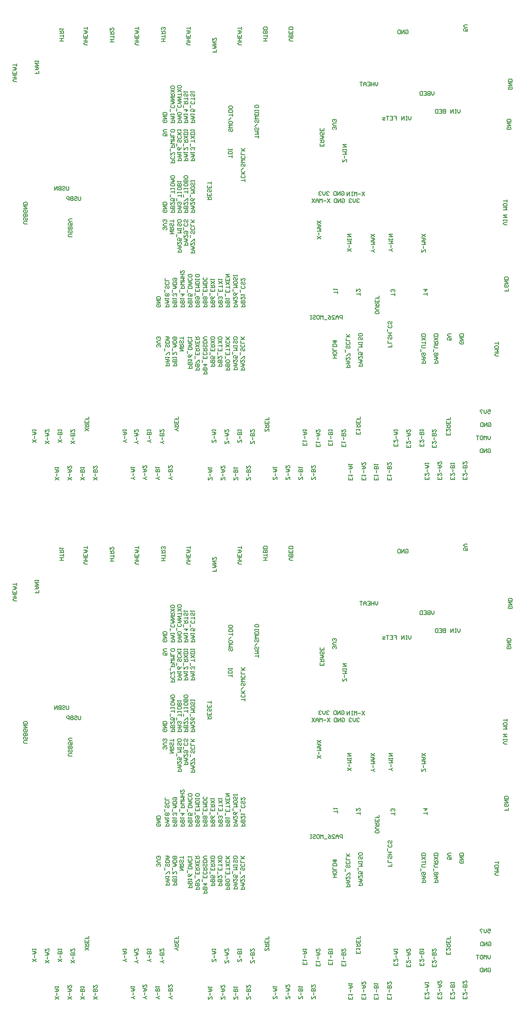
<source format=gbo>
G04 Layer_Color=32896*
%FSLAX24Y24*%
%MOIN*%
G70*
G01*
G75*
%ADD133C,0.0060*%
D133*
X8014Y27703D02*
Y27454D01*
X7964Y27404D01*
X7864D01*
X7814Y27454D01*
Y27703D01*
X7514Y27653D02*
X7564Y27703D01*
X7664D01*
X7714Y27653D01*
Y27603D01*
X7664Y27554D01*
X7564D01*
X7514Y27504D01*
Y27454D01*
X7564Y27404D01*
X7664D01*
X7714Y27454D01*
X7414Y27703D02*
Y27404D01*
X7264D01*
X7214Y27454D01*
Y27504D01*
X7264Y27554D01*
X7414D01*
X7264D01*
X7214Y27603D01*
Y27653D01*
X7264Y27703D01*
X7414D01*
X7114Y27404D02*
Y27703D01*
X6914Y27404D01*
Y27703D01*
X27961Y31031D02*
Y30831D01*
X27661D01*
Y31031D01*
X27811Y30831D02*
Y30931D01*
X27661Y31131D02*
X27961D01*
Y31281D01*
X27911Y31331D01*
X27811D01*
X27761Y31281D01*
Y31131D01*
Y31231D02*
X27661Y31331D01*
Y31431D02*
X27861D01*
X27961Y31531D01*
X27861Y31631D01*
X27661D01*
X27811D01*
Y31431D01*
X27911Y31931D02*
X27961Y31881D01*
Y31781D01*
X27911Y31731D01*
X27861D01*
X27811Y31781D01*
Y31881D01*
X27761Y31931D01*
X27711D01*
X27661Y31881D01*
Y31781D01*
X27711Y31731D01*
X27961Y32231D02*
Y32031D01*
X27661D01*
Y32231D01*
X27811Y32031D02*
Y32131D01*
X21788Y28063D02*
Y28263D01*
Y28163D01*
X21488D01*
X21738Y28563D02*
X21788Y28513D01*
Y28413D01*
X21738Y28363D01*
X21538D01*
X21488Y28413D01*
Y28513D01*
X21538Y28563D01*
X21788Y28663D02*
X21488D01*
X21588D01*
X21788Y28863D01*
X21638Y28713D01*
X21488Y28863D01*
Y28963D02*
X21688Y29163D01*
X21738Y29463D02*
X21788Y29413D01*
Y29313D01*
X21738Y29263D01*
X21688D01*
X21638Y29313D01*
Y29413D01*
X21588Y29463D01*
X21538D01*
X21488Y29413D01*
Y29313D01*
X21538Y29263D01*
X21788Y29563D02*
X21488D01*
X21588Y29662D01*
X21488Y29762D01*
X21788D01*
X21738Y30062D02*
X21788Y30012D01*
Y29912D01*
X21738Y29862D01*
X21538D01*
X21488Y29912D01*
Y30012D01*
X21538Y30062D01*
X21788Y30162D02*
X21488D01*
Y30362D01*
X21788Y30462D02*
X21488D01*
X21588D01*
X21788Y30662D01*
X21638Y30512D01*
X21488Y30662D01*
X20794Y29933D02*
Y30133D01*
Y30033D01*
X20494D01*
X20794Y30233D02*
X20494D01*
Y30383D01*
X20544Y30433D01*
X20744D01*
X20794Y30383D01*
Y30233D01*
Y30533D02*
Y30633D01*
Y30583D01*
X20494D01*
Y30533D01*
Y30633D01*
X20761Y32191D02*
X20811Y32141D01*
Y32041D01*
X20761Y31991D01*
X20711D01*
X20661Y32041D01*
Y32141D01*
X20611Y32191D01*
X20561D01*
X20511Y32141D01*
Y32041D01*
X20561Y31991D01*
X20811Y32291D02*
X20511D01*
X20611Y32391D01*
X20511Y32491D01*
X20811D01*
Y32741D02*
Y32641D01*
X20761Y32591D01*
X20561D01*
X20511Y32641D01*
Y32741D01*
X20561Y32791D01*
X20761D01*
X20811Y32741D01*
X20511Y32891D02*
X20711Y33091D01*
X20811Y33191D02*
Y33391D01*
Y33291D01*
X20511D01*
X20811Y33491D02*
X20511D01*
Y33640D01*
X20561Y33690D01*
X20761D01*
X20811Y33640D01*
Y33491D01*
Y33940D02*
Y33840D01*
X20761Y33790D01*
X20561D01*
X20511Y33840D01*
Y33940D01*
X20561Y33990D01*
X20761D01*
X20811Y33940D01*
X22851Y31481D02*
Y31681D01*
Y31581D01*
X22551D01*
Y31781D02*
X22851D01*
X22751Y31881D01*
X22851Y31981D01*
X22551D01*
X22801Y32281D02*
X22851Y32231D01*
Y32131D01*
X22801Y32081D01*
X22751D01*
X22701Y32131D01*
Y32231D01*
X22651Y32281D01*
X22601D01*
X22551Y32231D01*
Y32131D01*
X22601Y32081D01*
X22551Y32381D02*
X22751Y32581D01*
X22801Y32881D02*
X22851Y32831D01*
Y32731D01*
X22801Y32681D01*
X22751D01*
X22701Y32731D01*
Y32831D01*
X22651Y32881D01*
X22601D01*
X22551Y32831D01*
Y32731D01*
X22601Y32681D01*
X22851Y32981D02*
X22551D01*
X22651Y33081D01*
X22551Y33180D01*
X22851D01*
Y33280D02*
X22551D01*
Y33430D01*
X22601Y33480D01*
X22801D01*
X22851Y33430D01*
Y33280D01*
Y33580D02*
Y33680D01*
Y33630D01*
X22551D01*
Y33580D01*
Y33680D01*
X22851Y33980D02*
Y33880D01*
X22801Y33830D01*
X22601D01*
X22551Y33880D01*
Y33980D01*
X22601Y34030D01*
X22801D01*
X22851Y33980D01*
X18850Y26665D02*
X19150D01*
Y26815D01*
X19100Y26865D01*
X19000D01*
X18950Y26815D01*
Y26665D01*
Y26765D02*
X18850Y26865D01*
X19150Y27165D02*
Y26965D01*
X18850D01*
Y27165D01*
X19000Y26965D02*
Y27065D01*
X19100Y27465D02*
X19150Y27415D01*
Y27315D01*
X19100Y27265D01*
X19050D01*
X19000Y27315D01*
Y27415D01*
X18950Y27465D01*
X18900D01*
X18850Y27415D01*
Y27315D01*
X18900Y27265D01*
X19150Y27765D02*
Y27565D01*
X18850D01*
Y27765D01*
X19000Y27565D02*
Y27665D01*
X19150Y27865D02*
Y28065D01*
Y27965D01*
X18850D01*
X38805Y15624D02*
X38855Y15574D01*
Y15474D01*
X38805Y15424D01*
X38605D01*
X38555Y15474D01*
Y15574D01*
X38605Y15624D01*
X38705D01*
Y15524D01*
X38555Y15724D02*
X38855D01*
X38555Y15924D01*
X38855D01*
Y16024D02*
X38555D01*
Y16174D01*
X38605Y16224D01*
X38805D01*
X38855Y16174D01*
Y16024D01*
X33314Y22641D02*
X33264D01*
X33164Y22740D01*
X33264Y22840D01*
X33314D01*
X33164Y22740D02*
X33014D01*
X33164Y22940D02*
Y23140D01*
X33014Y23240D02*
X33314D01*
X33214Y23340D01*
X33314Y23440D01*
X33014D01*
X33314Y23540D02*
Y23640D01*
Y23590D01*
X33014D01*
Y23540D01*
Y23640D01*
Y23790D02*
X33314D01*
X33014Y23990D01*
X33314D01*
X36547Y13924D02*
X36847D01*
Y14074D01*
X36797Y14124D01*
X36697D01*
X36647Y14074D01*
Y13924D01*
X36547Y14224D02*
X36747D01*
X36847Y14324D01*
X36747Y14424D01*
X36547D01*
X36697D01*
Y14224D01*
X36797Y14524D02*
X36847Y14574D01*
Y14674D01*
X36797Y14724D01*
X36747D01*
X36697Y14674D01*
X36647Y14724D01*
X36597D01*
X36547Y14674D01*
Y14574D01*
X36597Y14524D01*
X36647D01*
X36697Y14574D01*
X36747Y14524D01*
X36797D01*
X36697Y14574D02*
Y14674D01*
X36497Y14824D02*
Y15024D01*
X36847Y15124D02*
X36597D01*
X36547Y15174D01*
Y15274D01*
X36597Y15324D01*
X36847D01*
X36547Y15424D02*
X36847D01*
Y15574D01*
X36797Y15624D01*
X36697D01*
X36647Y15574D01*
Y15424D01*
Y15524D02*
X36547Y15624D01*
X36847Y15724D02*
X36547Y15924D01*
X36847D02*
X36547Y15724D01*
X36847Y16024D02*
X36547D01*
Y16174D01*
X36597Y16224D01*
X36797D01*
X36847Y16174D01*
Y16024D01*
X27703Y23624D02*
X27404Y23824D01*
X27703D02*
X27404Y23624D01*
X27554Y23924D02*
Y24124D01*
X27404Y24224D02*
X27703D01*
X27603Y24324D01*
X27703Y24424D01*
X27404D01*
Y24524D02*
X27603D01*
X27703Y24624D01*
X27603Y24724D01*
X27404D01*
X27554D01*
Y24524D01*
X27703Y24824D02*
X27404Y25024D01*
X27703D02*
X27404Y24824D01*
X33245Y15389D02*
Y15189D01*
X33095D01*
Y15289D01*
Y15189D01*
X32945D01*
X33245Y15489D02*
X32945D01*
Y15689D01*
X33195Y15989D02*
X33245Y15939D01*
Y15839D01*
X33195Y15789D01*
X33145D01*
X33095Y15839D01*
Y15939D01*
X33045Y15989D01*
X32995D01*
X32945Y15939D01*
Y15839D01*
X32995Y15789D01*
X33245Y16089D02*
X32945D01*
X33095D01*
Y16289D01*
X33245D01*
X32945D01*
X32895Y16389D02*
Y16589D01*
X33195Y16888D02*
X33245Y16838D01*
Y16738D01*
X33195Y16688D01*
X32995D01*
X32945Y16738D01*
Y16838D01*
X32995Y16888D01*
X33195Y17188D02*
X33245Y17138D01*
Y17038D01*
X33195Y16988D01*
X33145D01*
X33095Y17038D01*
Y17138D01*
X33045Y17188D01*
X32995D01*
X32945Y17138D01*
Y17038D01*
X32995Y16988D01*
X28944Y14323D02*
X28644D01*
X28794D01*
Y14523D01*
X28944D01*
X28644D01*
X28944Y14773D02*
Y14673D01*
X28894Y14623D01*
X28694D01*
X28644Y14673D01*
Y14773D01*
X28694Y14823D01*
X28894D01*
X28944Y14773D01*
Y14923D02*
X28644D01*
Y15123D01*
X28944Y15223D02*
X28644D01*
Y15373D01*
X28694Y15422D01*
X28894D01*
X28944Y15373D01*
Y15223D01*
X28644Y15572D02*
X28944D01*
Y15672D02*
X28644D01*
X28844Y15522D02*
Y15672D01*
Y15722D01*
X28744Y15522D02*
Y15722D01*
X39140Y40025D02*
Y39825D01*
X38990D01*
X39040Y39925D01*
Y39975D01*
X38990Y40025D01*
X38891D01*
X38841Y39975D01*
Y39875D01*
X38891Y39825D01*
X39140Y40125D02*
X38941D01*
X38841Y40225D01*
X38941Y40325D01*
X39140D01*
X19551Y38391D02*
Y38191D01*
X19401D01*
Y38291D01*
Y38191D01*
X19251D01*
Y38491D02*
X19451D01*
X19551Y38591D01*
X19451Y38691D01*
X19251D01*
X19401D01*
Y38491D01*
X19251Y38791D02*
X19551D01*
X19251Y38991D01*
X19551D01*
X19251Y39291D02*
Y39091D01*
X19451Y39291D01*
X19501D01*
X19551Y39241D01*
Y39141D01*
X19501Y39091D01*
X5671Y36721D02*
Y36521D01*
X5521D01*
Y36621D01*
Y36521D01*
X5371D01*
Y36821D02*
X5571D01*
X5671Y36921D01*
X5571Y37021D01*
X5371D01*
X5521D01*
Y36821D01*
X5371Y37121D02*
X5671D01*
X5371Y37321D01*
X5671D01*
X5371Y37421D02*
Y37521D01*
Y37471D01*
X5671D01*
X5621Y37421D01*
X41581Y14470D02*
X41381D01*
X41281Y14570D01*
X41381Y14670D01*
X41581D01*
X41281Y14770D02*
X41581D01*
X41481Y14870D01*
X41581Y14970D01*
X41281D01*
X41581Y15220D02*
Y15120D01*
X41531Y15070D01*
X41331D01*
X41281Y15120D01*
Y15220D01*
X41331Y15270D01*
X41531D01*
X41581Y15220D01*
Y15370D02*
Y15570D01*
Y15470D01*
X41281D01*
X36531Y35101D02*
Y34901D01*
X36431Y34801D01*
X36331Y34901D01*
Y35101D01*
X36231D02*
Y34801D01*
X36081D01*
X36031Y34851D01*
Y34901D01*
X36081Y34951D01*
X36231D01*
X36081D01*
X36031Y35001D01*
Y35051D01*
X36081Y35101D01*
X36231D01*
X35731D02*
X35931D01*
Y34801D01*
X35731D01*
X35931Y34951D02*
X35831D01*
X35631Y35101D02*
Y34801D01*
X35481D01*
X35431Y34851D01*
Y35051D01*
X35481Y35101D01*
X35631D01*
X42251Y24711D02*
X42051D01*
X41951Y24811D01*
X42051Y24911D01*
X42251D01*
Y25011D02*
Y25111D01*
Y25061D01*
X41951D01*
Y25011D01*
Y25111D01*
Y25261D02*
X42251D01*
X41951Y25461D01*
X42251D01*
X41951Y25861D02*
X42251D01*
X42151Y25961D01*
X42251Y26061D01*
X41951D01*
X42251Y26311D02*
Y26211D01*
X42201Y26161D01*
X42001D01*
X41951Y26211D01*
Y26311D01*
X42001Y26360D01*
X42201D01*
X42251Y26311D01*
Y26460D02*
Y26660D01*
Y26560D01*
X41951D01*
X23514Y39045D02*
X23214D01*
X23364D01*
Y39245D01*
X23514D01*
X23214D01*
X23514Y39345D02*
Y39545D01*
Y39445D01*
X23214D01*
X23514Y39645D02*
X23214D01*
Y39795D01*
X23264Y39845D01*
X23314D01*
X23364Y39795D01*
Y39645D01*
Y39795D01*
X23414Y39845D01*
X23464D01*
X23514Y39795D01*
Y39645D01*
Y39944D02*
X23214D01*
Y40094D01*
X23264Y40144D01*
X23464D01*
X23514Y40094D01*
Y39944D01*
X11531Y38991D02*
X11231D01*
X11381D01*
Y39191D01*
X11531D01*
X11231D01*
X11531Y39291D02*
Y39491D01*
Y39391D01*
X11231D01*
Y39591D02*
X11531D01*
Y39741D01*
X11481Y39791D01*
X11381D01*
X11331Y39741D01*
Y39591D01*
Y39691D02*
X11231Y39791D01*
Y40091D02*
Y39891D01*
X11431Y40091D01*
X11481D01*
X11531Y40041D01*
Y39941D01*
X11481Y39891D01*
X15561Y39021D02*
X15261D01*
X15411D01*
Y39221D01*
X15561D01*
X15261D01*
X15561Y39321D02*
Y39521D01*
Y39421D01*
X15261D01*
Y39621D02*
X15561D01*
Y39771D01*
X15511Y39821D01*
X15411D01*
X15361Y39771D01*
Y39621D01*
Y39721D02*
X15261Y39821D01*
X15511Y39921D02*
X15561Y39971D01*
Y40071D01*
X15511Y40121D01*
X15461D01*
X15411Y40071D01*
Y40021D01*
Y40071D01*
X15361Y40121D01*
X15311D01*
X15261Y40071D01*
Y39971D01*
X15311Y39921D01*
X7601Y39031D02*
X7301D01*
X7451D01*
Y39231D01*
X7601D01*
X7301D01*
X7601Y39331D02*
Y39531D01*
Y39431D01*
X7301D01*
Y39631D02*
X7601D01*
Y39781D01*
X7551Y39831D01*
X7451D01*
X7401Y39781D01*
Y39631D01*
Y39731D02*
X7301Y39831D01*
Y39931D02*
Y40031D01*
Y39981D01*
X7601D01*
X7551Y39931D01*
X7240Y4820D02*
X6940Y5020D01*
X7240D02*
X6940Y4820D01*
X7090Y5120D02*
Y5320D01*
X6940Y5420D02*
X7140D01*
X7240Y5520D01*
X7140Y5620D01*
X6940D01*
X7090D01*
Y5420D01*
X6940Y5720D02*
Y5820D01*
Y5770D01*
X7240D01*
X7190Y5720D01*
X8240Y4820D02*
X7940Y5020D01*
X8240D02*
X7940Y4820D01*
X8090Y5120D02*
Y5320D01*
X7940Y5420D02*
X8140D01*
X8240Y5520D01*
X8140Y5620D01*
X7940D01*
X8090D01*
Y5420D01*
X7940Y5920D02*
Y5720D01*
X8140Y5920D01*
X8190D01*
X8240Y5870D01*
Y5770D01*
X8190Y5720D01*
X9240Y4820D02*
X8940Y5020D01*
X9240D02*
X8940Y4820D01*
X9090Y5120D02*
Y5320D01*
X9240Y5420D02*
X8940D01*
Y5570D01*
X8990Y5620D01*
X9040D01*
X9090Y5570D01*
Y5420D01*
Y5570D01*
X9140Y5620D01*
X9190D01*
X9240Y5570D01*
Y5420D01*
X8940Y5720D02*
Y5820D01*
Y5770D01*
X9240D01*
X9190Y5720D01*
X10240Y4820D02*
X9940Y5020D01*
X10240D02*
X9940Y4820D01*
X10090Y5120D02*
Y5320D01*
X10240Y5420D02*
X9940D01*
Y5570D01*
X9990Y5620D01*
X10040D01*
X10090Y5570D01*
Y5420D01*
Y5570D01*
X10140Y5620D01*
X10190D01*
X10240Y5570D01*
Y5420D01*
X9940Y5920D02*
Y5720D01*
X10140Y5920D01*
X10190D01*
X10240Y5870D01*
Y5770D01*
X10190Y5720D01*
X16102Y4828D02*
X16052D01*
X15952Y4928D01*
X16052Y5028D01*
X16102D01*
X15952Y4928D02*
X15802D01*
X15952Y5128D02*
Y5328D01*
X16102Y5428D02*
X15802D01*
Y5578D01*
X15852Y5628D01*
X15902D01*
X15952Y5578D01*
Y5428D01*
Y5578D01*
X16002Y5628D01*
X16052D01*
X16102Y5578D01*
Y5428D01*
X15802Y5928D02*
Y5728D01*
X16002Y5928D01*
X16052D01*
X16102Y5878D01*
Y5778D01*
X16052Y5728D01*
X15102Y4828D02*
X15052D01*
X14952Y4928D01*
X15052Y5028D01*
X15102D01*
X14952Y4928D02*
X14802D01*
X14952Y5128D02*
Y5328D01*
X15102Y5428D02*
X14802D01*
Y5578D01*
X14852Y5628D01*
X14902D01*
X14952Y5578D01*
Y5428D01*
Y5578D01*
X15002Y5628D01*
X15052D01*
X15102Y5578D01*
Y5428D01*
X14802Y5728D02*
Y5828D01*
Y5778D01*
X15102D01*
X15052Y5728D01*
X14102Y4828D02*
X14052D01*
X13952Y4928D01*
X14052Y5028D01*
X14102D01*
X13952Y4928D02*
X13802D01*
X13952Y5128D02*
Y5328D01*
X13802Y5428D02*
X14002D01*
X14102Y5528D01*
X14002Y5628D01*
X13802D01*
X13952D01*
Y5428D01*
X13802Y5928D02*
Y5728D01*
X14002Y5928D01*
X14052D01*
X14102Y5878D01*
Y5778D01*
X14052Y5728D01*
X13181Y4828D02*
X13131D01*
X13031Y4928D01*
X13131Y5028D01*
X13181D01*
X13031Y4928D02*
X12881D01*
X13031Y5128D02*
Y5328D01*
X12881Y5428D02*
X13081D01*
X13181Y5528D01*
X13081Y5628D01*
X12881D01*
X13031D01*
Y5428D01*
X12881Y5728D02*
Y5828D01*
Y5778D01*
X13181D01*
X13131Y5728D01*
X22198Y4808D02*
Y5008D01*
X22148D01*
X21948Y4808D01*
X21898D01*
Y5008D01*
X22048Y5108D02*
Y5308D01*
X22198Y5408D02*
X21898D01*
Y5558D01*
X21948Y5608D01*
X21998D01*
X22048Y5558D01*
Y5408D01*
Y5558D01*
X22098Y5608D01*
X22148D01*
X22198Y5558D01*
Y5408D01*
X21898Y5908D02*
Y5708D01*
X22098Y5908D01*
X22148D01*
X22198Y5858D01*
Y5758D01*
X22148Y5708D01*
X21198Y4808D02*
Y5008D01*
X21148D01*
X20948Y4808D01*
X20898D01*
Y5008D01*
X21048Y5108D02*
Y5308D01*
X21198Y5408D02*
X20898D01*
Y5558D01*
X20948Y5608D01*
X20998D01*
X21048Y5558D01*
Y5408D01*
Y5558D01*
X21098Y5608D01*
X21148D01*
X21198Y5558D01*
Y5408D01*
X20898Y5708D02*
Y5808D01*
Y5758D01*
X21198D01*
X21148Y5708D01*
X20198Y4808D02*
Y5008D01*
X20148D01*
X19948Y4808D01*
X19898D01*
Y5008D01*
X20048Y5108D02*
Y5308D01*
X19898Y5408D02*
X20098D01*
X20198Y5508D01*
X20098Y5608D01*
X19898D01*
X20048D01*
Y5408D01*
X19898Y5908D02*
Y5708D01*
X20098Y5908D01*
X20148D01*
X20198Y5858D01*
Y5758D01*
X20148Y5708D01*
X19198Y4808D02*
Y5008D01*
X19148D01*
X18948Y4808D01*
X18898D01*
Y5008D01*
X19048Y5108D02*
Y5308D01*
X18898Y5408D02*
X19098D01*
X19198Y5508D01*
X19098Y5608D01*
X18898D01*
X19048D01*
Y5408D01*
X18898Y5708D02*
Y5808D01*
Y5758D01*
X19198D01*
X19148Y5708D01*
X39121Y5053D02*
Y4853D01*
X38821D01*
Y5053D01*
X38971Y4853D02*
Y4953D01*
X38821Y5353D02*
Y5153D01*
X39021Y5353D01*
X39071D01*
X39121Y5303D01*
Y5203D01*
X39071Y5153D01*
X38971Y5453D02*
Y5653D01*
X39121Y5753D02*
X38821D01*
Y5903D01*
X38871Y5953D01*
X38921D01*
X38971Y5903D01*
Y5753D01*
Y5903D01*
X39021Y5953D01*
X39071D01*
X39121Y5903D01*
Y5753D01*
X38821Y6252D02*
Y6053D01*
X39021Y6252D01*
X39071D01*
X39121Y6203D01*
Y6103D01*
X39071Y6053D01*
X38156Y5053D02*
Y4853D01*
X37856D01*
Y5053D01*
X38006Y4853D02*
Y4953D01*
X37856Y5353D02*
Y5153D01*
X38056Y5353D01*
X38106D01*
X38156Y5303D01*
Y5203D01*
X38106Y5153D01*
X38006Y5453D02*
Y5653D01*
X38156Y5753D02*
X37856D01*
Y5903D01*
X37906Y5953D01*
X37956D01*
X38006Y5903D01*
Y5753D01*
Y5903D01*
X38056Y5953D01*
X38106D01*
X38156Y5903D01*
Y5753D01*
X37856Y6053D02*
Y6153D01*
Y6103D01*
X38156D01*
X38106Y6053D01*
X37133Y5053D02*
Y4853D01*
X36833D01*
Y5053D01*
X36983Y4853D02*
Y4953D01*
X36833Y5353D02*
Y5153D01*
X37033Y5353D01*
X37083D01*
X37133Y5303D01*
Y5203D01*
X37083Y5153D01*
X36983Y5453D02*
Y5653D01*
X36833Y5753D02*
X37033D01*
X37133Y5853D01*
X37033Y5953D01*
X36833D01*
X36983D01*
Y5753D01*
X36833Y6252D02*
Y6053D01*
X37033Y6252D01*
X37083D01*
X37133Y6203D01*
Y6103D01*
X37083Y6053D01*
X36146Y5053D02*
Y4853D01*
X35846D01*
Y5053D01*
X35996Y4853D02*
Y4953D01*
X35846Y5353D02*
Y5153D01*
X36046Y5353D01*
X36096D01*
X36146Y5303D01*
Y5203D01*
X36096Y5153D01*
X35996Y5453D02*
Y5653D01*
X35846Y5753D02*
X36046D01*
X36146Y5853D01*
X36046Y5953D01*
X35846D01*
X35996D01*
Y5753D01*
X35846Y6053D02*
Y6153D01*
Y6103D01*
X36146D01*
X36096Y6053D01*
X33205Y5025D02*
Y4825D01*
X32906D01*
Y5025D01*
X33055Y4825D02*
Y4925D01*
X32906Y5125D02*
Y5225D01*
Y5175D01*
X33205D01*
X33155Y5125D01*
X33055Y5375D02*
Y5575D01*
X33205Y5675D02*
X32906D01*
Y5824D01*
X32956Y5874D01*
X33005D01*
X33055Y5824D01*
Y5675D01*
Y5824D01*
X33105Y5874D01*
X33155D01*
X33205Y5824D01*
Y5675D01*
X32906Y6174D02*
Y5974D01*
X33105Y6174D01*
X33155D01*
X33205Y6124D01*
Y6024D01*
X33155Y5974D01*
X32182Y5025D02*
Y4825D01*
X31882D01*
Y5025D01*
X32032Y4825D02*
Y4925D01*
X31882Y5125D02*
Y5225D01*
Y5175D01*
X32182D01*
X32132Y5125D01*
X32032Y5375D02*
Y5575D01*
X32182Y5675D02*
X31882D01*
Y5824D01*
X31932Y5874D01*
X31982D01*
X32032Y5824D01*
Y5675D01*
Y5824D01*
X32082Y5874D01*
X32132D01*
X32182Y5824D01*
Y5675D01*
X31882Y5974D02*
Y6074D01*
Y6024D01*
X32182D01*
X32132Y5974D01*
X31198Y5025D02*
Y4825D01*
X30898D01*
Y5025D01*
X31048Y4825D02*
Y4925D01*
X30898Y5125D02*
Y5225D01*
Y5175D01*
X31198D01*
X31148Y5125D01*
X31048Y5375D02*
Y5575D01*
X30898Y5675D02*
X31098D01*
X31198Y5774D01*
X31098Y5874D01*
X30898D01*
X31048D01*
Y5675D01*
X30898Y6174D02*
Y5974D01*
X31098Y6174D01*
X31148D01*
X31198Y6124D01*
Y6024D01*
X31148Y5974D01*
X30174Y5025D02*
Y4825D01*
X29874D01*
Y5025D01*
X30024Y4825D02*
Y4925D01*
X29874Y5125D02*
Y5225D01*
Y5175D01*
X30174D01*
X30124Y5125D01*
X30024Y5375D02*
Y5575D01*
X29874Y5675D02*
X30074D01*
X30174Y5774D01*
X30074Y5874D01*
X29874D01*
X30024D01*
Y5675D01*
X29874Y5974D02*
Y6074D01*
Y6024D01*
X30174D01*
X30124Y5974D01*
X24280Y4837D02*
Y5037D01*
X24230D01*
X24030Y4837D01*
X23980D01*
Y5037D01*
X24130Y5137D02*
Y5337D01*
X23980Y5437D02*
X24180D01*
X24280Y5537D01*
X24180Y5637D01*
X23980D01*
X24130D01*
Y5437D01*
X23980Y5737D02*
Y5837D01*
Y5787D01*
X24280D01*
X24230Y5737D01*
X25280Y4837D02*
Y5037D01*
X25230D01*
X25030Y4837D01*
X24980D01*
Y5037D01*
X25130Y5137D02*
Y5337D01*
X24980Y5437D02*
X25180D01*
X25280Y5537D01*
X25180Y5637D01*
X24980D01*
X25130D01*
Y5437D01*
X24980Y5937D02*
Y5737D01*
X25180Y5937D01*
X25230D01*
X25280Y5887D01*
Y5787D01*
X25230Y5737D01*
X26280Y4837D02*
Y5037D01*
X26230D01*
X26030Y4837D01*
X25980D01*
Y5037D01*
X26130Y5137D02*
Y5337D01*
X26280Y5437D02*
X25980D01*
Y5587D01*
X26030Y5637D01*
X26080D01*
X26130Y5587D01*
Y5437D01*
Y5587D01*
X26180Y5637D01*
X26230D01*
X26280Y5587D01*
Y5437D01*
X25980Y5737D02*
Y5837D01*
Y5787D01*
X26280D01*
X26230Y5737D01*
X27280Y4837D02*
Y5037D01*
X27230D01*
X27030Y4837D01*
X26980D01*
Y5037D01*
X27130Y5137D02*
Y5337D01*
X27280Y5437D02*
X26980D01*
Y5587D01*
X27030Y5637D01*
X27080D01*
X27130Y5587D01*
Y5437D01*
Y5587D01*
X27180Y5637D01*
X27230D01*
X27280Y5587D01*
Y5437D01*
X26980Y5937D02*
Y5737D01*
X27180Y5937D01*
X27230D01*
X27280Y5887D01*
Y5787D01*
X27230Y5737D01*
X28420Y26734D02*
X28220Y26434D01*
Y26734D02*
X28420Y26434D01*
X28120Y26584D02*
X27920D01*
X27820Y26434D02*
Y26734D01*
X27720Y26634D01*
X27620Y26734D01*
Y26434D01*
X27521D02*
Y26634D01*
X27421Y26734D01*
X27321Y26634D01*
Y26434D01*
Y26584D01*
X27521D01*
X27221Y26734D02*
X27021Y26434D01*
Y26734D02*
X27221Y26434D01*
X30075Y22641D02*
X29776Y22840D01*
X30075D02*
X29776Y22641D01*
X29926Y22940D02*
Y23140D01*
X29776Y23240D02*
X30075D01*
X29976Y23340D01*
X30075Y23440D01*
X29776D01*
X30075Y23540D02*
Y23640D01*
Y23590D01*
X29776D01*
Y23540D01*
Y23640D01*
Y23790D02*
X30075D01*
X29776Y23990D01*
X30075D01*
X31916Y22591D02*
X31866D01*
X31766Y22691D01*
X31866Y22790D01*
X31916D01*
X31766Y22691D02*
X31616D01*
X31766Y22890D02*
Y23090D01*
X31616Y23190D02*
X31916D01*
X31816Y23290D01*
X31916Y23390D01*
X31616D01*
Y23490D02*
X31816D01*
X31916Y23590D01*
X31816Y23690D01*
X31616D01*
X31766D01*
Y23490D01*
X31916Y23790D02*
X31616Y23990D01*
X31916D02*
X31616Y23790D01*
X29711Y29621D02*
Y29821D01*
X29661D01*
X29461Y29621D01*
X29411D01*
Y29821D01*
X29561Y29921D02*
Y30121D01*
X29411Y30221D02*
X29711D01*
X29611Y30321D01*
X29711Y30421D01*
X29411D01*
X29711Y30521D02*
Y30621D01*
Y30571D01*
X29411D01*
Y30521D01*
Y30621D01*
Y30771D02*
X29711D01*
X29411Y30971D01*
X29711D01*
X35863Y22591D02*
Y22790D01*
X35813D01*
X35613Y22591D01*
X35563D01*
Y22790D01*
X35713Y22890D02*
Y23090D01*
X35563Y23190D02*
X35863D01*
X35763Y23290D01*
X35863Y23390D01*
X35563D01*
Y23490D02*
X35763D01*
X35863Y23590D01*
X35763Y23690D01*
X35563D01*
X35713D01*
Y23490D01*
X35863Y23790D02*
X35563Y23990D01*
X35863D02*
X35563Y23790D01*
X42481Y32327D02*
X42531Y32277D01*
Y32177D01*
X42481Y32127D01*
X42281D01*
X42231Y32177D01*
Y32277D01*
X42281Y32327D01*
X42381D01*
Y32227D01*
X42231Y32427D02*
X42531D01*
X42231Y32627D01*
X42531D01*
Y32727D02*
X42231D01*
Y32877D01*
X42281Y32927D01*
X42481D01*
X42531Y32877D01*
Y32727D01*
X37881Y15924D02*
Y15724D01*
X37731D01*
X37781Y15824D01*
Y15874D01*
X37731Y15924D01*
X37631D01*
X37581Y15874D01*
Y15774D01*
X37631Y15724D01*
X37881Y16024D02*
X37681D01*
X37581Y16124D01*
X37681Y16224D01*
X37881D01*
X40747Y7191D02*
X40797Y7241D01*
X40897D01*
X40947Y7191D01*
Y6991D01*
X40897Y6941D01*
X40797D01*
X40747Y6991D01*
Y7091D01*
X40847D01*
X40647Y6941D02*
Y7241D01*
X40447Y6941D01*
Y7241D01*
X40347D02*
Y6941D01*
X40197D01*
X40147Y6991D01*
Y7191D01*
X40197Y7241D01*
X40347D01*
X42341Y19751D02*
Y19551D01*
X42191D01*
Y19651D01*
Y19551D01*
X42041D01*
X42291Y20051D02*
X42341Y20001D01*
Y19901D01*
X42291Y19851D01*
X42091D01*
X42041Y19901D01*
Y20001D01*
X42091Y20051D01*
X42191D01*
Y19951D01*
X42041Y20151D02*
X42341D01*
X42041Y20351D01*
X42341D01*
Y20451D02*
X42041D01*
Y20601D01*
X42091Y20651D01*
X42291D01*
X42341Y20601D01*
Y20451D01*
X28351Y27251D02*
X28301Y27301D01*
X28201D01*
X28151Y27251D01*
Y27201D01*
X28201Y27151D01*
X28251D01*
X28201D01*
X28151Y27101D01*
Y27051D01*
X28201Y27001D01*
X28301D01*
X28351Y27051D01*
X28051Y27301D02*
Y27101D01*
X27951Y27001D01*
X27851Y27101D01*
Y27301D01*
X27751Y27251D02*
X27701Y27301D01*
X27601D01*
X27551Y27251D01*
Y27201D01*
X27601Y27151D01*
X27651D01*
X27601D01*
X27551Y27101D01*
Y27051D01*
X27601Y27001D01*
X27701D01*
X27751Y27051D01*
X28870Y32126D02*
X28920Y32176D01*
Y32276D01*
X28870Y32326D01*
X28820D01*
X28770Y32276D01*
Y32226D01*
Y32276D01*
X28720Y32326D01*
X28670D01*
X28620Y32276D01*
Y32176D01*
X28670Y32126D01*
X28920Y32426D02*
X28720D01*
X28620Y32526D01*
X28720Y32626D01*
X28920D01*
X28870Y32726D02*
X28920Y32776D01*
Y32876D01*
X28870Y32926D01*
X28820D01*
X28770Y32876D01*
Y32826D01*
Y32876D01*
X28720Y32926D01*
X28670D01*
X28620Y32876D01*
Y32776D01*
X28670Y32726D01*
X30704Y26689D02*
X30654Y26739D01*
X30554D01*
X30504Y26689D01*
Y26639D01*
X30554Y26589D01*
X30604D01*
X30554D01*
X30504Y26539D01*
Y26489D01*
X30554Y26439D01*
X30654D01*
X30704Y26489D01*
X30404Y26739D02*
Y26539D01*
X30304Y26439D01*
X30204Y26539D01*
Y26739D01*
X30104Y26689D02*
X30054Y26739D01*
X29954D01*
X29904Y26689D01*
Y26639D01*
X29954Y26589D01*
X30004D01*
X29954D01*
X29904Y26539D01*
Y26489D01*
X29954Y26439D01*
X30054D01*
X30104Y26489D01*
X29342Y26689D02*
X29392Y26739D01*
X29492D01*
X29542Y26689D01*
Y26489D01*
X29492Y26439D01*
X29392D01*
X29342Y26489D01*
Y26589D01*
X29442D01*
X29242Y26439D02*
Y26739D01*
X29042Y26439D01*
Y26739D01*
X28942D02*
Y26439D01*
X28793D01*
X28743Y26489D01*
Y26689D01*
X28793Y26739D01*
X28942D01*
X29301Y27251D02*
X29351Y27301D01*
X29451D01*
X29501Y27251D01*
Y27051D01*
X29451Y27001D01*
X29351D01*
X29301Y27051D01*
Y27151D01*
X29401D01*
X29201Y27001D02*
Y27301D01*
X29001Y27001D01*
Y27301D01*
X28901D02*
Y27001D01*
X28751D01*
X28701Y27051D01*
Y27251D01*
X28751Y27301D01*
X28901D01*
X34301Y39851D02*
X34351Y39901D01*
X34451D01*
X34501Y39851D01*
Y39651D01*
X34451Y39601D01*
X34351D01*
X34301Y39651D01*
Y39751D01*
X34401D01*
X34201Y39601D02*
Y39901D01*
X34001Y39601D01*
Y39901D01*
X33901D02*
Y39601D01*
X33751D01*
X33701Y39651D01*
Y39851D01*
X33751Y39901D01*
X33901D01*
X15134Y18499D02*
X15184Y18449D01*
Y18349D01*
X15134Y18299D01*
X14934D01*
X14884Y18349D01*
Y18449D01*
X14934Y18499D01*
X15034D01*
Y18399D01*
X14884Y18599D02*
X15184D01*
X14884Y18799D01*
X15184D01*
Y18899D02*
X14884D01*
Y19049D01*
X14934Y19099D01*
X15134D01*
X15184Y19049D01*
Y18899D01*
X15556Y18299D02*
X15855D01*
Y18449D01*
X15805Y18499D01*
X15705D01*
X15655Y18449D01*
Y18299D01*
X15556Y18599D02*
X15755D01*
X15855Y18699D01*
X15755Y18799D01*
X15556D01*
X15705D01*
Y18599D01*
X15556Y18899D02*
Y18999D01*
Y18949D01*
X15855D01*
X15805Y18899D01*
Y19149D02*
X15855Y19199D01*
Y19299D01*
X15805Y19349D01*
X15755D01*
X15705Y19299D01*
X15655Y19349D01*
X15606D01*
X15556Y19299D01*
Y19199D01*
X15606Y19149D01*
X15655D01*
X15705Y19199D01*
X15755Y19149D01*
X15805D01*
X15705Y19199D02*
Y19299D01*
X15506Y19449D02*
Y19649D01*
X15805Y19949D02*
X15855Y19899D01*
Y19799D01*
X15805Y19749D01*
X15755D01*
X15705Y19799D01*
Y19899D01*
X15655Y19949D01*
X15606D01*
X15556Y19899D01*
Y19799D01*
X15606Y19749D01*
X15805Y20249D02*
X15855Y20199D01*
Y20099D01*
X15805Y20049D01*
X15606D01*
X15556Y20099D01*
Y20199D01*
X15606Y20249D01*
X15855Y20349D02*
X15556D01*
Y20548D01*
X16147Y18299D02*
X16447D01*
Y18449D01*
X16397Y18499D01*
X16297D01*
X16247Y18449D01*
Y18299D01*
X16447Y18599D02*
X16147D01*
Y18749D01*
X16197Y18799D01*
X16247D01*
X16297Y18749D01*
Y18599D01*
Y18749D01*
X16347Y18799D01*
X16397D01*
X16447Y18749D01*
Y18599D01*
X16147Y18899D02*
Y18999D01*
Y18949D01*
X16447D01*
X16397Y18899D01*
Y19149D02*
X16447Y19199D01*
Y19299D01*
X16397Y19349D01*
X16347D01*
X16297Y19299D01*
Y19249D01*
Y19299D01*
X16247Y19349D01*
X16197D01*
X16147Y19299D01*
Y19199D01*
X16197Y19149D01*
X16097Y19449D02*
Y19649D01*
X16147Y19749D02*
X16347D01*
X16447Y19849D01*
X16347Y19949D01*
X16147D01*
X16297D01*
Y19749D01*
X16447Y20049D02*
X16147D01*
Y20199D01*
X16197Y20249D01*
X16397D01*
X16447Y20199D01*
Y20049D01*
X16197Y20349D02*
X16147Y20399D01*
Y20498D01*
X16197Y20548D01*
X16397D01*
X16447Y20498D01*
Y20399D01*
X16397Y20349D01*
X16347D01*
X16297Y20399D01*
Y20548D01*
X16739Y18299D02*
X17038D01*
Y18449D01*
X16989Y18499D01*
X16889D01*
X16839Y18449D01*
Y18299D01*
X17038Y18599D02*
X16739D01*
Y18749D01*
X16789Y18799D01*
X16839D01*
X16889Y18749D01*
Y18599D01*
Y18749D01*
X16939Y18799D01*
X16989D01*
X17038Y18749D01*
Y18599D01*
X16739Y18899D02*
Y18999D01*
Y18949D01*
X17038D01*
X16989Y18899D01*
X16739Y19299D02*
X17038D01*
X16889Y19149D01*
Y19349D01*
X16689Y19449D02*
Y19649D01*
X16739Y19749D02*
X17038D01*
Y19899D01*
X16989Y19949D01*
X16889D01*
X16839Y19899D01*
Y19749D01*
X17038Y20049D02*
X16739D01*
X16839Y20149D01*
X16739Y20249D01*
X17038D01*
X16739Y20349D02*
X17038D01*
X16939Y20449D01*
X17038Y20548D01*
X16739D01*
X17038Y20648D02*
X16739D01*
X16889D01*
Y20848D01*
X17038D01*
X16739D01*
Y21148D02*
Y20948D01*
X16939Y21148D01*
X16989D01*
X17038Y21098D01*
Y20998D01*
X16989Y20948D01*
X17330Y18299D02*
X17630D01*
Y18449D01*
X17580Y18499D01*
X17480D01*
X17430Y18449D01*
Y18299D01*
X17630Y18599D02*
X17330D01*
Y18749D01*
X17380Y18799D01*
X17430D01*
X17480Y18749D01*
Y18599D01*
Y18749D01*
X17530Y18799D01*
X17580D01*
X17630Y18749D01*
Y18599D01*
X17330Y18899D02*
Y18999D01*
Y18949D01*
X17630D01*
X17580Y18899D01*
X17630Y19349D02*
Y19149D01*
X17480D01*
X17530Y19249D01*
Y19299D01*
X17480Y19349D01*
X17380D01*
X17330Y19299D01*
Y19199D01*
X17380Y19149D01*
X17280Y19449D02*
Y19649D01*
X17630Y19749D02*
X17330D01*
Y19899D01*
X17380Y19949D01*
X17580D01*
X17630Y19899D01*
Y19749D01*
X17330Y20049D02*
X17530D01*
X17630Y20149D01*
X17530Y20249D01*
X17330D01*
X17480D01*
Y20049D01*
X17580Y20548D02*
X17630Y20498D01*
Y20399D01*
X17580Y20349D01*
X17380D01*
X17330Y20399D01*
Y20498D01*
X17380Y20548D01*
X17580Y20648D02*
X17630Y20698D01*
Y20798D01*
X17580Y20848D01*
X17380D01*
X17330Y20798D01*
Y20698D01*
X17380Y20648D01*
X17580D01*
X17332Y13518D02*
X17632D01*
Y13668D01*
X17582Y13718D01*
X17482D01*
X17432Y13668D01*
Y13518D01*
X17632Y13818D02*
X17332D01*
Y13968D01*
X17382Y14018D01*
X17432D01*
X17482Y13968D01*
Y13818D01*
Y13968D01*
X17532Y14018D01*
X17582D01*
X17632Y13968D01*
Y13818D01*
X17332Y14118D02*
Y14218D01*
Y14168D01*
X17632D01*
X17582Y14118D01*
X17632Y14568D02*
X17582Y14468D01*
X17482Y14368D01*
X17382D01*
X17332Y14418D01*
Y14518D01*
X17382Y14568D01*
X17432D01*
X17482Y14518D01*
Y14368D01*
X17282Y14668D02*
Y14868D01*
X17632Y14968D02*
X17332D01*
Y15118D01*
X17382Y15168D01*
X17582D01*
X17632Y15118D01*
Y14968D01*
X17332Y15268D02*
X17532D01*
X17632Y15368D01*
X17532Y15468D01*
X17332D01*
X17482D01*
Y15268D01*
X17582Y15767D02*
X17632Y15717D01*
Y15618D01*
X17582Y15568D01*
X17382D01*
X17332Y15618D01*
Y15717D01*
X17382Y15767D01*
X17332Y15867D02*
Y15967D01*
Y15917D01*
X17632D01*
X17582Y15867D01*
X16662Y14868D02*
X16962D01*
X16662Y15068D01*
X16962D01*
X16662Y15168D02*
X16962D01*
Y15318D01*
X16912Y15368D01*
X16812D01*
X16762Y15318D01*
Y15168D01*
Y15268D02*
X16662Y15368D01*
X16912Y15667D02*
X16962Y15618D01*
Y15518D01*
X16912Y15468D01*
X16862D01*
X16812Y15518D01*
Y15618D01*
X16762Y15667D01*
X16712D01*
X16662Y15618D01*
Y15518D01*
X16712Y15468D01*
X16962Y15767D02*
Y15967D01*
Y15867D01*
X16662D01*
X16153Y13718D02*
X16453D01*
Y13868D01*
X16403Y13918D01*
X16303D01*
X16253Y13868D01*
Y13718D01*
X16453Y14018D02*
X16153D01*
Y14168D01*
X16203Y14218D01*
X16253D01*
X16303Y14168D01*
Y14018D01*
Y14168D01*
X16353Y14218D01*
X16403D01*
X16453Y14168D01*
Y14018D01*
X16153Y14318D02*
Y14418D01*
Y14368D01*
X16453D01*
X16403Y14318D01*
X16153Y14768D02*
Y14568D01*
X16353Y14768D01*
X16403D01*
X16453Y14718D01*
Y14618D01*
X16403Y14568D01*
X16103Y14868D02*
Y15068D01*
X16153Y15168D02*
X16353D01*
X16453Y15268D01*
X16353Y15368D01*
X16153D01*
X16303D01*
Y15168D01*
X16453Y15468D02*
X16153D01*
Y15618D01*
X16203Y15667D01*
X16403D01*
X16453Y15618D01*
Y15468D01*
X16403Y15767D02*
X16453Y15817D01*
Y15917D01*
X16403Y15967D01*
X16353D01*
X16303Y15917D01*
X16253Y15967D01*
X16203D01*
X16153Y15917D01*
Y15817D01*
X16203Y15767D01*
X16253D01*
X16303Y15817D01*
X16353Y15767D01*
X16403D01*
X16303Y15817D02*
Y15917D01*
X15563Y13718D02*
X15863D01*
Y13868D01*
X15813Y13918D01*
X15713D01*
X15663Y13868D01*
Y13718D01*
X15563Y14018D02*
X15763D01*
X15863Y14118D01*
X15763Y14218D01*
X15563D01*
X15713D01*
Y14018D01*
X15563Y14318D02*
Y14418D01*
Y14368D01*
X15863D01*
X15813Y14318D01*
X15863Y14568D02*
Y14768D01*
X15813D01*
X15613Y14568D01*
X15563D01*
X15513Y14868D02*
Y15068D01*
X15813Y15368D02*
X15863Y15318D01*
Y15218D01*
X15813Y15168D01*
X15763D01*
X15713Y15218D01*
Y15318D01*
X15663Y15368D01*
X15613D01*
X15563Y15318D01*
Y15218D01*
X15613Y15168D01*
X15863Y15468D02*
X15563D01*
Y15618D01*
X15613Y15667D01*
X15813D01*
X15863Y15618D01*
Y15468D01*
X15563Y15767D02*
X15763D01*
X15863Y15867D01*
X15763Y15967D01*
X15563D01*
X15713D01*
Y15767D01*
X15626Y24317D02*
X15676Y24367D01*
Y24467D01*
X15626Y24517D01*
X15576D01*
X15526Y24467D01*
Y24417D01*
Y24467D01*
X15476Y24517D01*
X15426D01*
X15376Y24467D01*
Y24367D01*
X15426Y24317D01*
X15676Y24617D02*
X15476D01*
X15376Y24717D01*
X15476Y24817D01*
X15676D01*
X15626Y24917D02*
X15676Y24967D01*
Y25067D01*
X15626Y25117D01*
X15576D01*
X15526Y25067D01*
Y25017D01*
Y25067D01*
X15476Y25117D01*
X15426D01*
X15376Y25067D01*
Y24967D01*
X15426Y24917D01*
X15900Y24017D02*
X16200D01*
X15900Y24217D01*
X16200D01*
X15900Y24317D02*
X16200D01*
Y24467D01*
X16150Y24517D01*
X16050D01*
X16000Y24467D01*
Y24317D01*
Y24417D02*
X15900Y24517D01*
X16150Y24817D02*
X16200Y24767D01*
Y24667D01*
X16150Y24617D01*
X16100D01*
X16050Y24667D01*
Y24767D01*
X16000Y24817D01*
X15950D01*
X15900Y24767D01*
Y24667D01*
X15950Y24617D01*
X16200Y24917D02*
Y25117D01*
Y25017D01*
X15900D01*
X16504Y22567D02*
X16804D01*
Y22717D01*
X16754Y22767D01*
X16654D01*
X16604Y22717D01*
Y22567D01*
X16504Y22867D02*
X16704D01*
X16804Y22967D01*
X16704Y23067D01*
X16504D01*
X16654D01*
Y22867D01*
X16504Y23367D02*
Y23167D01*
X16704Y23367D01*
X16754D01*
X16804Y23317D01*
Y23217D01*
X16754Y23167D01*
X16804Y23667D02*
Y23467D01*
X16654D01*
X16704Y23567D01*
Y23617D01*
X16654Y23667D01*
X16554D01*
X16504Y23617D01*
Y23517D01*
X16554Y23467D01*
X16454Y23767D02*
Y23967D01*
X16504Y24067D02*
X16804D01*
X16704Y24167D01*
X16804Y24267D01*
X16504D01*
X16804Y24367D02*
Y24467D01*
Y24417D01*
X16504D01*
Y24367D01*
Y24467D01*
X16754Y24817D02*
X16804Y24767D01*
Y24667D01*
X16754Y24617D01*
X16704D01*
X16654Y24667D01*
Y24767D01*
X16604Y24817D01*
X16554D01*
X16504Y24767D01*
Y24667D01*
X16554Y24617D01*
X16804Y25067D02*
Y24967D01*
X16754Y24917D01*
X16554D01*
X16504Y24967D01*
Y25067D01*
X16554Y25117D01*
X16754D01*
X16804Y25067D01*
X17027Y23117D02*
X17327D01*
Y23267D01*
X17277Y23317D01*
X17177D01*
X17127Y23267D01*
Y23117D01*
X17027Y23417D02*
X17227D01*
X17327Y23517D01*
X17227Y23617D01*
X17027D01*
X17177D01*
Y23417D01*
X17027Y23917D02*
Y23717D01*
X17227Y23917D01*
X17277D01*
X17327Y23867D01*
Y23767D01*
X17277Y23717D01*
X17077Y24017D02*
X17027Y24067D01*
Y24167D01*
X17077Y24217D01*
X17277D01*
X17327Y24167D01*
Y24067D01*
X17277Y24017D01*
X17227D01*
X17177Y24067D01*
Y24217D01*
X16977Y24317D02*
Y24517D01*
X17277Y24817D02*
X17327Y24767D01*
Y24667D01*
X17277Y24617D01*
X17077D01*
X17027Y24667D01*
Y24767D01*
X17077Y24817D01*
X17277Y25117D02*
X17327Y25067D01*
Y24967D01*
X17277Y24917D01*
X17227D01*
X17177Y24967D01*
Y25067D01*
X17127Y25117D01*
X17077D01*
X17027Y25067D01*
Y24967D01*
X17077Y24917D01*
X17551Y22517D02*
X17851D01*
Y22667D01*
X17801Y22717D01*
X17701D01*
X17651Y22667D01*
Y22517D01*
X17551Y22817D02*
X17751D01*
X17851Y22917D01*
X17751Y23017D01*
X17551D01*
X17701D01*
Y22817D01*
X17551Y23317D02*
Y23117D01*
X17751Y23317D01*
X17801D01*
X17851Y23267D01*
Y23167D01*
X17801Y23117D01*
X17851Y23417D02*
Y23617D01*
X17801D01*
X17601Y23417D01*
X17551D01*
X17501Y23717D02*
Y23917D01*
X17801Y24217D02*
X17851Y24167D01*
Y24067D01*
X17801Y24017D01*
X17751D01*
X17701Y24067D01*
Y24167D01*
X17651Y24217D01*
X17601D01*
X17551Y24167D01*
Y24067D01*
X17601Y24017D01*
X17801Y24517D02*
X17851Y24467D01*
Y24367D01*
X17801Y24317D01*
X17601D01*
X17551Y24367D01*
Y24467D01*
X17601Y24517D01*
X17851Y24617D02*
X17551D01*
Y24817D01*
X17851Y24917D02*
X17551D01*
X17651D01*
X17851Y25117D01*
X17701Y24967D01*
X17551Y25117D01*
Y25681D02*
X17851D01*
Y25831D01*
X17801Y25881D01*
X17701D01*
X17651Y25831D01*
Y25681D01*
X17551Y25981D02*
X17751D01*
X17851Y26081D01*
X17751Y26181D01*
X17551D01*
X17701D01*
Y25981D01*
X17551Y26481D02*
Y26281D01*
X17751Y26481D01*
X17801D01*
X17851Y26431D01*
Y26331D01*
X17801Y26281D01*
X17851Y26781D02*
X17801Y26681D01*
X17701Y26581D01*
X17601D01*
X17551Y26631D01*
Y26731D01*
X17601Y26781D01*
X17651D01*
X17701Y26731D01*
Y26581D01*
X17501Y26881D02*
Y27081D01*
X17551Y27181D02*
X17851D01*
X17751Y27281D01*
X17851Y27381D01*
X17551D01*
X17851Y27630D02*
Y27531D01*
X17801Y27481D01*
X17601D01*
X17551Y27531D01*
Y27630D01*
X17601Y27680D01*
X17801D01*
X17851Y27630D01*
X17801Y27980D02*
X17851Y27930D01*
Y27830D01*
X17801Y27780D01*
X17751D01*
X17701Y27830D01*
Y27930D01*
X17651Y27980D01*
X17601D01*
X17551Y27930D01*
Y27830D01*
X17601Y27780D01*
X17851Y28080D02*
Y28180D01*
Y28130D01*
X17551D01*
Y28080D01*
Y28180D01*
X17027Y25681D02*
X17327D01*
Y25831D01*
X17277Y25881D01*
X17177D01*
X17127Y25831D01*
Y25681D01*
X17327Y25981D02*
X17027D01*
Y26131D01*
X17077Y26181D01*
X17127D01*
X17177Y26131D01*
Y25981D01*
Y26131D01*
X17227Y26181D01*
X17277D01*
X17327Y26131D01*
Y25981D01*
X17027Y26481D02*
Y26281D01*
X17227Y26481D01*
X17277D01*
X17327Y26431D01*
Y26331D01*
X17277Y26281D01*
X17327Y26581D02*
Y26781D01*
X17277D01*
X17077Y26581D01*
X17027D01*
X16977Y26881D02*
Y27081D01*
X17327Y27181D02*
Y27381D01*
Y27281D01*
X17027D01*
X17327Y27481D02*
Y27580D01*
Y27531D01*
X17027D01*
Y27481D01*
Y27580D01*
X17327Y27880D02*
Y27780D01*
X17277Y27730D01*
X17077D01*
X17027Y27780D01*
Y27880D01*
X17077Y27930D01*
X17277D01*
X17327Y27880D01*
Y28030D02*
X17027D01*
Y28180D01*
X17077Y28230D01*
X17127D01*
X17177Y28180D01*
Y28030D01*
Y28180D01*
X17227Y28230D01*
X17277D01*
X17327Y28180D01*
Y28030D01*
X17277Y28330D02*
X17327Y28380D01*
Y28480D01*
X17277Y28530D01*
X17077D01*
X17027Y28480D01*
Y28380D01*
X17077Y28330D01*
X17277D01*
X16504Y25681D02*
X16804D01*
Y25831D01*
X16754Y25881D01*
X16654D01*
X16604Y25831D01*
Y25681D01*
X16504Y25981D02*
X16704D01*
X16804Y26081D01*
X16704Y26181D01*
X16504D01*
X16654D01*
Y25981D01*
X16754Y26281D02*
X16804Y26331D01*
Y26431D01*
X16754Y26481D01*
X16704D01*
X16654Y26431D01*
Y26381D01*
Y26431D01*
X16604Y26481D01*
X16554D01*
X16504Y26431D01*
Y26331D01*
X16554Y26281D01*
X16454Y26581D02*
Y26781D01*
X16804Y26881D02*
Y27081D01*
Y26981D01*
X16504D01*
X16804Y27181D02*
Y27281D01*
Y27231D01*
X16504D01*
Y27181D01*
Y27281D01*
X16804Y27580D02*
Y27481D01*
X16754Y27431D01*
X16554D01*
X16504Y27481D01*
Y27580D01*
X16554Y27630D01*
X16754D01*
X16804Y27580D01*
Y27730D02*
X16504D01*
Y27880D01*
X16554Y27930D01*
X16604D01*
X16654Y27880D01*
Y27730D01*
Y27880D01*
X16704Y27930D01*
X16754D01*
X16804Y27880D01*
Y27730D01*
X16504Y28030D02*
Y28130D01*
Y28080D01*
X16804D01*
X16754Y28030D01*
X15980Y25681D02*
X16280D01*
Y25831D01*
X16230Y25881D01*
X16130D01*
X16080Y25831D01*
Y25681D01*
X16280Y25981D02*
X15980D01*
Y26131D01*
X16030Y26181D01*
X16080D01*
X16130Y26131D01*
Y25981D01*
Y26131D01*
X16180Y26181D01*
X16230D01*
X16280Y26131D01*
Y25981D01*
X15980Y26481D02*
Y26281D01*
X16180Y26481D01*
X16230D01*
X16280Y26431D01*
Y26331D01*
X16230Y26281D01*
X16280Y26781D02*
Y26581D01*
X16130D01*
X16180Y26681D01*
Y26731D01*
X16130Y26781D01*
X16030D01*
X15980Y26731D01*
Y26631D01*
X16030Y26581D01*
X15930Y26881D02*
Y27081D01*
X16280Y27181D02*
Y27381D01*
Y27281D01*
X15980D01*
X16280Y27481D02*
Y27580D01*
Y27531D01*
X15980D01*
Y27481D01*
Y27580D01*
X16280Y27880D02*
Y27780D01*
X16230Y27730D01*
X16030D01*
X15980Y27780D01*
Y27880D01*
X16030Y27930D01*
X16230D01*
X16280Y27880D01*
X15980Y28030D02*
X16180D01*
X16280Y28130D01*
X16180Y28230D01*
X15980D01*
X16130D01*
Y28030D01*
X16230Y28330D02*
X16280Y28380D01*
Y28480D01*
X16230Y28530D01*
X16030D01*
X15980Y28480D01*
Y28380D01*
X16030Y28330D01*
X16230D01*
X15626Y25881D02*
X15676Y25831D01*
Y25731D01*
X15626Y25681D01*
X15426D01*
X15376Y25731D01*
Y25831D01*
X15426Y25881D01*
X15526D01*
Y25781D01*
X15376Y25981D02*
X15676D01*
X15376Y26181D01*
X15676D01*
Y26281D02*
X15376D01*
Y26431D01*
X15426Y26481D01*
X15626D01*
X15676Y26431D01*
Y26281D01*
X15626Y32889D02*
X15676Y32839D01*
Y32739D01*
X15626Y32689D01*
X15426D01*
X15376Y32739D01*
Y32839D01*
X15426Y32889D01*
X15526D01*
Y32789D01*
X15376Y32989D02*
X15676D01*
X15376Y33189D01*
X15676D01*
Y33289D02*
X15376D01*
Y33439D01*
X15426Y33489D01*
X15626D01*
X15676Y33439D01*
Y33289D01*
X15980Y32689D02*
X16280D01*
Y32839D01*
X16230Y32889D01*
X16130D01*
X16080Y32839D01*
Y32689D01*
X15980Y32989D02*
X16180D01*
X16280Y33089D01*
X16180Y33189D01*
X15980D01*
X16130D01*
Y32989D01*
X15980Y33289D02*
Y33389D01*
Y33339D01*
X16280D01*
X16230Y33289D01*
X15930Y33539D02*
Y33739D01*
X16230Y34039D02*
X16280Y33989D01*
Y33889D01*
X16230Y33839D01*
X16030D01*
X15980Y33889D01*
Y33989D01*
X16030Y34039D01*
X15980Y34139D02*
X16180D01*
X16280Y34238D01*
X16180Y34338D01*
X15980D01*
X16130D01*
Y34139D01*
X15980Y34438D02*
X16280D01*
X15980Y34638D01*
X16280D01*
X15980Y34738D02*
X16280D01*
Y34888D01*
X16230Y34938D01*
X16130D01*
X16080Y34888D01*
Y34738D01*
Y34838D02*
X15980Y34938D01*
X16280Y35038D02*
X15980Y35238D01*
X16280D02*
X15980Y35038D01*
X16230Y35338D02*
X16280Y35388D01*
Y35488D01*
X16230Y35538D01*
X16030D01*
X15980Y35488D01*
Y35388D01*
X16030Y35338D01*
X16230D01*
X16504Y32689D02*
X16804D01*
Y32839D01*
X16754Y32889D01*
X16654D01*
X16604Y32839D01*
Y32689D01*
X16504Y32989D02*
X16704D01*
X16804Y33089D01*
X16704Y33189D01*
X16504D01*
X16654D01*
Y32989D01*
X16754Y33289D02*
X16804Y33339D01*
Y33439D01*
X16754Y33489D01*
X16554D01*
X16504Y33439D01*
Y33339D01*
X16554Y33289D01*
X16754D01*
X16454Y33589D02*
Y33789D01*
X16754Y34089D02*
X16804Y34039D01*
Y33939D01*
X16754Y33889D01*
X16554D01*
X16504Y33939D01*
Y34039D01*
X16554Y34089D01*
X16504Y34188D02*
X16704D01*
X16804Y34288D01*
X16704Y34388D01*
X16504D01*
X16654D01*
Y34188D01*
X16504Y34488D02*
X16804D01*
X16504Y34688D01*
X16804D01*
Y34788D02*
Y34988D01*
Y34888D01*
X16504D01*
X16804Y35088D02*
X16504Y35288D01*
X16804D02*
X16504Y35088D01*
X16754Y35388D02*
X16804Y35438D01*
Y35538D01*
X16754Y35588D01*
X16554D01*
X16504Y35538D01*
Y35438D01*
X16554Y35388D01*
X16754D01*
X17027Y32689D02*
X17327D01*
Y32839D01*
X17277Y32889D01*
X17177D01*
X17127Y32839D01*
Y32689D01*
X17027Y32989D02*
X17227D01*
X17327Y33089D01*
X17227Y33189D01*
X17027D01*
X17177D01*
Y32989D01*
X17027Y33289D02*
Y33389D01*
Y33339D01*
X17327D01*
X17277Y33289D01*
X17027Y33689D02*
X17327D01*
X17177Y33539D01*
Y33739D01*
X16977Y33839D02*
Y34039D01*
X17027Y34139D02*
X17327D01*
Y34288D01*
X17277Y34338D01*
X17177D01*
X17127Y34288D01*
Y34139D01*
Y34238D02*
X17027Y34338D01*
X17327Y34438D02*
Y34638D01*
Y34538D01*
X17027D01*
X17277Y34938D02*
X17327Y34888D01*
Y34788D01*
X17277Y34738D01*
X17227D01*
X17177Y34788D01*
Y34888D01*
X17127Y34938D01*
X17077D01*
X17027Y34888D01*
Y34788D01*
X17077Y34738D01*
X17027Y35038D02*
Y35138D01*
Y35088D01*
X17327D01*
X17277Y35038D01*
X17551Y32689D02*
X17851D01*
Y32839D01*
X17801Y32889D01*
X17701D01*
X17651Y32839D01*
Y32689D01*
X17551Y32989D02*
X17751D01*
X17851Y33089D01*
X17751Y33189D01*
X17551D01*
X17701D01*
Y32989D01*
X17551Y33289D02*
Y33389D01*
Y33339D01*
X17851D01*
X17801Y33289D01*
X17851Y33739D02*
Y33539D01*
X17701D01*
X17751Y33639D01*
Y33689D01*
X17701Y33739D01*
X17601D01*
X17551Y33689D01*
Y33589D01*
X17601Y33539D01*
X17501Y33839D02*
Y34039D01*
X17801Y34338D02*
X17851Y34288D01*
Y34188D01*
X17801Y34139D01*
X17601D01*
X17551Y34188D01*
Y34288D01*
X17601Y34338D01*
X17851Y34438D02*
Y34638D01*
Y34538D01*
X17551D01*
X17801Y34938D02*
X17851Y34888D01*
Y34788D01*
X17801Y34738D01*
X17751D01*
X17701Y34788D01*
Y34888D01*
X17651Y34938D01*
X17601D01*
X17551Y34888D01*
Y34788D01*
X17601Y34738D01*
X17551Y35038D02*
Y35138D01*
Y35088D01*
X17851D01*
X17801Y35038D01*
X17551Y29694D02*
X17851D01*
Y29844D01*
X17801Y29894D01*
X17701D01*
X17651Y29844D01*
Y29694D01*
X17551Y29994D02*
X17751D01*
X17851Y30094D01*
X17751Y30194D01*
X17551D01*
X17701D01*
Y29994D01*
X17551Y30294D02*
Y30394D01*
Y30344D01*
X17851D01*
X17801Y30294D01*
Y30544D02*
X17851Y30594D01*
Y30694D01*
X17801Y30744D01*
X17751D01*
X17701Y30694D01*
Y30644D01*
Y30694D01*
X17651Y30744D01*
X17601D01*
X17551Y30694D01*
Y30594D01*
X17601Y30544D01*
X17501Y30844D02*
Y31044D01*
X17851Y31144D02*
Y31344D01*
Y31244D01*
X17551D01*
X17851Y31444D02*
X17551Y31644D01*
X17851D02*
X17551Y31444D01*
X17851Y31743D02*
X17551D01*
Y31893D01*
X17601Y31943D01*
X17801D01*
X17851Y31893D01*
Y31743D01*
X17551Y32043D02*
Y32143D01*
Y32093D01*
X17851D01*
X17801Y32043D01*
X17027Y29694D02*
X17327D01*
Y29844D01*
X17277Y29894D01*
X17177D01*
X17127Y29844D01*
Y29694D01*
X17027Y29994D02*
X17227D01*
X17327Y30094D01*
X17227Y30194D01*
X17027D01*
X17177D01*
Y29994D01*
X17027Y30294D02*
Y30394D01*
Y30344D01*
X17327D01*
X17277Y30294D01*
X17027Y30744D02*
Y30544D01*
X17227Y30744D01*
X17277D01*
X17327Y30694D01*
Y30594D01*
X17277Y30544D01*
X16977Y30844D02*
Y31044D01*
X17027Y31144D02*
X17327D01*
Y31294D01*
X17277Y31344D01*
X17177D01*
X17127Y31294D01*
Y31144D01*
Y31244D02*
X17027Y31344D01*
X17327Y31444D02*
X17027Y31644D01*
X17327D02*
X17027Y31444D01*
X17327Y31743D02*
X17027D01*
Y31893D01*
X17077Y31943D01*
X17277D01*
X17327Y31893D01*
Y31743D01*
X17027Y32043D02*
Y32143D01*
Y32093D01*
X17327D01*
X17277Y32043D01*
X16504Y29694D02*
X16804D01*
Y29844D01*
X16754Y29894D01*
X16654D01*
X16604Y29844D01*
Y29694D01*
X16504Y29994D02*
X16704D01*
X16804Y30094D01*
X16704Y30194D01*
X16504D01*
X16654D01*
Y29994D01*
X16504Y30294D02*
Y30394D01*
Y30344D01*
X16804D01*
X16754Y30294D01*
X16804Y30744D02*
X16754Y30644D01*
X16654Y30544D01*
X16554D01*
X16504Y30594D01*
Y30694D01*
X16554Y30744D01*
X16604D01*
X16654Y30694D01*
Y30544D01*
X16454Y30844D02*
Y31044D01*
X16754Y31344D02*
X16804Y31294D01*
Y31194D01*
X16754Y31144D01*
X16704D01*
X16654Y31194D01*
Y31294D01*
X16604Y31344D01*
X16554D01*
X16504Y31294D01*
Y31194D01*
X16554Y31144D01*
X16754Y31644D02*
X16804Y31594D01*
Y31494D01*
X16754Y31444D01*
X16554D01*
X16504Y31494D01*
Y31594D01*
X16554Y31644D01*
X16804Y31743D02*
X16504D01*
X16604D01*
X16804Y31943D01*
X16654Y31793D01*
X16504Y31943D01*
Y32043D02*
Y32143D01*
Y32093D01*
X16804D01*
X16754Y32043D01*
X15980Y29544D02*
X16280D01*
Y29694D01*
X16230Y29744D01*
X16130D01*
X16080Y29694D01*
Y29544D01*
X16230Y30044D02*
X16280Y29994D01*
Y29894D01*
X16230Y29844D01*
X16030D01*
X15980Y29894D01*
Y29994D01*
X16030Y30044D01*
X15980Y30344D02*
Y30144D01*
X16180Y30344D01*
X16230D01*
X16280Y30294D01*
Y30194D01*
X16230Y30144D01*
X15930Y30444D02*
Y30644D01*
X15980Y30744D02*
X16280D01*
Y30894D01*
X16230Y30944D01*
X16130D01*
X16080Y30894D01*
Y30744D01*
X16280Y31044D02*
X15980D01*
X16080Y31144D01*
X15980Y31244D01*
X16280D01*
X15980Y31344D02*
X16280D01*
X16180Y31444D01*
X16280Y31544D01*
X15980D01*
X16280Y31644D02*
X15980D01*
Y31843D01*
X16230Y31943D02*
X16280Y31993D01*
Y32093D01*
X16230Y32143D01*
X16030D01*
X15980Y32093D01*
Y31993D01*
X16030Y31943D01*
X16230D01*
X15676Y31843D02*
Y31644D01*
X15526D01*
X15576Y31743D01*
Y31793D01*
X15526Y31843D01*
X15426D01*
X15376Y31793D01*
Y31693D01*
X15426Y31644D01*
X15676Y31943D02*
X15476D01*
X15376Y32043D01*
X15476Y32143D01*
X15676D01*
X32151Y35841D02*
Y35641D01*
X32051Y35541D01*
X31951Y35641D01*
Y35841D01*
X31851D02*
Y35541D01*
Y35691D01*
X31651D01*
Y35841D01*
Y35541D01*
X31351Y35841D02*
X31551D01*
Y35541D01*
X31351D01*
X31551Y35691D02*
X31451D01*
X31251Y35541D02*
Y35741D01*
X31151Y35841D01*
X31051Y35741D01*
Y35541D01*
Y35691D01*
X31251D01*
X30951Y35841D02*
X30751D01*
X30851D01*
Y35541D01*
X17500Y38745D02*
X17300D01*
X17200Y38845D01*
X17300Y38945D01*
X17500D01*
Y39045D02*
X17200D01*
X17350D01*
Y39245D01*
X17500D01*
X17200D01*
X17500Y39545D02*
Y39345D01*
X17200D01*
Y39545D01*
X17350Y39345D02*
Y39445D01*
X17200Y39645D02*
X17400D01*
X17500Y39745D01*
X17400Y39845D01*
X17200D01*
X17350D01*
Y39645D01*
X17500Y39944D02*
Y40144D01*
Y40044D01*
X17200D01*
X21509Y38745D02*
X21309D01*
X21209Y38845D01*
X21309Y38945D01*
X21509D01*
Y39045D02*
X21209D01*
X21359D01*
Y39245D01*
X21509D01*
X21209D01*
X21509Y39545D02*
Y39345D01*
X21209D01*
Y39545D01*
X21359Y39345D02*
Y39445D01*
X21209Y39645D02*
X21409D01*
X21509Y39745D01*
X21409Y39845D01*
X21209D01*
X21359D01*
Y39645D01*
X21509Y39944D02*
Y40144D01*
Y40044D01*
X21209D01*
X25518Y39045D02*
X25318D01*
X25219Y39145D01*
X25318Y39245D01*
X25518D01*
Y39345D02*
X25219D01*
Y39495D01*
X25268Y39545D01*
X25318D01*
X25368Y39495D01*
Y39345D01*
Y39495D01*
X25418Y39545D01*
X25468D01*
X25518Y39495D01*
Y39345D01*
Y39845D02*
Y39645D01*
X25219D01*
Y39845D01*
X25368Y39645D02*
Y39745D01*
X25518Y39944D02*
X25219D01*
Y40094D01*
X25268Y40144D01*
X25468D01*
X25518Y40094D01*
Y39944D01*
X13491Y38745D02*
X13291D01*
X13191Y38845D01*
X13291Y38945D01*
X13491D01*
Y39045D02*
X13191D01*
X13341D01*
Y39245D01*
X13491D01*
X13191D01*
X13491Y39545D02*
Y39345D01*
X13191D01*
Y39545D01*
X13341Y39345D02*
Y39445D01*
X13191Y39645D02*
X13391D01*
X13491Y39745D01*
X13391Y39845D01*
X13191D01*
X13341D01*
Y39645D01*
X13491Y39944D02*
Y40144D01*
Y40044D01*
X13191D01*
X40947Y8255D02*
Y8055D01*
X40847Y7955D01*
X40747Y8055D01*
Y8255D01*
X40647Y7955D02*
Y8255D01*
X40547Y8155D01*
X40447Y8255D01*
Y7955D01*
X40197Y8255D02*
X40297D01*
X40347Y8205D01*
Y8005D01*
X40297Y7955D01*
X40197D01*
X40147Y8005D01*
Y8205D01*
X40197Y8255D01*
X40047D02*
X39847D01*
X39947D01*
Y7955D01*
X40737Y10282D02*
X40937D01*
Y10132D01*
X40837Y10182D01*
X40787D01*
X40737Y10132D01*
Y10032D01*
X40787Y9982D01*
X40887D01*
X40937Y10032D01*
X40637Y10282D02*
Y10082D01*
X40537Y9982D01*
X40437Y10082D01*
Y10282D01*
X40337Y10232D02*
X40287Y10282D01*
X40187D01*
X40137Y10232D01*
Y10182D01*
X40237Y10082D01*
Y10032D02*
Y9982D01*
X35563Y13924D02*
X35863D01*
Y14074D01*
X35813Y14124D01*
X35713D01*
X35663Y14074D01*
Y13924D01*
X35563Y14224D02*
X35763D01*
X35863Y14324D01*
X35763Y14424D01*
X35563D01*
X35713D01*
Y14224D01*
X35613Y14524D02*
X35563Y14574D01*
Y14674D01*
X35613Y14724D01*
X35813D01*
X35863Y14674D01*
Y14574D01*
X35813Y14524D01*
X35763D01*
X35713Y14574D01*
Y14724D01*
X35513Y14824D02*
Y15024D01*
X35863Y15124D02*
X35613D01*
X35563Y15174D01*
Y15274D01*
X35613Y15324D01*
X35863D01*
Y15424D02*
Y15624D01*
Y15524D01*
X35563D01*
X35863Y15724D02*
X35563Y15924D01*
X35863D02*
X35563Y15724D01*
X35863Y16024D02*
X35563D01*
Y16174D01*
X35613Y16224D01*
X35813D01*
X35863Y16174D01*
Y16024D01*
X15144Y15168D02*
X15194Y15218D01*
Y15318D01*
X15144Y15368D01*
X15094D01*
X15044Y15318D01*
Y15268D01*
Y15318D01*
X14994Y15368D01*
X14944D01*
X14894Y15318D01*
Y15218D01*
X14944Y15168D01*
X15194Y15468D02*
X14994D01*
X14894Y15568D01*
X14994Y15667D01*
X15194D01*
X15144Y15767D02*
X15194Y15817D01*
Y15917D01*
X15144Y15967D01*
X15094D01*
X15044Y15917D01*
Y15867D01*
Y15917D01*
X14994Y15967D01*
X14944D01*
X14894Y15917D01*
Y15817D01*
X14944Y15767D01*
X9583Y8654D02*
X9283Y8853D01*
X9583D02*
X9283Y8654D01*
Y8953D02*
X9583D01*
Y9103D01*
X9533Y9153D01*
X9433D01*
X9383Y9103D01*
Y8953D01*
Y9053D02*
X9283Y9153D01*
X9583Y9453D02*
Y9253D01*
X9283D01*
Y9453D01*
X9433Y9253D02*
Y9353D01*
X9583Y9753D02*
Y9553D01*
X9433D01*
Y9653D01*
Y9553D01*
X9283D01*
X16562Y8634D02*
X16512D01*
X16412Y8734D01*
X16512Y8834D01*
X16562D01*
X16412Y8734D02*
X16262D01*
Y8934D02*
X16562D01*
Y9084D01*
X16512Y9134D01*
X16412D01*
X16362Y9084D01*
Y8934D01*
Y9034D02*
X16262Y9134D01*
X16562Y9434D02*
Y9234D01*
X16262D01*
Y9434D01*
X16412Y9234D02*
Y9334D01*
X16562Y9733D02*
Y9534D01*
X16412D01*
Y9634D01*
Y9534D01*
X16262D01*
X23658Y8614D02*
Y8814D01*
X23608D01*
X23408Y8614D01*
X23358D01*
Y8814D01*
Y8914D02*
X23658D01*
Y9064D01*
X23608Y9114D01*
X23508D01*
X23458Y9064D01*
Y8914D01*
Y9014D02*
X23358Y9114D01*
X23658Y9414D02*
Y9214D01*
X23358D01*
Y9414D01*
X23508Y9214D02*
Y9314D01*
X23658Y9714D02*
Y9514D01*
X23508D01*
Y9614D01*
Y9514D01*
X23358D01*
X30764Y8588D02*
Y8388D01*
X30465D01*
Y8588D01*
X30615Y8388D02*
Y8488D01*
X30465Y8688D02*
Y8788D01*
Y8738D01*
X30764D01*
X30714Y8688D01*
X30465Y8938D02*
X30764D01*
Y9088D01*
X30714Y9138D01*
X30615D01*
X30565Y9088D01*
Y8938D01*
Y9038D02*
X30465Y9138D01*
X30764Y9437D02*
Y9238D01*
X30465D01*
Y9437D01*
X30615Y9238D02*
Y9337D01*
X30764Y9737D02*
Y9537D01*
X30615D01*
Y9637D01*
Y9537D01*
X30465D01*
X37802Y8499D02*
Y8299D01*
X37502D01*
Y8499D01*
X37652Y8299D02*
Y8399D01*
X37502Y8799D02*
Y8599D01*
X37702Y8799D01*
X37752D01*
X37802Y8749D01*
Y8649D01*
X37752Y8599D01*
X37502Y8899D02*
X37802D01*
Y9049D01*
X37752Y9099D01*
X37652D01*
X37602Y9049D01*
Y8899D01*
Y8999D02*
X37502Y9099D01*
X37802Y9399D02*
Y9199D01*
X37502D01*
Y9399D01*
X37652Y9199D02*
Y9299D01*
X37802Y9699D02*
Y9499D01*
X37652D01*
Y9599D01*
Y9499D01*
X37502D01*
X29667Y13575D02*
X29967D01*
Y13725D01*
X29917Y13775D01*
X29817D01*
X29767Y13725D01*
Y13575D01*
X29667Y13875D02*
X29867D01*
X29967Y13975D01*
X29867Y14075D01*
X29667D01*
X29817D01*
Y13875D01*
X29667Y14375D02*
Y14175D01*
X29867Y14375D01*
X29917D01*
X29967Y14325D01*
Y14225D01*
X29917Y14175D01*
X29967Y14475D02*
Y14674D01*
X29917D01*
X29717Y14475D01*
X29667D01*
X29617Y14774D02*
Y14974D01*
X29917Y15274D02*
X29967Y15224D01*
Y15124D01*
X29917Y15074D01*
X29867D01*
X29817Y15124D01*
Y15224D01*
X29767Y15274D01*
X29717D01*
X29667Y15224D01*
Y15124D01*
X29717Y15074D01*
X29917Y15574D02*
X29967Y15524D01*
Y15424D01*
X29917Y15374D01*
X29717D01*
X29667Y15424D01*
Y15524D01*
X29717Y15574D01*
X29967Y15674D02*
X29667D01*
Y15874D01*
X29967Y15974D02*
X29667D01*
X29767D01*
X29967Y16174D01*
X29817Y16024D01*
X29667Y16174D01*
X29382Y17354D02*
Y17654D01*
X29232D01*
X29182Y17604D01*
Y17504D01*
X29232Y17454D01*
X29382D01*
X29082Y17354D02*
Y17554D01*
X28982Y17654D01*
X28882Y17554D01*
Y17354D01*
Y17504D01*
X29082D01*
X28582Y17354D02*
X28782D01*
X28582Y17554D01*
Y17604D01*
X28632Y17654D01*
X28732D01*
X28782Y17604D01*
X28282Y17654D02*
X28382Y17604D01*
X28482Y17504D01*
Y17404D01*
X28432Y17354D01*
X28332D01*
X28282Y17404D01*
Y17454D01*
X28332Y17504D01*
X28482D01*
X28182Y17304D02*
X27982D01*
X27882Y17354D02*
Y17654D01*
X27782Y17554D01*
X27682Y17654D01*
Y17354D01*
X27433Y17654D02*
X27532D01*
X27582Y17604D01*
Y17404D01*
X27532Y17354D01*
X27433D01*
X27383Y17404D01*
Y17604D01*
X27433Y17654D01*
X27083Y17604D02*
X27133Y17654D01*
X27233D01*
X27283Y17604D01*
Y17554D01*
X27233Y17504D01*
X27133D01*
X27083Y17454D01*
Y17404D01*
X27133Y17354D01*
X27233D01*
X27283Y17404D01*
X26983Y17654D02*
X26883D01*
X26933D01*
Y17354D01*
X26983D01*
X26883D01*
X30652Y13683D02*
X30951D01*
Y13833D01*
X30901Y13883D01*
X30802D01*
X30752Y13833D01*
Y13683D01*
X30652Y13983D02*
X30852D01*
X30951Y14083D01*
X30852Y14183D01*
X30652D01*
X30802D01*
Y13983D01*
X30652Y14483D02*
Y14283D01*
X30852Y14483D01*
X30901D01*
X30951Y14433D01*
Y14333D01*
X30901Y14283D01*
X30951Y14783D02*
Y14583D01*
X30802D01*
X30852Y14683D01*
Y14733D01*
X30802Y14783D01*
X30702D01*
X30652Y14733D01*
Y14633D01*
X30702Y14583D01*
X30602Y14883D02*
Y15083D01*
X30652Y15183D02*
X30951D01*
X30852Y15283D01*
X30951Y15383D01*
X30652D01*
X30951Y15482D02*
Y15582D01*
Y15532D01*
X30652D01*
Y15482D01*
Y15582D01*
X30901Y15932D02*
X30951Y15882D01*
Y15782D01*
X30901Y15732D01*
X30852D01*
X30802Y15782D01*
Y15882D01*
X30752Y15932D01*
X30702D01*
X30652Y15882D01*
Y15782D01*
X30702Y15732D01*
X30951Y16182D02*
Y16082D01*
X30901Y16032D01*
X30702D01*
X30652Y16082D01*
Y16182D01*
X30702Y16232D01*
X30901D01*
X30951Y16182D01*
X9482Y38745D02*
X9282D01*
X9182Y38845D01*
X9282Y38945D01*
X9482D01*
Y39045D02*
X9182D01*
X9332D01*
Y39245D01*
X9482D01*
X9182D01*
X9482Y39545D02*
Y39345D01*
X9182D01*
Y39545D01*
X9332Y39345D02*
Y39445D01*
X9182Y39645D02*
X9382D01*
X9482Y39745D01*
X9382Y39845D01*
X9182D01*
X9332D01*
Y39645D01*
X9482Y39944D02*
Y40144D01*
Y40044D01*
X9182D01*
X36001Y19215D02*
Y19414D01*
Y19315D01*
X35701D01*
Y19664D02*
X36001D01*
X35851Y19514D01*
Y19714D01*
X29003Y19333D02*
Y19533D01*
Y19433D01*
X28703D01*
Y19633D02*
Y19733D01*
Y19683D01*
X29003D01*
X28953Y19633D01*
X30774Y19205D02*
Y19405D01*
Y19305D01*
X30474D01*
Y19705D02*
Y19505D01*
X30674Y19705D01*
X30724D01*
X30774Y19655D01*
Y19555D01*
X30724Y19505D01*
X33481Y19175D02*
Y19375D01*
Y19275D01*
X33181D01*
X33431Y19475D02*
X33481Y19525D01*
Y19625D01*
X33431Y19675D01*
X33381D01*
X33331Y19625D01*
Y19575D01*
Y19625D01*
X33281Y19675D01*
X33231D01*
X33181Y19625D01*
Y19525D01*
X33231Y19475D01*
X32251Y17918D02*
Y17818D01*
X32201Y17768D01*
X32001D01*
X31951Y17818D01*
Y17918D01*
X32001Y17968D01*
X32201D01*
X32251Y17918D01*
Y18068D02*
X32051D01*
X31951Y18168D01*
X32051Y18268D01*
X32251D01*
X31951Y18368D02*
X32251D01*
Y18517D01*
X32201Y18567D01*
X32101D01*
X32051Y18517D01*
Y18368D01*
Y18467D02*
X31951Y18567D01*
X32251Y18867D02*
Y18667D01*
X31951D01*
Y18867D01*
X32101Y18667D02*
Y18767D01*
X32251Y19167D02*
Y18967D01*
X32101D01*
Y19067D01*
Y18967D01*
X31951D01*
X20288Y18299D02*
X20588D01*
Y18449D01*
X20538Y18499D01*
X20438D01*
X20388Y18449D01*
Y18299D01*
X20588Y18599D02*
X20288D01*
Y18749D01*
X20338Y18799D01*
X20388D01*
X20438Y18749D01*
Y18599D01*
Y18749D01*
X20488Y18799D01*
X20538D01*
X20588Y18749D01*
Y18599D01*
X20288Y18899D02*
Y18999D01*
Y18949D01*
X20588D01*
X20538Y18899D01*
X20238Y19149D02*
Y19349D01*
X20588Y19649D02*
Y19449D01*
X20288D01*
Y19649D01*
X20438Y19449D02*
Y19549D01*
X20588Y19749D02*
Y19949D01*
Y19849D01*
X20288D01*
X20588Y20049D02*
X20288Y20249D01*
X20588D02*
X20288Y20049D01*
X20588Y20548D02*
Y20349D01*
X20288D01*
Y20548D01*
X20438Y20349D02*
Y20449D01*
X20288Y20648D02*
X20588D01*
X20288Y20848D01*
X20588D01*
X19696Y18299D02*
X19996D01*
Y18449D01*
X19946Y18499D01*
X19846D01*
X19796Y18449D01*
Y18299D01*
X19996Y18599D02*
X19696D01*
Y18749D01*
X19746Y18799D01*
X19796D01*
X19846Y18749D01*
Y18599D01*
Y18749D01*
X19896Y18799D01*
X19946D01*
X19996Y18749D01*
Y18599D01*
X19946Y18899D02*
X19996Y18949D01*
Y19049D01*
X19946Y19099D01*
X19896D01*
X19846Y19049D01*
Y18999D01*
Y19049D01*
X19796Y19099D01*
X19746D01*
X19696Y19049D01*
Y18949D01*
X19746Y18899D01*
X19646Y19199D02*
Y19399D01*
X19996Y19699D02*
Y19499D01*
X19696D01*
Y19699D01*
X19846Y19499D02*
Y19599D01*
X19996Y19799D02*
Y19999D01*
Y19899D01*
X19696D01*
X19996Y20099D02*
X19696Y20299D01*
X19996D02*
X19696Y20099D01*
Y20399D02*
Y20498D01*
Y20449D01*
X19996D01*
X19946Y20399D01*
X19105Y18299D02*
X19405D01*
Y18449D01*
X19355Y18499D01*
X19255D01*
X19205Y18449D01*
Y18299D01*
X19405Y18599D02*
X19105D01*
Y18749D01*
X19155Y18799D01*
X19205D01*
X19255Y18749D01*
Y18599D01*
Y18749D01*
X19305Y18799D01*
X19355D01*
X19405Y18749D01*
Y18599D01*
Y19099D02*
X19355Y18999D01*
X19255Y18899D01*
X19155D01*
X19105Y18949D01*
Y19049D01*
X19155Y19099D01*
X19205D01*
X19255Y19049D01*
Y18899D01*
X19055Y19199D02*
Y19399D01*
X19405Y19699D02*
Y19499D01*
X19105D01*
Y19699D01*
X19255Y19499D02*
Y19599D01*
X19105Y19799D02*
X19405D01*
Y19949D01*
X19355Y19999D01*
X19255D01*
X19205Y19949D01*
Y19799D01*
Y19899D02*
X19105Y19999D01*
X19405Y20099D02*
X19105Y20299D01*
X19405D02*
X19105Y20099D01*
Y20399D02*
Y20498D01*
Y20449D01*
X19405D01*
X19355Y20399D01*
X18513Y18299D02*
X18813D01*
Y18449D01*
X18763Y18499D01*
X18663D01*
X18613Y18449D01*
Y18299D01*
X18813Y18599D02*
X18513D01*
Y18749D01*
X18563Y18799D01*
X18613D01*
X18663Y18749D01*
Y18599D01*
Y18749D01*
X18713Y18799D01*
X18763D01*
X18813Y18749D01*
Y18599D01*
X18763Y18899D02*
X18813Y18949D01*
Y19049D01*
X18763Y19099D01*
X18713D01*
X18663Y19049D01*
X18613Y19099D01*
X18563D01*
X18513Y19049D01*
Y18949D01*
X18563Y18899D01*
X18613D01*
X18663Y18949D01*
X18713Y18899D01*
X18763D01*
X18663Y18949D02*
Y19049D01*
X18463Y19199D02*
Y19399D01*
X18813Y19699D02*
Y19499D01*
X18513D01*
Y19699D01*
X18663Y19499D02*
Y19599D01*
X18513Y19799D02*
X18813D01*
X18713Y19899D01*
X18813Y19999D01*
X18513D01*
X18813Y20099D02*
X18513D01*
Y20249D01*
X18563Y20299D01*
X18763D01*
X18813Y20249D01*
Y20099D01*
X18763Y20598D02*
X18813Y20548D01*
Y20449D01*
X18763Y20399D01*
X18563D01*
X18513Y20449D01*
Y20548D01*
X18563Y20598D01*
X17922Y18299D02*
X18222D01*
Y18449D01*
X18172Y18499D01*
X18072D01*
X18022Y18449D01*
Y18299D01*
X18222Y18599D02*
X17922D01*
Y18749D01*
X17972Y18799D01*
X18022D01*
X18072Y18749D01*
Y18599D01*
Y18749D01*
X18122Y18799D01*
X18172D01*
X18222Y18749D01*
Y18599D01*
X17972Y18899D02*
X17922Y18949D01*
Y19049D01*
X17972Y19099D01*
X18172D01*
X18222Y19049D01*
Y18949D01*
X18172Y18899D01*
X18122D01*
X18072Y18949D01*
Y19099D01*
X17872Y19199D02*
Y19399D01*
X18222Y19699D02*
Y19499D01*
X17922D01*
Y19699D01*
X18072Y19499D02*
Y19599D01*
X17922Y19799D02*
X18222D01*
X18122Y19899D01*
X18222Y19999D01*
X17922D01*
X18222Y20099D02*
X17922D01*
Y20249D01*
X17972Y20299D01*
X18172D01*
X18222Y20249D01*
Y20099D01*
Y20399D02*
Y20498D01*
Y20449D01*
X17922D01*
Y20399D01*
Y20498D01*
X18222Y20798D02*
Y20698D01*
X18172Y20648D01*
X17972D01*
X17922Y20698D01*
Y20798D01*
X17972Y20848D01*
X18172D01*
X18222Y20798D01*
X20879Y18299D02*
X21179D01*
Y18449D01*
X21129Y18499D01*
X21029D01*
X20979Y18449D01*
Y18299D01*
X20879Y18599D02*
X21079D01*
X21179Y18699D01*
X21079Y18799D01*
X20879D01*
X21029D01*
Y18599D01*
X20879Y19099D02*
Y18899D01*
X21079Y19099D01*
X21129D01*
X21179Y19049D01*
Y18949D01*
X21129Y18899D01*
X21179Y19399D02*
X21129Y19299D01*
X21029Y19199D01*
X20929D01*
X20879Y19249D01*
Y19349D01*
X20929Y19399D01*
X20979D01*
X21029Y19349D01*
Y19199D01*
X20829Y19499D02*
Y19699D01*
X20879Y19799D02*
X21179D01*
X21079Y19899D01*
X21179Y19999D01*
X20879D01*
X21179Y20249D02*
Y20149D01*
X21129Y20099D01*
X20929D01*
X20879Y20149D01*
Y20249D01*
X20929Y20299D01*
X21129D01*
X21179Y20249D01*
X21129Y20598D02*
X21179Y20548D01*
Y20449D01*
X21129Y20399D01*
X21079D01*
X21029Y20449D01*
Y20548D01*
X20979Y20598D01*
X20929D01*
X20879Y20548D01*
Y20449D01*
X20929Y20399D01*
X21179Y20698D02*
Y20798D01*
Y20748D01*
X20879D01*
Y20698D01*
Y20798D01*
X21471Y18299D02*
X21771D01*
Y18449D01*
X21721Y18499D01*
X21621D01*
X21571Y18449D01*
Y18299D01*
X21771Y18599D02*
X21471D01*
Y18749D01*
X21521Y18799D01*
X21571D01*
X21621Y18749D01*
Y18599D01*
Y18749D01*
X21671Y18799D01*
X21721D01*
X21771Y18749D01*
Y18599D01*
X21471Y19099D02*
Y18899D01*
X21671Y19099D01*
X21721D01*
X21771Y19049D01*
Y18949D01*
X21721Y18899D01*
X21471Y19199D02*
Y19299D01*
Y19249D01*
X21771D01*
X21721Y19199D01*
X21421Y19449D02*
Y19649D01*
X21721Y19949D02*
X21771Y19899D01*
Y19799D01*
X21721Y19749D01*
X21521D01*
X21471Y19799D01*
Y19899D01*
X21521Y19949D01*
X21721Y20249D02*
X21771Y20199D01*
Y20099D01*
X21721Y20049D01*
X21671D01*
X21621Y20099D01*
Y20199D01*
X21571Y20249D01*
X21521D01*
X21471Y20199D01*
Y20099D01*
X21521Y20049D01*
X21471Y20548D02*
Y20349D01*
X21671Y20548D01*
X21721D01*
X21771Y20498D01*
Y20399D01*
X21721Y20349D01*
X21459Y13368D02*
X21759D01*
Y13518D01*
X21709Y13568D01*
X21609D01*
X21559Y13518D01*
Y13368D01*
X21459Y13668D02*
X21659D01*
X21759Y13768D01*
X21659Y13868D01*
X21459D01*
X21609D01*
Y13668D01*
X21459Y14168D02*
Y13968D01*
X21659Y14168D01*
X21709D01*
X21759Y14118D01*
Y14018D01*
X21709Y13968D01*
X21759Y14268D02*
Y14468D01*
X21709D01*
X21509Y14268D01*
X21459D01*
X21409Y14568D02*
Y14768D01*
X21709Y15068D02*
X21759Y15018D01*
Y14918D01*
X21709Y14868D01*
X21659D01*
X21609Y14918D01*
Y15018D01*
X21559Y15068D01*
X21509D01*
X21459Y15018D01*
Y14918D01*
X21509Y14868D01*
X21709Y15368D02*
X21759Y15318D01*
Y15218D01*
X21709Y15168D01*
X21509D01*
X21459Y15218D01*
Y15318D01*
X21509Y15368D01*
X21759Y15468D02*
X21459D01*
Y15667D01*
X21759Y15767D02*
X21459D01*
X21559D01*
X21759Y15967D01*
X21609Y15817D01*
X21459Y15967D01*
X20869Y13418D02*
X21169D01*
Y13568D01*
X21119Y13618D01*
X21019D01*
X20969Y13568D01*
Y13418D01*
X20869Y13718D02*
X21069D01*
X21169Y13818D01*
X21069Y13918D01*
X20869D01*
X21019D01*
Y13718D01*
X20869Y14218D02*
Y14018D01*
X21069Y14218D01*
X21119D01*
X21169Y14168D01*
Y14068D01*
X21119Y14018D01*
X21169Y14518D02*
Y14318D01*
X21019D01*
X21069Y14418D01*
Y14468D01*
X21019Y14518D01*
X20919D01*
X20869Y14468D01*
Y14368D01*
X20919Y14318D01*
X20819Y14618D02*
Y14818D01*
X20869Y14918D02*
X21169D01*
X21069Y15018D01*
X21169Y15118D01*
X20869D01*
X21169Y15218D02*
Y15318D01*
Y15268D01*
X20869D01*
Y15218D01*
Y15318D01*
X21119Y15667D02*
X21169Y15618D01*
Y15518D01*
X21119Y15468D01*
X21069D01*
X21019Y15518D01*
Y15618D01*
X20969Y15667D01*
X20919D01*
X20869Y15618D01*
Y15518D01*
X20919Y15468D01*
X21169Y15917D02*
Y15817D01*
X21119Y15767D01*
X20919D01*
X20869Y15817D01*
Y15917D01*
X20919Y15967D01*
X21119D01*
X21169Y15917D01*
X17921Y13368D02*
X18221D01*
Y13518D01*
X18171Y13568D01*
X18071D01*
X18021Y13518D01*
Y13368D01*
X18221Y13668D02*
X17921D01*
Y13818D01*
X17971Y13868D01*
X18021D01*
X18071Y13818D01*
Y13668D01*
Y13818D01*
X18121Y13868D01*
X18171D01*
X18221Y13818D01*
Y13668D01*
Y13968D02*
Y14168D01*
X18171D01*
X17971Y13968D01*
X17921D01*
X17872Y14268D02*
Y14468D01*
X18221Y14768D02*
Y14568D01*
X17921D01*
Y14768D01*
X18071Y14568D02*
Y14668D01*
X17921Y14868D02*
X18221D01*
Y15018D01*
X18171Y15068D01*
X18071D01*
X18021Y15018D01*
Y14868D01*
Y14968D02*
X17921Y15068D01*
X18221Y15168D02*
X17921Y15368D01*
X18221D02*
X17921Y15168D01*
X18221Y15667D02*
Y15468D01*
X17921D01*
Y15667D01*
X18071Y15468D02*
Y15568D01*
X17921Y15767D02*
X18221D01*
Y15917D01*
X18171Y15967D01*
X18071D01*
X18021Y15917D01*
Y15767D01*
Y15867D02*
X17921Y15967D01*
X18511Y13068D02*
X18811D01*
Y13218D01*
X18761Y13268D01*
X18661D01*
X18611Y13218D01*
Y13068D01*
X18811Y13368D02*
X18511D01*
Y13518D01*
X18561Y13568D01*
X18611D01*
X18661Y13518D01*
Y13368D01*
Y13518D01*
X18711Y13568D01*
X18761D01*
X18811Y13518D01*
Y13368D01*
X18511Y13818D02*
X18811D01*
X18661Y13668D01*
Y13868D01*
X18461Y13968D02*
Y14168D01*
X18811Y14468D02*
Y14268D01*
X18511D01*
Y14468D01*
X18661Y14268D02*
Y14368D01*
X18761Y14768D02*
X18811Y14718D01*
Y14618D01*
X18761Y14568D01*
X18561D01*
X18511Y14618D01*
Y14718D01*
X18561Y14768D01*
X18511Y14868D02*
X18811D01*
Y15018D01*
X18761Y15068D01*
X18661D01*
X18611Y15018D01*
Y14868D01*
Y14968D02*
X18511Y15068D01*
X18761Y15368D02*
X18811Y15318D01*
Y15218D01*
X18761Y15168D01*
X18711D01*
X18661Y15218D01*
Y15318D01*
X18611Y15368D01*
X18561D01*
X18511Y15318D01*
Y15218D01*
X18561Y15168D01*
X18811Y15468D02*
X18511D01*
Y15618D01*
X18561Y15667D01*
X18761D01*
X18811Y15618D01*
Y15468D01*
Y15767D02*
X18611D01*
X18511Y15867D01*
X18611Y15967D01*
X18811D01*
X19101Y13668D02*
X19400D01*
Y13818D01*
X19350Y13868D01*
X19250D01*
X19201Y13818D01*
Y13668D01*
X19400Y13968D02*
X19101D01*
Y14118D01*
X19151Y14168D01*
X19201D01*
X19250Y14118D01*
Y13968D01*
Y14118D01*
X19300Y14168D01*
X19350D01*
X19400Y14118D01*
Y13968D01*
Y14468D02*
Y14268D01*
X19250D01*
X19300Y14368D01*
Y14418D01*
X19250Y14468D01*
X19151D01*
X19101Y14418D01*
Y14318D01*
X19151Y14268D01*
X19051Y14568D02*
Y14768D01*
X19400Y15068D02*
Y14868D01*
X19101D01*
Y15068D01*
X19250Y14868D02*
Y14968D01*
X19101Y15168D02*
X19400D01*
Y15318D01*
X19350Y15368D01*
X19250D01*
X19201Y15318D01*
Y15168D01*
Y15268D02*
X19101Y15368D01*
X19400Y15468D02*
X19101Y15667D01*
X19400D02*
X19101Y15468D01*
X19350Y15767D02*
X19400Y15817D01*
Y15917D01*
X19350Y15967D01*
X19151D01*
X19101Y15917D01*
Y15817D01*
X19151Y15767D01*
X19350D01*
X19690Y13668D02*
X19990D01*
Y13818D01*
X19940Y13868D01*
X19840D01*
X19790Y13818D01*
Y13668D01*
X19990Y13968D02*
X19690D01*
Y14118D01*
X19740Y14168D01*
X19790D01*
X19840Y14118D01*
Y13968D01*
Y14118D01*
X19890Y14168D01*
X19940D01*
X19990Y14118D01*
Y13968D01*
X19690Y14468D02*
Y14268D01*
X19890Y14468D01*
X19940D01*
X19990Y14418D01*
Y14318D01*
X19940Y14268D01*
X19640Y14568D02*
Y14768D01*
X19990Y15068D02*
Y14868D01*
X19690D01*
Y15068D01*
X19840Y14868D02*
Y14968D01*
X19990Y15168D02*
Y15368D01*
Y15268D01*
X19690D01*
X19990Y15468D02*
X19690Y15667D01*
X19990D02*
X19690Y15468D01*
X19940Y15767D02*
X19990Y15817D01*
Y15917D01*
X19940Y15967D01*
X19740D01*
X19690Y15917D01*
Y15817D01*
X19740Y15767D01*
X19940D01*
X20280Y13368D02*
X20580D01*
Y13518D01*
X20530Y13568D01*
X20430D01*
X20380Y13518D01*
Y13368D01*
X20580Y13668D02*
X20280D01*
Y13818D01*
X20330Y13868D01*
X20380D01*
X20430Y13818D01*
Y13668D01*
Y13818D01*
X20480Y13868D01*
X20530D01*
X20580Y13818D01*
Y13668D01*
X20530Y13968D02*
X20580Y14018D01*
Y14118D01*
X20530Y14168D01*
X20330D01*
X20280Y14118D01*
Y14018D01*
X20330Y13968D01*
X20530D01*
X20230Y14268D02*
Y14468D01*
X20580Y14768D02*
Y14568D01*
X20280D01*
Y14768D01*
X20430Y14568D02*
Y14668D01*
X20580Y14868D02*
Y15068D01*
Y14968D01*
X20280D01*
X20580Y15168D02*
X20280Y15368D01*
X20580D02*
X20280Y15168D01*
X20530Y15667D02*
X20580Y15618D01*
Y15518D01*
X20530Y15468D01*
X20330D01*
X20280Y15518D01*
Y15618D01*
X20330Y15667D01*
X20580Y15767D02*
X20280D01*
X20380D01*
X20580Y15967D01*
X20430Y15817D01*
X20280Y15967D01*
X31111Y27271D02*
X30911Y26971D01*
Y27271D02*
X31111Y26971D01*
X30811Y27121D02*
X30611D01*
X30511Y26971D02*
Y27271D01*
X30411Y27171D01*
X30311Y27271D01*
Y26971D01*
X30211Y27271D02*
X30111D01*
X30161D01*
Y26971D01*
X30211D01*
X30111D01*
X29961D02*
Y27271D01*
X29761Y26971D01*
Y27271D01*
X42581Y35471D02*
X42631Y35421D01*
Y35321D01*
X42581Y35271D01*
X42381D01*
X42331Y35321D01*
Y35421D01*
X42381Y35471D01*
X42481D01*
Y35371D01*
X42331Y35571D02*
X42631D01*
X42331Y35771D01*
X42631D01*
Y35871D02*
X42331D01*
Y36021D01*
X42381Y36071D01*
X42581D01*
X42631Y36021D01*
Y35871D01*
X8959Y26916D02*
Y26666D01*
X8909Y26616D01*
X8809D01*
X8759Y26666D01*
Y26916D01*
X8459Y26866D02*
X8509Y26916D01*
X8609D01*
X8659Y26866D01*
Y26816D01*
X8609Y26766D01*
X8509D01*
X8459Y26716D01*
Y26666D01*
X8509Y26616D01*
X8609D01*
X8659Y26666D01*
X8359Y26916D02*
Y26616D01*
X8209D01*
X8159Y26666D01*
Y26716D01*
X8209Y26766D01*
X8359D01*
X8209D01*
X8159Y26816D01*
Y26866D01*
X8209Y26916D01*
X8359D01*
X8059Y26616D02*
Y26916D01*
X7909D01*
X7859Y26866D01*
Y26766D01*
X7909Y26716D01*
X8059D01*
X8274Y23772D02*
X8024D01*
X7974Y23822D01*
Y23922D01*
X8024Y23972D01*
X8274D01*
X8224Y24271D02*
X8274Y24222D01*
Y24122D01*
X8224Y24072D01*
X8174D01*
X8124Y24122D01*
Y24222D01*
X8074Y24271D01*
X8024D01*
X7974Y24222D01*
Y24122D01*
X8024Y24072D01*
X8274Y24371D02*
X7974D01*
Y24521D01*
X8024Y24571D01*
X8074D01*
X8124Y24521D01*
Y24371D01*
Y24521D01*
X8174Y24571D01*
X8224D01*
X8274Y24521D01*
Y24371D01*
Y24871D02*
Y24671D01*
X8124D01*
X8174Y24771D01*
Y24821D01*
X8124Y24871D01*
X8024D01*
X7974Y24821D01*
Y24721D01*
X8024Y24671D01*
X8274Y24971D02*
X8074D01*
X7974Y25071D01*
X8074Y25171D01*
X8274D01*
X4790Y24776D02*
X4540D01*
X4490Y24826D01*
Y24926D01*
X4540Y24976D01*
X4790D01*
X4740Y25275D02*
X4790Y25225D01*
Y25125D01*
X4740Y25075D01*
X4690D01*
X4640Y25125D01*
Y25225D01*
X4590Y25275D01*
X4540D01*
X4490Y25225D01*
Y25125D01*
X4540Y25075D01*
X4790Y25375D02*
X4490D01*
Y25525D01*
X4540Y25575D01*
X4590D01*
X4640Y25525D01*
Y25375D01*
Y25525D01*
X4690Y25575D01*
X4740D01*
X4790Y25525D01*
Y25375D01*
X4740Y25875D02*
X4790Y25825D01*
Y25725D01*
X4740Y25675D01*
X4540D01*
X4490Y25725D01*
Y25825D01*
X4540Y25875D01*
X4640D01*
Y25775D01*
X4490Y25975D02*
X4790D01*
X4490Y26175D01*
X4790D01*
Y26275D02*
X4490D01*
Y26425D01*
X4540Y26475D01*
X4740D01*
X4790Y26425D01*
Y26275D01*
X33725Y7645D02*
Y7445D01*
X33425D01*
Y7645D01*
X33575Y7445D02*
Y7545D01*
X33425Y7945D02*
Y7745D01*
X33625Y7945D01*
X33675D01*
X33725Y7895D01*
Y7795D01*
X33675Y7745D01*
X33575Y8044D02*
Y8244D01*
X33425Y8344D02*
X33625D01*
X33725Y8444D01*
X33625Y8544D01*
X33425D01*
X33575D01*
Y8344D01*
X33425Y8644D02*
Y8744D01*
Y8694D01*
X33725D01*
X33675Y8644D01*
X34711Y7545D02*
Y7345D01*
X34411D01*
Y7545D01*
X34561Y7345D02*
Y7445D01*
X34411Y7845D02*
Y7645D01*
X34611Y7845D01*
X34661D01*
X34711Y7795D01*
Y7695D01*
X34661Y7645D01*
X34561Y7945D02*
Y8144D01*
X34411Y8244D02*
X34611D01*
X34711Y8344D01*
X34611Y8444D01*
X34411D01*
X34561D01*
Y8244D01*
X34411Y8744D02*
Y8544D01*
X34611Y8744D01*
X34661D01*
X34711Y8694D01*
Y8594D01*
X34661Y8544D01*
X35735Y7645D02*
Y7445D01*
X35435D01*
Y7645D01*
X35585Y7445D02*
Y7545D01*
X35435Y7945D02*
Y7745D01*
X35635Y7945D01*
X35685D01*
X35735Y7895D01*
Y7795D01*
X35685Y7745D01*
X35585Y8044D02*
Y8244D01*
X35735Y8344D02*
X35435D01*
Y8494D01*
X35485Y8544D01*
X35535D01*
X35585Y8494D01*
Y8344D01*
Y8494D01*
X35635Y8544D01*
X35685D01*
X35735Y8494D01*
Y8344D01*
X35435Y8644D02*
Y8744D01*
Y8694D01*
X35735D01*
X35685Y8644D01*
X36700Y7545D02*
Y7345D01*
X36400D01*
Y7545D01*
X36550Y7345D02*
Y7445D01*
X36400Y7845D02*
Y7645D01*
X36600Y7845D01*
X36650D01*
X36700Y7795D01*
Y7695D01*
X36650Y7645D01*
X36550Y7945D02*
Y8144D01*
X36700Y8244D02*
X36400D01*
Y8394D01*
X36450Y8444D01*
X36500D01*
X36550Y8394D01*
Y8244D01*
Y8394D01*
X36600Y8444D01*
X36650D01*
X36700Y8394D01*
Y8244D01*
X36400Y8744D02*
Y8544D01*
X36600Y8744D01*
X36650D01*
X36700Y8694D01*
Y8594D01*
X36650Y8544D01*
X26611Y7702D02*
Y7502D01*
X26311D01*
Y7702D01*
X26461Y7502D02*
Y7602D01*
X26311Y7802D02*
Y7902D01*
Y7852D01*
X26611D01*
X26561Y7802D01*
X26461Y8052D02*
Y8252D01*
X26311Y8352D02*
X26511D01*
X26611Y8452D01*
X26511Y8552D01*
X26311D01*
X26461D01*
Y8352D01*
X26311Y8652D02*
Y8752D01*
Y8702D01*
X26611D01*
X26561Y8652D01*
X27635Y7602D02*
Y7402D01*
X27335D01*
Y7602D01*
X27485Y7402D02*
Y7502D01*
X27335Y7702D02*
Y7802D01*
Y7752D01*
X27635D01*
X27585Y7702D01*
X27485Y7952D02*
Y8152D01*
X27335Y8252D02*
X27535D01*
X27635Y8352D01*
X27535Y8452D01*
X27335D01*
X27485D01*
Y8252D01*
X27335Y8752D02*
Y8552D01*
X27535Y8752D01*
X27585D01*
X27635Y8702D01*
Y8602D01*
X27585Y8552D01*
X28619Y7702D02*
Y7502D01*
X28319D01*
Y7702D01*
X28469Y7502D02*
Y7602D01*
X28319Y7802D02*
Y7902D01*
Y7852D01*
X28619D01*
X28569Y7802D01*
X28469Y8052D02*
Y8252D01*
X28619Y8352D02*
X28319D01*
Y8502D01*
X28369Y8552D01*
X28419D01*
X28469Y8502D01*
Y8352D01*
Y8502D01*
X28519Y8552D01*
X28569D01*
X28619Y8502D01*
Y8352D01*
X28319Y8652D02*
Y8752D01*
Y8702D01*
X28619D01*
X28569Y8652D01*
X29642Y7602D02*
Y7402D01*
X29343D01*
Y7602D01*
X29492Y7402D02*
Y7502D01*
X29343Y7702D02*
Y7802D01*
Y7752D01*
X29642D01*
X29592Y7702D01*
X29492Y7952D02*
Y8152D01*
X29642Y8252D02*
X29343D01*
Y8402D01*
X29392Y8452D01*
X29442D01*
X29492Y8402D01*
Y8252D01*
Y8402D01*
X29542Y8452D01*
X29592D01*
X29642Y8402D01*
Y8252D01*
X29343Y8752D02*
Y8552D01*
X29542Y8752D01*
X29592D01*
X29642Y8702D01*
Y8602D01*
X29592Y8552D01*
X19523Y7752D02*
Y7952D01*
X19473D01*
X19273Y7752D01*
X19223D01*
Y7952D01*
X19373Y8052D02*
Y8252D01*
X19223Y8352D02*
X19423D01*
X19523Y8452D01*
X19423Y8552D01*
X19223D01*
X19373D01*
Y8352D01*
X19223Y8652D02*
Y8752D01*
Y8702D01*
X19523D01*
X19473Y8652D01*
X20523Y7652D02*
Y7852D01*
X20473D01*
X20273Y7652D01*
X20223D01*
Y7852D01*
X20373Y7952D02*
Y8152D01*
X20223Y8252D02*
X20423D01*
X20523Y8352D01*
X20423Y8452D01*
X20223D01*
X20373D01*
Y8252D01*
X20223Y8752D02*
Y8552D01*
X20423Y8752D01*
X20473D01*
X20523Y8702D01*
Y8602D01*
X20473Y8552D01*
X21523Y7752D02*
Y7952D01*
X21473D01*
X21273Y7752D01*
X21223D01*
Y7952D01*
X21373Y8052D02*
Y8252D01*
X21523Y8352D02*
X21223D01*
Y8502D01*
X21273Y8552D01*
X21323D01*
X21373Y8502D01*
Y8352D01*
Y8502D01*
X21423Y8552D01*
X21473D01*
X21523Y8502D01*
Y8352D01*
X21223Y8652D02*
Y8752D01*
Y8702D01*
X21523D01*
X21473Y8652D01*
X22523Y7652D02*
Y7852D01*
X22473D01*
X22273Y7652D01*
X22223D01*
Y7852D01*
X22373Y7952D02*
Y8152D01*
X22523Y8252D02*
X22223D01*
Y8402D01*
X22273Y8452D01*
X22323D01*
X22373Y8402D01*
Y8252D01*
Y8402D01*
X22423Y8452D01*
X22473D01*
X22523Y8402D01*
Y8252D01*
X22223Y8752D02*
Y8552D01*
X22423Y8752D01*
X22473D01*
X22523Y8702D01*
Y8602D01*
X22473Y8552D01*
X12531Y7752D02*
X12481D01*
X12381Y7852D01*
X12481Y7952D01*
X12531D01*
X12381Y7852D02*
X12231D01*
X12381Y8052D02*
Y8252D01*
X12231Y8352D02*
X12431D01*
X12531Y8452D01*
X12431Y8552D01*
X12231D01*
X12381D01*
Y8352D01*
X12231Y8652D02*
Y8752D01*
Y8702D01*
X12531D01*
X12481Y8652D01*
X13453Y7652D02*
X13403D01*
X13303Y7752D01*
X13403Y7852D01*
X13453D01*
X13303Y7752D02*
X13153D01*
X13303Y7952D02*
Y8152D01*
X13153Y8252D02*
X13353D01*
X13453Y8352D01*
X13353Y8452D01*
X13153D01*
X13303D01*
Y8252D01*
X13153Y8752D02*
Y8552D01*
X13353Y8752D01*
X13403D01*
X13453Y8702D01*
Y8602D01*
X13403Y8552D01*
X14453Y7752D02*
X14403D01*
X14303Y7852D01*
X14403Y7952D01*
X14453D01*
X14303Y7852D02*
X14153D01*
X14303Y8052D02*
Y8252D01*
X14453Y8352D02*
X14153D01*
Y8502D01*
X14203Y8552D01*
X14253D01*
X14303Y8502D01*
Y8352D01*
Y8502D01*
X14353Y8552D01*
X14403D01*
X14453Y8502D01*
Y8352D01*
X14153Y8652D02*
Y8752D01*
Y8702D01*
X14453D01*
X14403Y8652D01*
X15453Y7652D02*
X15403D01*
X15303Y7752D01*
X15403Y7852D01*
X15453D01*
X15303Y7752D02*
X15153D01*
X15303Y7952D02*
Y8152D01*
X15453Y8252D02*
X15153D01*
Y8402D01*
X15203Y8452D01*
X15253D01*
X15303Y8402D01*
Y8252D01*
Y8402D01*
X15353Y8452D01*
X15403D01*
X15453Y8402D01*
Y8252D01*
X15153Y8752D02*
Y8552D01*
X15353Y8752D01*
X15403D01*
X15453Y8702D01*
Y8602D01*
X15403Y8552D01*
X8488Y7652D02*
X8188Y7852D01*
X8488D02*
X8188Y7652D01*
X8338Y7952D02*
Y8152D01*
X8488Y8252D02*
X8188D01*
Y8402D01*
X8238Y8452D01*
X8288D01*
X8338Y8402D01*
Y8252D01*
Y8402D01*
X8388Y8452D01*
X8438D01*
X8488Y8402D01*
Y8252D01*
X8188Y8752D02*
Y8552D01*
X8388Y8752D01*
X8438D01*
X8488Y8702D01*
Y8602D01*
X8438Y8552D01*
X7488Y7752D02*
X7188Y7952D01*
X7488D02*
X7188Y7752D01*
X7338Y8052D02*
Y8252D01*
X7488Y8352D02*
X7188D01*
Y8502D01*
X7238Y8552D01*
X7288D01*
X7338Y8502D01*
Y8352D01*
Y8502D01*
X7388Y8552D01*
X7438D01*
X7488Y8502D01*
Y8352D01*
X7188Y8652D02*
Y8752D01*
Y8702D01*
X7488D01*
X7438Y8652D01*
X6488Y7652D02*
X6188Y7852D01*
X6488D02*
X6188Y7652D01*
X6338Y7952D02*
Y8152D01*
X6188Y8252D02*
X6388D01*
X6488Y8352D01*
X6388Y8452D01*
X6188D01*
X6338D01*
Y8252D01*
X6188Y8752D02*
Y8552D01*
X6388Y8752D01*
X6438D01*
X6488Y8702D01*
Y8602D01*
X6438Y8552D01*
X5488Y7752D02*
X5188Y7952D01*
X5488D02*
X5188Y7752D01*
X5338Y8052D02*
Y8252D01*
X5188Y8352D02*
X5388D01*
X5488Y8452D01*
X5388Y8552D01*
X5188D01*
X5338D01*
Y8352D01*
X5188Y8652D02*
Y8752D01*
Y8702D01*
X5488D01*
X5438Y8652D01*
X3951Y35891D02*
X3751D01*
X3651Y35991D01*
X3751Y36091D01*
X3951D01*
Y36191D02*
X3651D01*
X3801D01*
Y36391D01*
X3951D01*
X3651D01*
X3951Y36691D02*
Y36491D01*
X3651D01*
Y36691D01*
X3801Y36491D02*
Y36591D01*
X3651Y36791D02*
X3851D01*
X3951Y36891D01*
X3851Y36991D01*
X3651D01*
X3801D01*
Y36791D01*
X3951Y37091D02*
Y37291D01*
Y37191D01*
X3651D01*
X40767Y9218D02*
X40817Y9268D01*
X40917D01*
X40967Y9218D01*
Y9018D01*
X40917Y8968D01*
X40817D01*
X40767Y9018D01*
Y9118D01*
X40867D01*
X40667Y8968D02*
Y9268D01*
X40467Y8968D01*
Y9268D01*
X40367D02*
Y8968D01*
X40217D01*
X40167Y9018D01*
Y9218D01*
X40217Y9268D01*
X40367D01*
X38591Y33721D02*
Y33521D01*
X38491Y33421D01*
X38391Y33521D01*
Y33721D01*
X38291D02*
X38191D01*
X38241D01*
Y33421D01*
X38291D01*
X38191D01*
X38041D02*
Y33721D01*
X37841Y33421D01*
Y33721D01*
X37441D02*
Y33421D01*
X37291D01*
X37241Y33471D01*
Y33521D01*
X37291Y33571D01*
X37441D01*
X37291D01*
X37241Y33621D01*
Y33671D01*
X37291Y33721D01*
X37441D01*
X36942D02*
X37141D01*
Y33421D01*
X36942D01*
X37141Y33571D02*
X37042D01*
X36842Y33721D02*
Y33421D01*
X36692D01*
X36642Y33471D01*
Y33671D01*
X36692Y33721D01*
X36842D01*
X34761Y33191D02*
Y32991D01*
X34661Y32891D01*
X34561Y32991D01*
Y33191D01*
X34461D02*
X34361D01*
X34411D01*
Y32891D01*
X34461D01*
X34361D01*
X34211D02*
Y33191D01*
X34011Y32891D01*
Y33191D01*
X33411D02*
X33611D01*
Y33041D01*
X33511D01*
X33611D01*
Y32891D01*
X33112Y33191D02*
X33311D01*
Y32891D01*
X33112D01*
X33311Y33041D02*
X33212D01*
X33012Y33191D02*
X32812D01*
X32912D01*
Y32891D01*
X32712D02*
X32562D01*
X32512Y32941D01*
X32562Y32991D01*
X32662D01*
X32712Y33041D01*
X32662Y33091D01*
X32512D01*
X8014Y68203D02*
Y67954D01*
X7964Y67904D01*
X7864D01*
X7814Y67954D01*
Y68203D01*
X7514Y68153D02*
X7564Y68203D01*
X7664D01*
X7714Y68153D01*
Y68103D01*
X7664Y68053D01*
X7564D01*
X7514Y68004D01*
Y67954D01*
X7564Y67904D01*
X7664D01*
X7714Y67954D01*
X7414Y68203D02*
Y67904D01*
X7264D01*
X7214Y67954D01*
Y68004D01*
X7264Y68053D01*
X7414D01*
X7264D01*
X7214Y68103D01*
Y68153D01*
X7264Y68203D01*
X7414D01*
X7114Y67904D02*
Y68203D01*
X6914Y67904D01*
Y68203D01*
X27961Y71531D02*
Y71331D01*
X27661D01*
Y71531D01*
X27811Y71331D02*
Y71431D01*
X27661Y71631D02*
X27961D01*
Y71781D01*
X27911Y71831D01*
X27811D01*
X27761Y71781D01*
Y71631D01*
Y71731D02*
X27661Y71831D01*
Y71931D02*
X27861D01*
X27961Y72031D01*
X27861Y72131D01*
X27661D01*
X27811D01*
Y71931D01*
X27911Y72431D02*
X27961Y72381D01*
Y72281D01*
X27911Y72231D01*
X27861D01*
X27811Y72281D01*
Y72381D01*
X27761Y72431D01*
X27711D01*
X27661Y72381D01*
Y72281D01*
X27711Y72231D01*
X27961Y72731D02*
Y72531D01*
X27661D01*
Y72731D01*
X27811Y72531D02*
Y72631D01*
X21788Y68563D02*
Y68763D01*
Y68663D01*
X21488D01*
X21738Y69063D02*
X21788Y69013D01*
Y68913D01*
X21738Y68863D01*
X21538D01*
X21488Y68913D01*
Y69013D01*
X21538Y69063D01*
X21788Y69163D02*
X21488D01*
X21588D01*
X21788Y69363D01*
X21638Y69213D01*
X21488Y69363D01*
Y69463D02*
X21688Y69663D01*
X21738Y69963D02*
X21788Y69913D01*
Y69813D01*
X21738Y69763D01*
X21688D01*
X21638Y69813D01*
Y69913D01*
X21588Y69963D01*
X21538D01*
X21488Y69913D01*
Y69813D01*
X21538Y69763D01*
X21788Y70063D02*
X21488D01*
X21588Y70162D01*
X21488Y70262D01*
X21788D01*
X21738Y70562D02*
X21788Y70512D01*
Y70412D01*
X21738Y70362D01*
X21538D01*
X21488Y70412D01*
Y70512D01*
X21538Y70562D01*
X21788Y70662D02*
X21488D01*
Y70862D01*
X21788Y70962D02*
X21488D01*
X21588D01*
X21788Y71162D01*
X21638Y71012D01*
X21488Y71162D01*
X20794Y70433D02*
Y70633D01*
Y70533D01*
X20494D01*
X20794Y70733D02*
X20494D01*
Y70883D01*
X20544Y70933D01*
X20744D01*
X20794Y70883D01*
Y70733D01*
Y71033D02*
Y71133D01*
Y71083D01*
X20494D01*
Y71033D01*
Y71133D01*
X20761Y72691D02*
X20811Y72641D01*
Y72541D01*
X20761Y72491D01*
X20711D01*
X20661Y72541D01*
Y72641D01*
X20611Y72691D01*
X20561D01*
X20511Y72641D01*
Y72541D01*
X20561Y72491D01*
X20811Y72791D02*
X20511D01*
X20611Y72891D01*
X20511Y72991D01*
X20811D01*
Y73241D02*
Y73141D01*
X20761Y73091D01*
X20561D01*
X20511Y73141D01*
Y73241D01*
X20561Y73291D01*
X20761D01*
X20811Y73241D01*
X20511Y73391D02*
X20711Y73591D01*
X20811Y73691D02*
Y73891D01*
Y73791D01*
X20511D01*
X20811Y73991D02*
X20511D01*
Y74140D01*
X20561Y74190D01*
X20761D01*
X20811Y74140D01*
Y73991D01*
Y74440D02*
Y74340D01*
X20761Y74290D01*
X20561D01*
X20511Y74340D01*
Y74440D01*
X20561Y74490D01*
X20761D01*
X20811Y74440D01*
X22851Y71981D02*
Y72181D01*
Y72081D01*
X22551D01*
Y72281D02*
X22851D01*
X22751Y72381D01*
X22851Y72481D01*
X22551D01*
X22801Y72781D02*
X22851Y72731D01*
Y72631D01*
X22801Y72581D01*
X22751D01*
X22701Y72631D01*
Y72731D01*
X22651Y72781D01*
X22601D01*
X22551Y72731D01*
Y72631D01*
X22601Y72581D01*
X22551Y72881D02*
X22751Y73081D01*
X22801Y73381D02*
X22851Y73331D01*
Y73231D01*
X22801Y73181D01*
X22751D01*
X22701Y73231D01*
Y73331D01*
X22651Y73381D01*
X22601D01*
X22551Y73331D01*
Y73231D01*
X22601Y73181D01*
X22851Y73481D02*
X22551D01*
X22651Y73581D01*
X22551Y73680D01*
X22851D01*
Y73780D02*
X22551D01*
Y73930D01*
X22601Y73980D01*
X22801D01*
X22851Y73930D01*
Y73780D01*
Y74080D02*
Y74180D01*
Y74130D01*
X22551D01*
Y74080D01*
Y74180D01*
X22851Y74480D02*
Y74380D01*
X22801Y74330D01*
X22601D01*
X22551Y74380D01*
Y74480D01*
X22601Y74530D01*
X22801D01*
X22851Y74480D01*
X18850Y67165D02*
X19150D01*
Y67315D01*
X19100Y67365D01*
X19000D01*
X18950Y67315D01*
Y67165D01*
Y67265D02*
X18850Y67365D01*
X19150Y67665D02*
Y67465D01*
X18850D01*
Y67665D01*
X19000Y67465D02*
Y67565D01*
X19100Y67965D02*
X19150Y67915D01*
Y67815D01*
X19100Y67765D01*
X19050D01*
X19000Y67815D01*
Y67915D01*
X18950Y67965D01*
X18900D01*
X18850Y67915D01*
Y67815D01*
X18900Y67765D01*
X19150Y68265D02*
Y68065D01*
X18850D01*
Y68265D01*
X19000Y68065D02*
Y68165D01*
X19150Y68365D02*
Y68565D01*
Y68465D01*
X18850D01*
X38805Y56124D02*
X38855Y56074D01*
Y55974D01*
X38805Y55924D01*
X38605D01*
X38555Y55974D01*
Y56074D01*
X38605Y56124D01*
X38705D01*
Y56024D01*
X38555Y56224D02*
X38855D01*
X38555Y56424D01*
X38855D01*
Y56524D02*
X38555D01*
Y56674D01*
X38605Y56724D01*
X38805D01*
X38855Y56674D01*
Y56524D01*
X33314Y63141D02*
X33264D01*
X33164Y63240D01*
X33264Y63340D01*
X33314D01*
X33164Y63240D02*
X33014D01*
X33164Y63440D02*
Y63640D01*
X33014Y63740D02*
X33314D01*
X33214Y63840D01*
X33314Y63940D01*
X33014D01*
X33314Y64040D02*
Y64140D01*
Y64090D01*
X33014D01*
Y64040D01*
Y64140D01*
Y64290D02*
X33314D01*
X33014Y64490D01*
X33314D01*
X36547Y54424D02*
X36847D01*
Y54574D01*
X36797Y54624D01*
X36697D01*
X36647Y54574D01*
Y54424D01*
X36547Y54724D02*
X36747D01*
X36847Y54824D01*
X36747Y54924D01*
X36547D01*
X36697D01*
Y54724D01*
X36797Y55024D02*
X36847Y55074D01*
Y55174D01*
X36797Y55224D01*
X36747D01*
X36697Y55174D01*
X36647Y55224D01*
X36597D01*
X36547Y55174D01*
Y55074D01*
X36597Y55024D01*
X36647D01*
X36697Y55074D01*
X36747Y55024D01*
X36797D01*
X36697Y55074D02*
Y55174D01*
X36497Y55324D02*
Y55524D01*
X36847Y55624D02*
X36597D01*
X36547Y55674D01*
Y55774D01*
X36597Y55824D01*
X36847D01*
X36547Y55924D02*
X36847D01*
Y56074D01*
X36797Y56124D01*
X36697D01*
X36647Y56074D01*
Y55924D01*
Y56024D02*
X36547Y56124D01*
X36847Y56224D02*
X36547Y56424D01*
X36847D02*
X36547Y56224D01*
X36847Y56524D02*
X36547D01*
Y56674D01*
X36597Y56724D01*
X36797D01*
X36847Y56674D01*
Y56524D01*
X27703Y64124D02*
X27404Y64324D01*
X27703D02*
X27404Y64124D01*
X27554Y64424D02*
Y64624D01*
X27404Y64724D02*
X27703D01*
X27603Y64824D01*
X27703Y64924D01*
X27404D01*
Y65024D02*
X27603D01*
X27703Y65124D01*
X27603Y65224D01*
X27404D01*
X27554D01*
Y65024D01*
X27703Y65324D02*
X27404Y65524D01*
X27703D02*
X27404Y65324D01*
X33245Y55889D02*
Y55689D01*
X33095D01*
Y55789D01*
Y55689D01*
X32945D01*
X33245Y55989D02*
X32945D01*
Y56189D01*
X33195Y56489D02*
X33245Y56439D01*
Y56339D01*
X33195Y56289D01*
X33145D01*
X33095Y56339D01*
Y56439D01*
X33045Y56489D01*
X32995D01*
X32945Y56439D01*
Y56339D01*
X32995Y56289D01*
X33245Y56589D02*
X32945D01*
X33095D01*
Y56789D01*
X33245D01*
X32945D01*
X32895Y56889D02*
Y57089D01*
X33195Y57388D02*
X33245Y57338D01*
Y57238D01*
X33195Y57188D01*
X32995D01*
X32945Y57238D01*
Y57338D01*
X32995Y57388D01*
X33195Y57688D02*
X33245Y57638D01*
Y57538D01*
X33195Y57488D01*
X33145D01*
X33095Y57538D01*
Y57638D01*
X33045Y57688D01*
X32995D01*
X32945Y57638D01*
Y57538D01*
X32995Y57488D01*
X28944Y54823D02*
X28644D01*
X28794D01*
Y55023D01*
X28944D01*
X28644D01*
X28944Y55273D02*
Y55173D01*
X28894Y55123D01*
X28694D01*
X28644Y55173D01*
Y55273D01*
X28694Y55323D01*
X28894D01*
X28944Y55273D01*
Y55423D02*
X28644D01*
Y55623D01*
X28944Y55723D02*
X28644D01*
Y55873D01*
X28694Y55922D01*
X28894D01*
X28944Y55873D01*
Y55723D01*
X28644Y56072D02*
X28944D01*
Y56172D02*
X28644D01*
X28844Y56022D02*
Y56172D01*
Y56222D01*
X28744Y56022D02*
Y56222D01*
X39140Y80525D02*
Y80325D01*
X38990D01*
X39040Y80425D01*
Y80475D01*
X38990Y80525D01*
X38891D01*
X38841Y80475D01*
Y80375D01*
X38891Y80325D01*
X39140Y80625D02*
X38941D01*
X38841Y80725D01*
X38941Y80825D01*
X39140D01*
X19551Y78891D02*
Y78691D01*
X19401D01*
Y78791D01*
Y78691D01*
X19251D01*
Y78991D02*
X19451D01*
X19551Y79091D01*
X19451Y79191D01*
X19251D01*
X19401D01*
Y78991D01*
X19251Y79291D02*
X19551D01*
X19251Y79491D01*
X19551D01*
X19251Y79791D02*
Y79591D01*
X19451Y79791D01*
X19501D01*
X19551Y79741D01*
Y79641D01*
X19501Y79591D01*
X5671Y77221D02*
Y77021D01*
X5521D01*
Y77121D01*
Y77021D01*
X5371D01*
Y77321D02*
X5571D01*
X5671Y77421D01*
X5571Y77521D01*
X5371D01*
X5521D01*
Y77321D01*
X5371Y77621D02*
X5671D01*
X5371Y77821D01*
X5671D01*
X5371Y77921D02*
Y78021D01*
Y77971D01*
X5671D01*
X5621Y77921D01*
X41581Y54970D02*
X41381D01*
X41281Y55070D01*
X41381Y55170D01*
X41581D01*
X41281Y55270D02*
X41581D01*
X41481Y55370D01*
X41581Y55470D01*
X41281D01*
X41581Y55720D02*
Y55620D01*
X41531Y55570D01*
X41331D01*
X41281Y55620D01*
Y55720D01*
X41331Y55770D01*
X41531D01*
X41581Y55720D01*
Y55870D02*
Y56070D01*
Y55970D01*
X41281D01*
X36531Y75601D02*
Y75401D01*
X36431Y75301D01*
X36331Y75401D01*
Y75601D01*
X36231D02*
Y75301D01*
X36081D01*
X36031Y75351D01*
Y75401D01*
X36081Y75451D01*
X36231D01*
X36081D01*
X36031Y75501D01*
Y75551D01*
X36081Y75601D01*
X36231D01*
X35731D02*
X35931D01*
Y75301D01*
X35731D01*
X35931Y75451D02*
X35831D01*
X35631Y75601D02*
Y75301D01*
X35481D01*
X35431Y75351D01*
Y75551D01*
X35481Y75601D01*
X35631D01*
X42251Y65211D02*
X42051D01*
X41951Y65311D01*
X42051Y65411D01*
X42251D01*
Y65511D02*
Y65611D01*
Y65561D01*
X41951D01*
Y65511D01*
Y65611D01*
Y65761D02*
X42251D01*
X41951Y65961D01*
X42251D01*
X41951Y66361D02*
X42251D01*
X42151Y66461D01*
X42251Y66561D01*
X41951D01*
X42251Y66811D02*
Y66711D01*
X42201Y66661D01*
X42001D01*
X41951Y66711D01*
Y66811D01*
X42001Y66860D01*
X42201D01*
X42251Y66811D01*
Y66960D02*
Y67160D01*
Y67060D01*
X41951D01*
X23514Y79545D02*
X23214D01*
X23364D01*
Y79745D01*
X23514D01*
X23214D01*
X23514Y79845D02*
Y80045D01*
Y79945D01*
X23214D01*
X23514Y80145D02*
X23214D01*
Y80295D01*
X23264Y80345D01*
X23314D01*
X23364Y80295D01*
Y80145D01*
Y80295D01*
X23414Y80345D01*
X23464D01*
X23514Y80295D01*
Y80145D01*
Y80444D02*
X23214D01*
Y80594D01*
X23264Y80644D01*
X23464D01*
X23514Y80594D01*
Y80444D01*
X11531Y79491D02*
X11231D01*
X11381D01*
Y79691D01*
X11531D01*
X11231D01*
X11531Y79791D02*
Y79991D01*
Y79891D01*
X11231D01*
Y80091D02*
X11531D01*
Y80241D01*
X11481Y80291D01*
X11381D01*
X11331Y80241D01*
Y80091D01*
Y80191D02*
X11231Y80291D01*
Y80591D02*
Y80391D01*
X11431Y80591D01*
X11481D01*
X11531Y80541D01*
Y80441D01*
X11481Y80391D01*
X15561Y79521D02*
X15261D01*
X15411D01*
Y79721D01*
X15561D01*
X15261D01*
X15561Y79821D02*
Y80021D01*
Y79921D01*
X15261D01*
Y80121D02*
X15561D01*
Y80271D01*
X15511Y80321D01*
X15411D01*
X15361Y80271D01*
Y80121D01*
Y80221D02*
X15261Y80321D01*
X15511Y80421D02*
X15561Y80471D01*
Y80571D01*
X15511Y80621D01*
X15461D01*
X15411Y80571D01*
Y80521D01*
Y80571D01*
X15361Y80621D01*
X15311D01*
X15261Y80571D01*
Y80471D01*
X15311Y80421D01*
X7601Y79531D02*
X7301D01*
X7451D01*
Y79731D01*
X7601D01*
X7301D01*
X7601Y79831D02*
Y80031D01*
Y79931D01*
X7301D01*
Y80131D02*
X7601D01*
Y80281D01*
X7551Y80331D01*
X7451D01*
X7401Y80281D01*
Y80131D01*
Y80231D02*
X7301Y80331D01*
Y80431D02*
Y80531D01*
Y80481D01*
X7601D01*
X7551Y80431D01*
X7240Y45320D02*
X6940Y45520D01*
X7240D02*
X6940Y45320D01*
X7090Y45620D02*
Y45820D01*
X6940Y45920D02*
X7140D01*
X7240Y46020D01*
X7140Y46120D01*
X6940D01*
X7090D01*
Y45920D01*
X6940Y46220D02*
Y46320D01*
Y46270D01*
X7240D01*
X7190Y46220D01*
X8240Y45320D02*
X7940Y45520D01*
X8240D02*
X7940Y45320D01*
X8090Y45620D02*
Y45820D01*
X7940Y45920D02*
X8140D01*
X8240Y46020D01*
X8140Y46120D01*
X7940D01*
X8090D01*
Y45920D01*
X7940Y46420D02*
Y46220D01*
X8140Y46420D01*
X8190D01*
X8240Y46370D01*
Y46270D01*
X8190Y46220D01*
X9240Y45320D02*
X8940Y45520D01*
X9240D02*
X8940Y45320D01*
X9090Y45620D02*
Y45820D01*
X9240Y45920D02*
X8940D01*
Y46070D01*
X8990Y46120D01*
X9040D01*
X9090Y46070D01*
Y45920D01*
Y46070D01*
X9140Y46120D01*
X9190D01*
X9240Y46070D01*
Y45920D01*
X8940Y46220D02*
Y46320D01*
Y46270D01*
X9240D01*
X9190Y46220D01*
X10240Y45320D02*
X9940Y45520D01*
X10240D02*
X9940Y45320D01*
X10090Y45620D02*
Y45820D01*
X10240Y45920D02*
X9940D01*
Y46070D01*
X9990Y46120D01*
X10040D01*
X10090Y46070D01*
Y45920D01*
Y46070D01*
X10140Y46120D01*
X10190D01*
X10240Y46070D01*
Y45920D01*
X9940Y46420D02*
Y46220D01*
X10140Y46420D01*
X10190D01*
X10240Y46370D01*
Y46270D01*
X10190Y46220D01*
X16102Y45328D02*
X16052D01*
X15952Y45428D01*
X16052Y45528D01*
X16102D01*
X15952Y45428D02*
X15802D01*
X15952Y45628D02*
Y45828D01*
X16102Y45928D02*
X15802D01*
Y46078D01*
X15852Y46128D01*
X15902D01*
X15952Y46078D01*
Y45928D01*
Y46078D01*
X16002Y46128D01*
X16052D01*
X16102Y46078D01*
Y45928D01*
X15802Y46428D02*
Y46228D01*
X16002Y46428D01*
X16052D01*
X16102Y46378D01*
Y46278D01*
X16052Y46228D01*
X15102Y45328D02*
X15052D01*
X14952Y45428D01*
X15052Y45528D01*
X15102D01*
X14952Y45428D02*
X14802D01*
X14952Y45628D02*
Y45828D01*
X15102Y45928D02*
X14802D01*
Y46078D01*
X14852Y46128D01*
X14902D01*
X14952Y46078D01*
Y45928D01*
Y46078D01*
X15002Y46128D01*
X15052D01*
X15102Y46078D01*
Y45928D01*
X14802Y46228D02*
Y46328D01*
Y46278D01*
X15102D01*
X15052Y46228D01*
X14102Y45328D02*
X14052D01*
X13952Y45428D01*
X14052Y45528D01*
X14102D01*
X13952Y45428D02*
X13802D01*
X13952Y45628D02*
Y45828D01*
X13802Y45928D02*
X14002D01*
X14102Y46028D01*
X14002Y46128D01*
X13802D01*
X13952D01*
Y45928D01*
X13802Y46428D02*
Y46228D01*
X14002Y46428D01*
X14052D01*
X14102Y46378D01*
Y46278D01*
X14052Y46228D01*
X13181Y45328D02*
X13131D01*
X13031Y45428D01*
X13131Y45528D01*
X13181D01*
X13031Y45428D02*
X12881D01*
X13031Y45628D02*
Y45828D01*
X12881Y45928D02*
X13081D01*
X13181Y46028D01*
X13081Y46128D01*
X12881D01*
X13031D01*
Y45928D01*
X12881Y46228D02*
Y46328D01*
Y46278D01*
X13181D01*
X13131Y46228D01*
X22198Y45308D02*
Y45508D01*
X22148D01*
X21948Y45308D01*
X21898D01*
Y45508D01*
X22048Y45608D02*
Y45808D01*
X22198Y45908D02*
X21898D01*
Y46058D01*
X21948Y46108D01*
X21998D01*
X22048Y46058D01*
Y45908D01*
Y46058D01*
X22098Y46108D01*
X22148D01*
X22198Y46058D01*
Y45908D01*
X21898Y46408D02*
Y46208D01*
X22098Y46408D01*
X22148D01*
X22198Y46358D01*
Y46258D01*
X22148Y46208D01*
X21198Y45308D02*
Y45508D01*
X21148D01*
X20948Y45308D01*
X20898D01*
Y45508D01*
X21048Y45608D02*
Y45808D01*
X21198Y45908D02*
X20898D01*
Y46058D01*
X20948Y46108D01*
X20998D01*
X21048Y46058D01*
Y45908D01*
Y46058D01*
X21098Y46108D01*
X21148D01*
X21198Y46058D01*
Y45908D01*
X20898Y46208D02*
Y46308D01*
Y46258D01*
X21198D01*
X21148Y46208D01*
X20198Y45308D02*
Y45508D01*
X20148D01*
X19948Y45308D01*
X19898D01*
Y45508D01*
X20048Y45608D02*
Y45808D01*
X19898Y45908D02*
X20098D01*
X20198Y46008D01*
X20098Y46108D01*
X19898D01*
X20048D01*
Y45908D01*
X19898Y46408D02*
Y46208D01*
X20098Y46408D01*
X20148D01*
X20198Y46358D01*
Y46258D01*
X20148Y46208D01*
X19198Y45308D02*
Y45508D01*
X19148D01*
X18948Y45308D01*
X18898D01*
Y45508D01*
X19048Y45608D02*
Y45808D01*
X18898Y45908D02*
X19098D01*
X19198Y46008D01*
X19098Y46108D01*
X18898D01*
X19048D01*
Y45908D01*
X18898Y46208D02*
Y46308D01*
Y46258D01*
X19198D01*
X19148Y46208D01*
X39121Y45553D02*
Y45353D01*
X38821D01*
Y45553D01*
X38971Y45353D02*
Y45453D01*
X38821Y45853D02*
Y45653D01*
X39021Y45853D01*
X39071D01*
X39121Y45803D01*
Y45703D01*
X39071Y45653D01*
X38971Y45953D02*
Y46153D01*
X39121Y46253D02*
X38821D01*
Y46403D01*
X38871Y46453D01*
X38921D01*
X38971Y46403D01*
Y46253D01*
Y46403D01*
X39021Y46453D01*
X39071D01*
X39121Y46403D01*
Y46253D01*
X38821Y46753D02*
Y46553D01*
X39021Y46753D01*
X39071D01*
X39121Y46703D01*
Y46603D01*
X39071Y46553D01*
X38156Y45553D02*
Y45353D01*
X37856D01*
Y45553D01*
X38006Y45353D02*
Y45453D01*
X37856Y45853D02*
Y45653D01*
X38056Y45853D01*
X38106D01*
X38156Y45803D01*
Y45703D01*
X38106Y45653D01*
X38006Y45953D02*
Y46153D01*
X38156Y46253D02*
X37856D01*
Y46403D01*
X37906Y46453D01*
X37956D01*
X38006Y46403D01*
Y46253D01*
Y46403D01*
X38056Y46453D01*
X38106D01*
X38156Y46403D01*
Y46253D01*
X37856Y46553D02*
Y46653D01*
Y46603D01*
X38156D01*
X38106Y46553D01*
X37133Y45553D02*
Y45353D01*
X36833D01*
Y45553D01*
X36983Y45353D02*
Y45453D01*
X36833Y45853D02*
Y45653D01*
X37033Y45853D01*
X37083D01*
X37133Y45803D01*
Y45703D01*
X37083Y45653D01*
X36983Y45953D02*
Y46153D01*
X36833Y46253D02*
X37033D01*
X37133Y46353D01*
X37033Y46453D01*
X36833D01*
X36983D01*
Y46253D01*
X36833Y46753D02*
Y46553D01*
X37033Y46753D01*
X37083D01*
X37133Y46703D01*
Y46603D01*
X37083Y46553D01*
X36146Y45553D02*
Y45353D01*
X35846D01*
Y45553D01*
X35996Y45353D02*
Y45453D01*
X35846Y45853D02*
Y45653D01*
X36046Y45853D01*
X36096D01*
X36146Y45803D01*
Y45703D01*
X36096Y45653D01*
X35996Y45953D02*
Y46153D01*
X35846Y46253D02*
X36046D01*
X36146Y46353D01*
X36046Y46453D01*
X35846D01*
X35996D01*
Y46253D01*
X35846Y46553D02*
Y46653D01*
Y46603D01*
X36146D01*
X36096Y46553D01*
X33205Y45525D02*
Y45325D01*
X32906D01*
Y45525D01*
X33055Y45325D02*
Y45425D01*
X32906Y45625D02*
Y45725D01*
Y45675D01*
X33205D01*
X33155Y45625D01*
X33055Y45875D02*
Y46075D01*
X33205Y46175D02*
X32906D01*
Y46324D01*
X32956Y46374D01*
X33005D01*
X33055Y46324D01*
Y46175D01*
Y46324D01*
X33105Y46374D01*
X33155D01*
X33205Y46324D01*
Y46175D01*
X32906Y46674D02*
Y46474D01*
X33105Y46674D01*
X33155D01*
X33205Y46624D01*
Y46524D01*
X33155Y46474D01*
X32182Y45525D02*
Y45325D01*
X31882D01*
Y45525D01*
X32032Y45325D02*
Y45425D01*
X31882Y45625D02*
Y45725D01*
Y45675D01*
X32182D01*
X32132Y45625D01*
X32032Y45875D02*
Y46075D01*
X32182Y46175D02*
X31882D01*
Y46324D01*
X31932Y46374D01*
X31982D01*
X32032Y46324D01*
Y46175D01*
Y46324D01*
X32082Y46374D01*
X32132D01*
X32182Y46324D01*
Y46175D01*
X31882Y46474D02*
Y46574D01*
Y46524D01*
X32182D01*
X32132Y46474D01*
X31198Y45525D02*
Y45325D01*
X30898D01*
Y45525D01*
X31048Y45325D02*
Y45425D01*
X30898Y45625D02*
Y45725D01*
Y45675D01*
X31198D01*
X31148Y45625D01*
X31048Y45875D02*
Y46075D01*
X30898Y46175D02*
X31098D01*
X31198Y46274D01*
X31098Y46374D01*
X30898D01*
X31048D01*
Y46175D01*
X30898Y46674D02*
Y46474D01*
X31098Y46674D01*
X31148D01*
X31198Y46624D01*
Y46524D01*
X31148Y46474D01*
X30174Y45525D02*
Y45325D01*
X29874D01*
Y45525D01*
X30024Y45325D02*
Y45425D01*
X29874Y45625D02*
Y45725D01*
Y45675D01*
X30174D01*
X30124Y45625D01*
X30024Y45875D02*
Y46075D01*
X29874Y46175D02*
X30074D01*
X30174Y46274D01*
X30074Y46374D01*
X29874D01*
X30024D01*
Y46175D01*
X29874Y46474D02*
Y46574D01*
Y46524D01*
X30174D01*
X30124Y46474D01*
X24280Y45337D02*
Y45537D01*
X24230D01*
X24030Y45337D01*
X23980D01*
Y45537D01*
X24130Y45637D02*
Y45837D01*
X23980Y45937D02*
X24180D01*
X24280Y46037D01*
X24180Y46137D01*
X23980D01*
X24130D01*
Y45937D01*
X23980Y46237D02*
Y46337D01*
Y46287D01*
X24280D01*
X24230Y46237D01*
X25280Y45337D02*
Y45537D01*
X25230D01*
X25030Y45337D01*
X24980D01*
Y45537D01*
X25130Y45637D02*
Y45837D01*
X24980Y45937D02*
X25180D01*
X25280Y46037D01*
X25180Y46137D01*
X24980D01*
X25130D01*
Y45937D01*
X24980Y46437D02*
Y46237D01*
X25180Y46437D01*
X25230D01*
X25280Y46387D01*
Y46287D01*
X25230Y46237D01*
X26280Y45337D02*
Y45537D01*
X26230D01*
X26030Y45337D01*
X25980D01*
Y45537D01*
X26130Y45637D02*
Y45837D01*
X26280Y45937D02*
X25980D01*
Y46087D01*
X26030Y46137D01*
X26080D01*
X26130Y46087D01*
Y45937D01*
Y46087D01*
X26180Y46137D01*
X26230D01*
X26280Y46087D01*
Y45937D01*
X25980Y46237D02*
Y46337D01*
Y46287D01*
X26280D01*
X26230Y46237D01*
X27280Y45337D02*
Y45537D01*
X27230D01*
X27030Y45337D01*
X26980D01*
Y45537D01*
X27130Y45637D02*
Y45837D01*
X27280Y45937D02*
X26980D01*
Y46087D01*
X27030Y46137D01*
X27080D01*
X27130Y46087D01*
Y45937D01*
Y46087D01*
X27180Y46137D01*
X27230D01*
X27280Y46087D01*
Y45937D01*
X26980Y46437D02*
Y46237D01*
X27180Y46437D01*
X27230D01*
X27280Y46387D01*
Y46287D01*
X27230Y46237D01*
X28420Y67234D02*
X28220Y66934D01*
Y67234D02*
X28420Y66934D01*
X28120Y67084D02*
X27920D01*
X27820Y66934D02*
Y67234D01*
X27720Y67134D01*
X27620Y67234D01*
Y66934D01*
X27521D02*
Y67134D01*
X27421Y67234D01*
X27321Y67134D01*
Y66934D01*
Y67084D01*
X27521D01*
X27221Y67234D02*
X27021Y66934D01*
Y67234D02*
X27221Y66934D01*
X30075Y63141D02*
X29776Y63340D01*
X30075D02*
X29776Y63141D01*
X29926Y63440D02*
Y63640D01*
X29776Y63740D02*
X30075D01*
X29976Y63840D01*
X30075Y63940D01*
X29776D01*
X30075Y64040D02*
Y64140D01*
Y64090D01*
X29776D01*
Y64040D01*
Y64140D01*
Y64290D02*
X30075D01*
X29776Y64490D01*
X30075D01*
X31916Y63091D02*
X31866D01*
X31766Y63191D01*
X31866Y63290D01*
X31916D01*
X31766Y63191D02*
X31616D01*
X31766Y63390D02*
Y63590D01*
X31616Y63690D02*
X31916D01*
X31816Y63790D01*
X31916Y63890D01*
X31616D01*
Y63990D02*
X31816D01*
X31916Y64090D01*
X31816Y64190D01*
X31616D01*
X31766D01*
Y63990D01*
X31916Y64290D02*
X31616Y64490D01*
X31916D02*
X31616Y64290D01*
X29711Y70121D02*
Y70321D01*
X29661D01*
X29461Y70121D01*
X29411D01*
Y70321D01*
X29561Y70421D02*
Y70621D01*
X29411Y70721D02*
X29711D01*
X29611Y70821D01*
X29711Y70921D01*
X29411D01*
X29711Y71021D02*
Y71121D01*
Y71071D01*
X29411D01*
Y71021D01*
Y71121D01*
Y71271D02*
X29711D01*
X29411Y71471D01*
X29711D01*
X35863Y63091D02*
Y63290D01*
X35813D01*
X35613Y63091D01*
X35563D01*
Y63290D01*
X35713Y63390D02*
Y63590D01*
X35563Y63690D02*
X35863D01*
X35763Y63790D01*
X35863Y63890D01*
X35563D01*
Y63990D02*
X35763D01*
X35863Y64090D01*
X35763Y64190D01*
X35563D01*
X35713D01*
Y63990D01*
X35863Y64290D02*
X35563Y64490D01*
X35863D02*
X35563Y64290D01*
X42481Y72827D02*
X42531Y72777D01*
Y72677D01*
X42481Y72627D01*
X42281D01*
X42231Y72677D01*
Y72777D01*
X42281Y72827D01*
X42381D01*
Y72727D01*
X42231Y72927D02*
X42531D01*
X42231Y73127D01*
X42531D01*
Y73227D02*
X42231D01*
Y73377D01*
X42281Y73427D01*
X42481D01*
X42531Y73377D01*
Y73227D01*
X37881Y56424D02*
Y56224D01*
X37731D01*
X37781Y56324D01*
Y56374D01*
X37731Y56424D01*
X37631D01*
X37581Y56374D01*
Y56274D01*
X37631Y56224D01*
X37881Y56524D02*
X37681D01*
X37581Y56624D01*
X37681Y56724D01*
X37881D01*
X40747Y47691D02*
X40797Y47741D01*
X40897D01*
X40947Y47691D01*
Y47491D01*
X40897Y47441D01*
X40797D01*
X40747Y47491D01*
Y47591D01*
X40847D01*
X40647Y47441D02*
Y47741D01*
X40447Y47441D01*
Y47741D01*
X40347D02*
Y47441D01*
X40197D01*
X40147Y47491D01*
Y47691D01*
X40197Y47741D01*
X40347D01*
X42341Y60251D02*
Y60051D01*
X42191D01*
Y60151D01*
Y60051D01*
X42041D01*
X42291Y60551D02*
X42341Y60501D01*
Y60401D01*
X42291Y60351D01*
X42091D01*
X42041Y60401D01*
Y60501D01*
X42091Y60551D01*
X42191D01*
Y60451D01*
X42041Y60651D02*
X42341D01*
X42041Y60851D01*
X42341D01*
Y60951D02*
X42041D01*
Y61101D01*
X42091Y61151D01*
X42291D01*
X42341Y61101D01*
Y60951D01*
X28351Y67751D02*
X28301Y67801D01*
X28201D01*
X28151Y67751D01*
Y67701D01*
X28201Y67651D01*
X28251D01*
X28201D01*
X28151Y67601D01*
Y67551D01*
X28201Y67501D01*
X28301D01*
X28351Y67551D01*
X28051Y67801D02*
Y67601D01*
X27951Y67501D01*
X27851Y67601D01*
Y67801D01*
X27751Y67751D02*
X27701Y67801D01*
X27601D01*
X27551Y67751D01*
Y67701D01*
X27601Y67651D01*
X27651D01*
X27601D01*
X27551Y67601D01*
Y67551D01*
X27601Y67501D01*
X27701D01*
X27751Y67551D01*
X28870Y72626D02*
X28920Y72676D01*
Y72776D01*
X28870Y72826D01*
X28820D01*
X28770Y72776D01*
Y72726D01*
Y72776D01*
X28720Y72826D01*
X28670D01*
X28620Y72776D01*
Y72676D01*
X28670Y72626D01*
X28920Y72926D02*
X28720D01*
X28620Y73026D01*
X28720Y73126D01*
X28920D01*
X28870Y73226D02*
X28920Y73276D01*
Y73376D01*
X28870Y73426D01*
X28820D01*
X28770Y73376D01*
Y73326D01*
Y73376D01*
X28720Y73426D01*
X28670D01*
X28620Y73376D01*
Y73276D01*
X28670Y73226D01*
X30704Y67189D02*
X30654Y67239D01*
X30554D01*
X30504Y67189D01*
Y67139D01*
X30554Y67089D01*
X30604D01*
X30554D01*
X30504Y67039D01*
Y66989D01*
X30554Y66939D01*
X30654D01*
X30704Y66989D01*
X30404Y67239D02*
Y67039D01*
X30304Y66939D01*
X30204Y67039D01*
Y67239D01*
X30104Y67189D02*
X30054Y67239D01*
X29954D01*
X29904Y67189D01*
Y67139D01*
X29954Y67089D01*
X30004D01*
X29954D01*
X29904Y67039D01*
Y66989D01*
X29954Y66939D01*
X30054D01*
X30104Y66989D01*
X29342Y67189D02*
X29392Y67239D01*
X29492D01*
X29542Y67189D01*
Y66989D01*
X29492Y66939D01*
X29392D01*
X29342Y66989D01*
Y67089D01*
X29442D01*
X29242Y66939D02*
Y67239D01*
X29042Y66939D01*
Y67239D01*
X28942D02*
Y66939D01*
X28793D01*
X28743Y66989D01*
Y67189D01*
X28793Y67239D01*
X28942D01*
X29301Y67751D02*
X29351Y67801D01*
X29451D01*
X29501Y67751D01*
Y67551D01*
X29451Y67501D01*
X29351D01*
X29301Y67551D01*
Y67651D01*
X29401D01*
X29201Y67501D02*
Y67801D01*
X29001Y67501D01*
Y67801D01*
X28901D02*
Y67501D01*
X28751D01*
X28701Y67551D01*
Y67751D01*
X28751Y67801D01*
X28901D01*
X34301Y80351D02*
X34351Y80401D01*
X34451D01*
X34501Y80351D01*
Y80151D01*
X34451Y80101D01*
X34351D01*
X34301Y80151D01*
Y80251D01*
X34401D01*
X34201Y80101D02*
Y80401D01*
X34001Y80101D01*
Y80401D01*
X33901D02*
Y80101D01*
X33751D01*
X33701Y80151D01*
Y80351D01*
X33751Y80401D01*
X33901D01*
X15134Y58999D02*
X15184Y58949D01*
Y58849D01*
X15134Y58799D01*
X14934D01*
X14884Y58849D01*
Y58949D01*
X14934Y58999D01*
X15034D01*
Y58899D01*
X14884Y59099D02*
X15184D01*
X14884Y59299D01*
X15184D01*
Y59399D02*
X14884D01*
Y59549D01*
X14934Y59599D01*
X15134D01*
X15184Y59549D01*
Y59399D01*
X15556Y58799D02*
X15855D01*
Y58949D01*
X15805Y58999D01*
X15705D01*
X15655Y58949D01*
Y58799D01*
X15556Y59099D02*
X15755D01*
X15855Y59199D01*
X15755Y59299D01*
X15556D01*
X15705D01*
Y59099D01*
X15556Y59399D02*
Y59499D01*
Y59449D01*
X15855D01*
X15805Y59399D01*
Y59649D02*
X15855Y59699D01*
Y59799D01*
X15805Y59849D01*
X15755D01*
X15705Y59799D01*
X15655Y59849D01*
X15606D01*
X15556Y59799D01*
Y59699D01*
X15606Y59649D01*
X15655D01*
X15705Y59699D01*
X15755Y59649D01*
X15805D01*
X15705Y59699D02*
Y59799D01*
X15506Y59949D02*
Y60149D01*
X15805Y60449D02*
X15855Y60399D01*
Y60299D01*
X15805Y60249D01*
X15755D01*
X15705Y60299D01*
Y60399D01*
X15655Y60449D01*
X15606D01*
X15556Y60399D01*
Y60299D01*
X15606Y60249D01*
X15805Y60749D02*
X15855Y60699D01*
Y60599D01*
X15805Y60549D01*
X15606D01*
X15556Y60599D01*
Y60699D01*
X15606Y60749D01*
X15855Y60849D02*
X15556D01*
Y61048D01*
X16147Y58799D02*
X16447D01*
Y58949D01*
X16397Y58999D01*
X16297D01*
X16247Y58949D01*
Y58799D01*
X16447Y59099D02*
X16147D01*
Y59249D01*
X16197Y59299D01*
X16247D01*
X16297Y59249D01*
Y59099D01*
Y59249D01*
X16347Y59299D01*
X16397D01*
X16447Y59249D01*
Y59099D01*
X16147Y59399D02*
Y59499D01*
Y59449D01*
X16447D01*
X16397Y59399D01*
Y59649D02*
X16447Y59699D01*
Y59799D01*
X16397Y59849D01*
X16347D01*
X16297Y59799D01*
Y59749D01*
Y59799D01*
X16247Y59849D01*
X16197D01*
X16147Y59799D01*
Y59699D01*
X16197Y59649D01*
X16097Y59949D02*
Y60149D01*
X16147Y60249D02*
X16347D01*
X16447Y60349D01*
X16347Y60449D01*
X16147D01*
X16297D01*
Y60249D01*
X16447Y60549D02*
X16147D01*
Y60699D01*
X16197Y60749D01*
X16397D01*
X16447Y60699D01*
Y60549D01*
X16197Y60849D02*
X16147Y60899D01*
Y60999D01*
X16197Y61048D01*
X16397D01*
X16447Y60999D01*
Y60899D01*
X16397Y60849D01*
X16347D01*
X16297Y60899D01*
Y61048D01*
X16739Y58799D02*
X17038D01*
Y58949D01*
X16989Y58999D01*
X16889D01*
X16839Y58949D01*
Y58799D01*
X17038Y59099D02*
X16739D01*
Y59249D01*
X16789Y59299D01*
X16839D01*
X16889Y59249D01*
Y59099D01*
Y59249D01*
X16939Y59299D01*
X16989D01*
X17038Y59249D01*
Y59099D01*
X16739Y59399D02*
Y59499D01*
Y59449D01*
X17038D01*
X16989Y59399D01*
X16739Y59799D02*
X17038D01*
X16889Y59649D01*
Y59849D01*
X16689Y59949D02*
Y60149D01*
X16739Y60249D02*
X17038D01*
Y60399D01*
X16989Y60449D01*
X16889D01*
X16839Y60399D01*
Y60249D01*
X17038Y60549D02*
X16739D01*
X16839Y60649D01*
X16739Y60749D01*
X17038D01*
X16739Y60849D02*
X17038D01*
X16939Y60949D01*
X17038Y61048D01*
X16739D01*
X17038Y61148D02*
X16739D01*
X16889D01*
Y61348D01*
X17038D01*
X16739D01*
Y61648D02*
Y61448D01*
X16939Y61648D01*
X16989D01*
X17038Y61598D01*
Y61498D01*
X16989Y61448D01*
X17330Y58799D02*
X17630D01*
Y58949D01*
X17580Y58999D01*
X17480D01*
X17430Y58949D01*
Y58799D01*
X17630Y59099D02*
X17330D01*
Y59249D01*
X17380Y59299D01*
X17430D01*
X17480Y59249D01*
Y59099D01*
Y59249D01*
X17530Y59299D01*
X17580D01*
X17630Y59249D01*
Y59099D01*
X17330Y59399D02*
Y59499D01*
Y59449D01*
X17630D01*
X17580Y59399D01*
X17630Y59849D02*
Y59649D01*
X17480D01*
X17530Y59749D01*
Y59799D01*
X17480Y59849D01*
X17380D01*
X17330Y59799D01*
Y59699D01*
X17380Y59649D01*
X17280Y59949D02*
Y60149D01*
X17630Y60249D02*
X17330D01*
Y60399D01*
X17380Y60449D01*
X17580D01*
X17630Y60399D01*
Y60249D01*
X17330Y60549D02*
X17530D01*
X17630Y60649D01*
X17530Y60749D01*
X17330D01*
X17480D01*
Y60549D01*
X17580Y61048D02*
X17630Y60999D01*
Y60899D01*
X17580Y60849D01*
X17380D01*
X17330Y60899D01*
Y60999D01*
X17380Y61048D01*
X17580Y61148D02*
X17630Y61198D01*
Y61298D01*
X17580Y61348D01*
X17380D01*
X17330Y61298D01*
Y61198D01*
X17380Y61148D01*
X17580D01*
X17332Y54018D02*
X17632D01*
Y54168D01*
X17582Y54218D01*
X17482D01*
X17432Y54168D01*
Y54018D01*
X17632Y54318D02*
X17332D01*
Y54468D01*
X17382Y54518D01*
X17432D01*
X17482Y54468D01*
Y54318D01*
Y54468D01*
X17532Y54518D01*
X17582D01*
X17632Y54468D01*
Y54318D01*
X17332Y54618D02*
Y54718D01*
Y54668D01*
X17632D01*
X17582Y54618D01*
X17632Y55068D02*
X17582Y54968D01*
X17482Y54868D01*
X17382D01*
X17332Y54918D01*
Y55018D01*
X17382Y55068D01*
X17432D01*
X17482Y55018D01*
Y54868D01*
X17282Y55168D02*
Y55368D01*
X17632Y55468D02*
X17332D01*
Y55618D01*
X17382Y55668D01*
X17582D01*
X17632Y55618D01*
Y55468D01*
X17332Y55768D02*
X17532D01*
X17632Y55868D01*
X17532Y55968D01*
X17332D01*
X17482D01*
Y55768D01*
X17582Y56267D02*
X17632Y56217D01*
Y56118D01*
X17582Y56068D01*
X17382D01*
X17332Y56118D01*
Y56217D01*
X17382Y56267D01*
X17332Y56367D02*
Y56467D01*
Y56417D01*
X17632D01*
X17582Y56367D01*
X16662Y55368D02*
X16962D01*
X16662Y55568D01*
X16962D01*
X16662Y55668D02*
X16962D01*
Y55818D01*
X16912Y55868D01*
X16812D01*
X16762Y55818D01*
Y55668D01*
Y55768D02*
X16662Y55868D01*
X16912Y56167D02*
X16962Y56118D01*
Y56018D01*
X16912Y55968D01*
X16862D01*
X16812Y56018D01*
Y56118D01*
X16762Y56167D01*
X16712D01*
X16662Y56118D01*
Y56018D01*
X16712Y55968D01*
X16962Y56267D02*
Y56467D01*
Y56367D01*
X16662D01*
X16153Y54218D02*
X16453D01*
Y54368D01*
X16403Y54418D01*
X16303D01*
X16253Y54368D01*
Y54218D01*
X16453Y54518D02*
X16153D01*
Y54668D01*
X16203Y54718D01*
X16253D01*
X16303Y54668D01*
Y54518D01*
Y54668D01*
X16353Y54718D01*
X16403D01*
X16453Y54668D01*
Y54518D01*
X16153Y54818D02*
Y54918D01*
Y54868D01*
X16453D01*
X16403Y54818D01*
X16153Y55268D02*
Y55068D01*
X16353Y55268D01*
X16403D01*
X16453Y55218D01*
Y55118D01*
X16403Y55068D01*
X16103Y55368D02*
Y55568D01*
X16153Y55668D02*
X16353D01*
X16453Y55768D01*
X16353Y55868D01*
X16153D01*
X16303D01*
Y55668D01*
X16453Y55968D02*
X16153D01*
Y56118D01*
X16203Y56167D01*
X16403D01*
X16453Y56118D01*
Y55968D01*
X16403Y56267D02*
X16453Y56317D01*
Y56417D01*
X16403Y56467D01*
X16353D01*
X16303Y56417D01*
X16253Y56467D01*
X16203D01*
X16153Y56417D01*
Y56317D01*
X16203Y56267D01*
X16253D01*
X16303Y56317D01*
X16353Y56267D01*
X16403D01*
X16303Y56317D02*
Y56417D01*
X15563Y54218D02*
X15863D01*
Y54368D01*
X15813Y54418D01*
X15713D01*
X15663Y54368D01*
Y54218D01*
X15563Y54518D02*
X15763D01*
X15863Y54618D01*
X15763Y54718D01*
X15563D01*
X15713D01*
Y54518D01*
X15563Y54818D02*
Y54918D01*
Y54868D01*
X15863D01*
X15813Y54818D01*
X15863Y55068D02*
Y55268D01*
X15813D01*
X15613Y55068D01*
X15563D01*
X15513Y55368D02*
Y55568D01*
X15813Y55868D02*
X15863Y55818D01*
Y55718D01*
X15813Y55668D01*
X15763D01*
X15713Y55718D01*
Y55818D01*
X15663Y55868D01*
X15613D01*
X15563Y55818D01*
Y55718D01*
X15613Y55668D01*
X15863Y55968D02*
X15563D01*
Y56118D01*
X15613Y56167D01*
X15813D01*
X15863Y56118D01*
Y55968D01*
X15563Y56267D02*
X15763D01*
X15863Y56367D01*
X15763Y56467D01*
X15563D01*
X15713D01*
Y56267D01*
X15626Y64817D02*
X15676Y64867D01*
Y64967D01*
X15626Y65017D01*
X15576D01*
X15526Y64967D01*
Y64917D01*
Y64967D01*
X15476Y65017D01*
X15426D01*
X15376Y64967D01*
Y64867D01*
X15426Y64817D01*
X15676Y65117D02*
X15476D01*
X15376Y65217D01*
X15476Y65317D01*
X15676D01*
X15626Y65417D02*
X15676Y65467D01*
Y65567D01*
X15626Y65617D01*
X15576D01*
X15526Y65567D01*
Y65517D01*
Y65567D01*
X15476Y65617D01*
X15426D01*
X15376Y65567D01*
Y65467D01*
X15426Y65417D01*
X15900Y64517D02*
X16200D01*
X15900Y64717D01*
X16200D01*
X15900Y64817D02*
X16200D01*
Y64967D01*
X16150Y65017D01*
X16050D01*
X16000Y64967D01*
Y64817D01*
Y64917D02*
X15900Y65017D01*
X16150Y65317D02*
X16200Y65267D01*
Y65167D01*
X16150Y65117D01*
X16100D01*
X16050Y65167D01*
Y65267D01*
X16000Y65317D01*
X15950D01*
X15900Y65267D01*
Y65167D01*
X15950Y65117D01*
X16200Y65417D02*
Y65617D01*
Y65517D01*
X15900D01*
X16504Y63067D02*
X16804D01*
Y63217D01*
X16754Y63267D01*
X16654D01*
X16604Y63217D01*
Y63067D01*
X16504Y63367D02*
X16704D01*
X16804Y63467D01*
X16704Y63567D01*
X16504D01*
X16654D01*
Y63367D01*
X16504Y63867D02*
Y63667D01*
X16704Y63867D01*
X16754D01*
X16804Y63817D01*
Y63717D01*
X16754Y63667D01*
X16804Y64167D02*
Y63967D01*
X16654D01*
X16704Y64067D01*
Y64117D01*
X16654Y64167D01*
X16554D01*
X16504Y64117D01*
Y64017D01*
X16554Y63967D01*
X16454Y64267D02*
Y64467D01*
X16504Y64567D02*
X16804D01*
X16704Y64667D01*
X16804Y64767D01*
X16504D01*
X16804Y64867D02*
Y64967D01*
Y64917D01*
X16504D01*
Y64867D01*
Y64967D01*
X16754Y65317D02*
X16804Y65267D01*
Y65167D01*
X16754Y65117D01*
X16704D01*
X16654Y65167D01*
Y65267D01*
X16604Y65317D01*
X16554D01*
X16504Y65267D01*
Y65167D01*
X16554Y65117D01*
X16804Y65567D02*
Y65467D01*
X16754Y65417D01*
X16554D01*
X16504Y65467D01*
Y65567D01*
X16554Y65617D01*
X16754D01*
X16804Y65567D01*
X17027Y63617D02*
X17327D01*
Y63767D01*
X17277Y63817D01*
X17177D01*
X17127Y63767D01*
Y63617D01*
X17027Y63917D02*
X17227D01*
X17327Y64017D01*
X17227Y64117D01*
X17027D01*
X17177D01*
Y63917D01*
X17027Y64417D02*
Y64217D01*
X17227Y64417D01*
X17277D01*
X17327Y64367D01*
Y64267D01*
X17277Y64217D01*
X17077Y64517D02*
X17027Y64567D01*
Y64667D01*
X17077Y64717D01*
X17277D01*
X17327Y64667D01*
Y64567D01*
X17277Y64517D01*
X17227D01*
X17177Y64567D01*
Y64717D01*
X16977Y64817D02*
Y65017D01*
X17277Y65317D02*
X17327Y65267D01*
Y65167D01*
X17277Y65117D01*
X17077D01*
X17027Y65167D01*
Y65267D01*
X17077Y65317D01*
X17277Y65617D02*
X17327Y65567D01*
Y65467D01*
X17277Y65417D01*
X17227D01*
X17177Y65467D01*
Y65567D01*
X17127Y65617D01*
X17077D01*
X17027Y65567D01*
Y65467D01*
X17077Y65417D01*
X17551Y63017D02*
X17851D01*
Y63167D01*
X17801Y63217D01*
X17701D01*
X17651Y63167D01*
Y63017D01*
X17551Y63317D02*
X17751D01*
X17851Y63417D01*
X17751Y63517D01*
X17551D01*
X17701D01*
Y63317D01*
X17551Y63817D02*
Y63617D01*
X17751Y63817D01*
X17801D01*
X17851Y63767D01*
Y63667D01*
X17801Y63617D01*
X17851Y63917D02*
Y64117D01*
X17801D01*
X17601Y63917D01*
X17551D01*
X17501Y64217D02*
Y64417D01*
X17801Y64717D02*
X17851Y64667D01*
Y64567D01*
X17801Y64517D01*
X17751D01*
X17701Y64567D01*
Y64667D01*
X17651Y64717D01*
X17601D01*
X17551Y64667D01*
Y64567D01*
X17601Y64517D01*
X17801Y65017D02*
X17851Y64967D01*
Y64867D01*
X17801Y64817D01*
X17601D01*
X17551Y64867D01*
Y64967D01*
X17601Y65017D01*
X17851Y65117D02*
X17551D01*
Y65317D01*
X17851Y65417D02*
X17551D01*
X17651D01*
X17851Y65617D01*
X17701Y65467D01*
X17551Y65617D01*
Y66181D02*
X17851D01*
Y66331D01*
X17801Y66381D01*
X17701D01*
X17651Y66331D01*
Y66181D01*
X17551Y66481D02*
X17751D01*
X17851Y66581D01*
X17751Y66681D01*
X17551D01*
X17701D01*
Y66481D01*
X17551Y66981D02*
Y66781D01*
X17751Y66981D01*
X17801D01*
X17851Y66931D01*
Y66831D01*
X17801Y66781D01*
X17851Y67281D02*
X17801Y67181D01*
X17701Y67081D01*
X17601D01*
X17551Y67131D01*
Y67231D01*
X17601Y67281D01*
X17651D01*
X17701Y67231D01*
Y67081D01*
X17501Y67381D02*
Y67581D01*
X17551Y67681D02*
X17851D01*
X17751Y67781D01*
X17851Y67881D01*
X17551D01*
X17851Y68130D02*
Y68031D01*
X17801Y67981D01*
X17601D01*
X17551Y68031D01*
Y68130D01*
X17601Y68180D01*
X17801D01*
X17851Y68130D01*
X17801Y68480D02*
X17851Y68430D01*
Y68330D01*
X17801Y68280D01*
X17751D01*
X17701Y68330D01*
Y68430D01*
X17651Y68480D01*
X17601D01*
X17551Y68430D01*
Y68330D01*
X17601Y68280D01*
X17851Y68580D02*
Y68680D01*
Y68630D01*
X17551D01*
Y68580D01*
Y68680D01*
X17027Y66181D02*
X17327D01*
Y66331D01*
X17277Y66381D01*
X17177D01*
X17127Y66331D01*
Y66181D01*
X17327Y66481D02*
X17027D01*
Y66631D01*
X17077Y66681D01*
X17127D01*
X17177Y66631D01*
Y66481D01*
Y66631D01*
X17227Y66681D01*
X17277D01*
X17327Y66631D01*
Y66481D01*
X17027Y66981D02*
Y66781D01*
X17227Y66981D01*
X17277D01*
X17327Y66931D01*
Y66831D01*
X17277Y66781D01*
X17327Y67081D02*
Y67281D01*
X17277D01*
X17077Y67081D01*
X17027D01*
X16977Y67381D02*
Y67581D01*
X17327Y67681D02*
Y67881D01*
Y67781D01*
X17027D01*
X17327Y67981D02*
Y68080D01*
Y68031D01*
X17027D01*
Y67981D01*
Y68080D01*
X17327Y68380D02*
Y68280D01*
X17277Y68230D01*
X17077D01*
X17027Y68280D01*
Y68380D01*
X17077Y68430D01*
X17277D01*
X17327Y68380D01*
Y68530D02*
X17027D01*
Y68680D01*
X17077Y68730D01*
X17127D01*
X17177Y68680D01*
Y68530D01*
Y68680D01*
X17227Y68730D01*
X17277D01*
X17327Y68680D01*
Y68530D01*
X17277Y68830D02*
X17327Y68880D01*
Y68980D01*
X17277Y69030D01*
X17077D01*
X17027Y68980D01*
Y68880D01*
X17077Y68830D01*
X17277D01*
X16504Y66181D02*
X16804D01*
Y66331D01*
X16754Y66381D01*
X16654D01*
X16604Y66331D01*
Y66181D01*
X16504Y66481D02*
X16704D01*
X16804Y66581D01*
X16704Y66681D01*
X16504D01*
X16654D01*
Y66481D01*
X16754Y66781D02*
X16804Y66831D01*
Y66931D01*
X16754Y66981D01*
X16704D01*
X16654Y66931D01*
Y66881D01*
Y66931D01*
X16604Y66981D01*
X16554D01*
X16504Y66931D01*
Y66831D01*
X16554Y66781D01*
X16454Y67081D02*
Y67281D01*
X16804Y67381D02*
Y67581D01*
Y67481D01*
X16504D01*
X16804Y67681D02*
Y67781D01*
Y67731D01*
X16504D01*
Y67681D01*
Y67781D01*
X16804Y68080D02*
Y67981D01*
X16754Y67931D01*
X16554D01*
X16504Y67981D01*
Y68080D01*
X16554Y68130D01*
X16754D01*
X16804Y68080D01*
Y68230D02*
X16504D01*
Y68380D01*
X16554Y68430D01*
X16604D01*
X16654Y68380D01*
Y68230D01*
Y68380D01*
X16704Y68430D01*
X16754D01*
X16804Y68380D01*
Y68230D01*
X16504Y68530D02*
Y68630D01*
Y68580D01*
X16804D01*
X16754Y68530D01*
X15980Y66181D02*
X16280D01*
Y66331D01*
X16230Y66381D01*
X16130D01*
X16080Y66331D01*
Y66181D01*
X16280Y66481D02*
X15980D01*
Y66631D01*
X16030Y66681D01*
X16080D01*
X16130Y66631D01*
Y66481D01*
Y66631D01*
X16180Y66681D01*
X16230D01*
X16280Y66631D01*
Y66481D01*
X15980Y66981D02*
Y66781D01*
X16180Y66981D01*
X16230D01*
X16280Y66931D01*
Y66831D01*
X16230Y66781D01*
X16280Y67281D02*
Y67081D01*
X16130D01*
X16180Y67181D01*
Y67231D01*
X16130Y67281D01*
X16030D01*
X15980Y67231D01*
Y67131D01*
X16030Y67081D01*
X15930Y67381D02*
Y67581D01*
X16280Y67681D02*
Y67881D01*
Y67781D01*
X15980D01*
X16280Y67981D02*
Y68080D01*
Y68031D01*
X15980D01*
Y67981D01*
Y68080D01*
X16280Y68380D02*
Y68280D01*
X16230Y68230D01*
X16030D01*
X15980Y68280D01*
Y68380D01*
X16030Y68430D01*
X16230D01*
X16280Y68380D01*
X15980Y68530D02*
X16180D01*
X16280Y68630D01*
X16180Y68730D01*
X15980D01*
X16130D01*
Y68530D01*
X16230Y68830D02*
X16280Y68880D01*
Y68980D01*
X16230Y69030D01*
X16030D01*
X15980Y68980D01*
Y68880D01*
X16030Y68830D01*
X16230D01*
X15626Y66381D02*
X15676Y66331D01*
Y66231D01*
X15626Y66181D01*
X15426D01*
X15376Y66231D01*
Y66331D01*
X15426Y66381D01*
X15526D01*
Y66281D01*
X15376Y66481D02*
X15676D01*
X15376Y66681D01*
X15676D01*
Y66781D02*
X15376D01*
Y66931D01*
X15426Y66981D01*
X15626D01*
X15676Y66931D01*
Y66781D01*
X15626Y73389D02*
X15676Y73339D01*
Y73239D01*
X15626Y73189D01*
X15426D01*
X15376Y73239D01*
Y73339D01*
X15426Y73389D01*
X15526D01*
Y73289D01*
X15376Y73489D02*
X15676D01*
X15376Y73689D01*
X15676D01*
Y73789D02*
X15376D01*
Y73939D01*
X15426Y73989D01*
X15626D01*
X15676Y73939D01*
Y73789D01*
X15980Y73189D02*
X16280D01*
Y73339D01*
X16230Y73389D01*
X16130D01*
X16080Y73339D01*
Y73189D01*
X15980Y73489D02*
X16180D01*
X16280Y73589D01*
X16180Y73689D01*
X15980D01*
X16130D01*
Y73489D01*
X15980Y73789D02*
Y73889D01*
Y73839D01*
X16280D01*
X16230Y73789D01*
X15930Y74039D02*
Y74239D01*
X16230Y74539D02*
X16280Y74489D01*
Y74389D01*
X16230Y74339D01*
X16030D01*
X15980Y74389D01*
Y74489D01*
X16030Y74539D01*
X15980Y74639D02*
X16180D01*
X16280Y74738D01*
X16180Y74838D01*
X15980D01*
X16130D01*
Y74639D01*
X15980Y74938D02*
X16280D01*
X15980Y75138D01*
X16280D01*
X15980Y75238D02*
X16280D01*
Y75388D01*
X16230Y75438D01*
X16130D01*
X16080Y75388D01*
Y75238D01*
Y75338D02*
X15980Y75438D01*
X16280Y75538D02*
X15980Y75738D01*
X16280D02*
X15980Y75538D01*
X16230Y75838D02*
X16280Y75888D01*
Y75988D01*
X16230Y76038D01*
X16030D01*
X15980Y75988D01*
Y75888D01*
X16030Y75838D01*
X16230D01*
X16504Y73189D02*
X16804D01*
Y73339D01*
X16754Y73389D01*
X16654D01*
X16604Y73339D01*
Y73189D01*
X16504Y73489D02*
X16704D01*
X16804Y73589D01*
X16704Y73689D01*
X16504D01*
X16654D01*
Y73489D01*
X16754Y73789D02*
X16804Y73839D01*
Y73939D01*
X16754Y73989D01*
X16554D01*
X16504Y73939D01*
Y73839D01*
X16554Y73789D01*
X16754D01*
X16454Y74089D02*
Y74289D01*
X16754Y74589D02*
X16804Y74539D01*
Y74439D01*
X16754Y74389D01*
X16554D01*
X16504Y74439D01*
Y74539D01*
X16554Y74589D01*
X16504Y74688D02*
X16704D01*
X16804Y74788D01*
X16704Y74888D01*
X16504D01*
X16654D01*
Y74688D01*
X16504Y74988D02*
X16804D01*
X16504Y75188D01*
X16804D01*
Y75288D02*
Y75488D01*
Y75388D01*
X16504D01*
X16804Y75588D02*
X16504Y75788D01*
X16804D02*
X16504Y75588D01*
X16754Y75888D02*
X16804Y75938D01*
Y76038D01*
X16754Y76088D01*
X16554D01*
X16504Y76038D01*
Y75938D01*
X16554Y75888D01*
X16754D01*
X17027Y73189D02*
X17327D01*
Y73339D01*
X17277Y73389D01*
X17177D01*
X17127Y73339D01*
Y73189D01*
X17027Y73489D02*
X17227D01*
X17327Y73589D01*
X17227Y73689D01*
X17027D01*
X17177D01*
Y73489D01*
X17027Y73789D02*
Y73889D01*
Y73839D01*
X17327D01*
X17277Y73789D01*
X17027Y74189D02*
X17327D01*
X17177Y74039D01*
Y74239D01*
X16977Y74339D02*
Y74539D01*
X17027Y74639D02*
X17327D01*
Y74788D01*
X17277Y74838D01*
X17177D01*
X17127Y74788D01*
Y74639D01*
Y74738D02*
X17027Y74838D01*
X17327Y74938D02*
Y75138D01*
Y75038D01*
X17027D01*
X17277Y75438D02*
X17327Y75388D01*
Y75288D01*
X17277Y75238D01*
X17227D01*
X17177Y75288D01*
Y75388D01*
X17127Y75438D01*
X17077D01*
X17027Y75388D01*
Y75288D01*
X17077Y75238D01*
X17027Y75538D02*
Y75638D01*
Y75588D01*
X17327D01*
X17277Y75538D01*
X17551Y73189D02*
X17851D01*
Y73339D01*
X17801Y73389D01*
X17701D01*
X17651Y73339D01*
Y73189D01*
X17551Y73489D02*
X17751D01*
X17851Y73589D01*
X17751Y73689D01*
X17551D01*
X17701D01*
Y73489D01*
X17551Y73789D02*
Y73889D01*
Y73839D01*
X17851D01*
X17801Y73789D01*
X17851Y74239D02*
Y74039D01*
X17701D01*
X17751Y74139D01*
Y74189D01*
X17701Y74239D01*
X17601D01*
X17551Y74189D01*
Y74089D01*
X17601Y74039D01*
X17501Y74339D02*
Y74539D01*
X17801Y74838D02*
X17851Y74788D01*
Y74688D01*
X17801Y74639D01*
X17601D01*
X17551Y74688D01*
Y74788D01*
X17601Y74838D01*
X17851Y74938D02*
Y75138D01*
Y75038D01*
X17551D01*
X17801Y75438D02*
X17851Y75388D01*
Y75288D01*
X17801Y75238D01*
X17751D01*
X17701Y75288D01*
Y75388D01*
X17651Y75438D01*
X17601D01*
X17551Y75388D01*
Y75288D01*
X17601Y75238D01*
X17551Y75538D02*
Y75638D01*
Y75588D01*
X17851D01*
X17801Y75538D01*
X17551Y70194D02*
X17851D01*
Y70344D01*
X17801Y70394D01*
X17701D01*
X17651Y70344D01*
Y70194D01*
X17551Y70494D02*
X17751D01*
X17851Y70594D01*
X17751Y70694D01*
X17551D01*
X17701D01*
Y70494D01*
X17551Y70794D02*
Y70894D01*
Y70844D01*
X17851D01*
X17801Y70794D01*
Y71044D02*
X17851Y71094D01*
Y71194D01*
X17801Y71244D01*
X17751D01*
X17701Y71194D01*
Y71144D01*
Y71194D01*
X17651Y71244D01*
X17601D01*
X17551Y71194D01*
Y71094D01*
X17601Y71044D01*
X17501Y71344D02*
Y71544D01*
X17851Y71644D02*
Y71844D01*
Y71744D01*
X17551D01*
X17851Y71944D02*
X17551Y72144D01*
X17851D02*
X17551Y71944D01*
X17851Y72243D02*
X17551D01*
Y72393D01*
X17601Y72443D01*
X17801D01*
X17851Y72393D01*
Y72243D01*
X17551Y72543D02*
Y72643D01*
Y72593D01*
X17851D01*
X17801Y72543D01*
X17027Y70194D02*
X17327D01*
Y70344D01*
X17277Y70394D01*
X17177D01*
X17127Y70344D01*
Y70194D01*
X17027Y70494D02*
X17227D01*
X17327Y70594D01*
X17227Y70694D01*
X17027D01*
X17177D01*
Y70494D01*
X17027Y70794D02*
Y70894D01*
Y70844D01*
X17327D01*
X17277Y70794D01*
X17027Y71244D02*
Y71044D01*
X17227Y71244D01*
X17277D01*
X17327Y71194D01*
Y71094D01*
X17277Y71044D01*
X16977Y71344D02*
Y71544D01*
X17027Y71644D02*
X17327D01*
Y71794D01*
X17277Y71844D01*
X17177D01*
X17127Y71794D01*
Y71644D01*
Y71744D02*
X17027Y71844D01*
X17327Y71944D02*
X17027Y72144D01*
X17327D02*
X17027Y71944D01*
X17327Y72243D02*
X17027D01*
Y72393D01*
X17077Y72443D01*
X17277D01*
X17327Y72393D01*
Y72243D01*
X17027Y72543D02*
Y72643D01*
Y72593D01*
X17327D01*
X17277Y72543D01*
X16504Y70194D02*
X16804D01*
Y70344D01*
X16754Y70394D01*
X16654D01*
X16604Y70344D01*
Y70194D01*
X16504Y70494D02*
X16704D01*
X16804Y70594D01*
X16704Y70694D01*
X16504D01*
X16654D01*
Y70494D01*
X16504Y70794D02*
Y70894D01*
Y70844D01*
X16804D01*
X16754Y70794D01*
X16804Y71244D02*
X16754Y71144D01*
X16654Y71044D01*
X16554D01*
X16504Y71094D01*
Y71194D01*
X16554Y71244D01*
X16604D01*
X16654Y71194D01*
Y71044D01*
X16454Y71344D02*
Y71544D01*
X16754Y71844D02*
X16804Y71794D01*
Y71694D01*
X16754Y71644D01*
X16704D01*
X16654Y71694D01*
Y71794D01*
X16604Y71844D01*
X16554D01*
X16504Y71794D01*
Y71694D01*
X16554Y71644D01*
X16754Y72144D02*
X16804Y72094D01*
Y71994D01*
X16754Y71944D01*
X16554D01*
X16504Y71994D01*
Y72094D01*
X16554Y72144D01*
X16804Y72243D02*
X16504D01*
X16604D01*
X16804Y72443D01*
X16654Y72293D01*
X16504Y72443D01*
Y72543D02*
Y72643D01*
Y72593D01*
X16804D01*
X16754Y72543D01*
X15980Y70044D02*
X16280D01*
Y70194D01*
X16230Y70244D01*
X16130D01*
X16080Y70194D01*
Y70044D01*
X16230Y70544D02*
X16280Y70494D01*
Y70394D01*
X16230Y70344D01*
X16030D01*
X15980Y70394D01*
Y70494D01*
X16030Y70544D01*
X15980Y70844D02*
Y70644D01*
X16180Y70844D01*
X16230D01*
X16280Y70794D01*
Y70694D01*
X16230Y70644D01*
X15930Y70944D02*
Y71144D01*
X15980Y71244D02*
X16280D01*
Y71394D01*
X16230Y71444D01*
X16130D01*
X16080Y71394D01*
Y71244D01*
X16280Y71544D02*
X15980D01*
X16080Y71644D01*
X15980Y71744D01*
X16280D01*
X15980Y71844D02*
X16280D01*
X16180Y71944D01*
X16280Y72044D01*
X15980D01*
X16280Y72144D02*
X15980D01*
Y72343D01*
X16230Y72443D02*
X16280Y72493D01*
Y72593D01*
X16230Y72643D01*
X16030D01*
X15980Y72593D01*
Y72493D01*
X16030Y72443D01*
X16230D01*
X15676Y72343D02*
Y72144D01*
X15526D01*
X15576Y72243D01*
Y72293D01*
X15526Y72343D01*
X15426D01*
X15376Y72293D01*
Y72193D01*
X15426Y72144D01*
X15676Y72443D02*
X15476D01*
X15376Y72543D01*
X15476Y72643D01*
X15676D01*
X32151Y76341D02*
Y76141D01*
X32051Y76041D01*
X31951Y76141D01*
Y76341D01*
X31851D02*
Y76041D01*
Y76191D01*
X31651D01*
Y76341D01*
Y76041D01*
X31351Y76341D02*
X31551D01*
Y76041D01*
X31351D01*
X31551Y76191D02*
X31451D01*
X31251Y76041D02*
Y76241D01*
X31151Y76341D01*
X31051Y76241D01*
Y76041D01*
Y76191D01*
X31251D01*
X30951Y76341D02*
X30751D01*
X30851D01*
Y76041D01*
X17500Y79245D02*
X17300D01*
X17200Y79345D01*
X17300Y79445D01*
X17500D01*
Y79545D02*
X17200D01*
X17350D01*
Y79745D01*
X17500D01*
X17200D01*
X17500Y80045D02*
Y79845D01*
X17200D01*
Y80045D01*
X17350Y79845D02*
Y79945D01*
X17200Y80145D02*
X17400D01*
X17500Y80245D01*
X17400Y80345D01*
X17200D01*
X17350D01*
Y80145D01*
X17500Y80444D02*
Y80644D01*
Y80544D01*
X17200D01*
X21509Y79245D02*
X21309D01*
X21209Y79345D01*
X21309Y79445D01*
X21509D01*
Y79545D02*
X21209D01*
X21359D01*
Y79745D01*
X21509D01*
X21209D01*
X21509Y80045D02*
Y79845D01*
X21209D01*
Y80045D01*
X21359Y79845D02*
Y79945D01*
X21209Y80145D02*
X21409D01*
X21509Y80245D01*
X21409Y80345D01*
X21209D01*
X21359D01*
Y80145D01*
X21509Y80444D02*
Y80644D01*
Y80544D01*
X21209D01*
X25518Y79545D02*
X25318D01*
X25219Y79645D01*
X25318Y79745D01*
X25518D01*
Y79845D02*
X25219D01*
Y79995D01*
X25268Y80045D01*
X25318D01*
X25368Y79995D01*
Y79845D01*
Y79995D01*
X25418Y80045D01*
X25468D01*
X25518Y79995D01*
Y79845D01*
Y80345D02*
Y80145D01*
X25219D01*
Y80345D01*
X25368Y80145D02*
Y80245D01*
X25518Y80444D02*
X25219D01*
Y80594D01*
X25268Y80644D01*
X25468D01*
X25518Y80594D01*
Y80444D01*
X13491Y79245D02*
X13291D01*
X13191Y79345D01*
X13291Y79445D01*
X13491D01*
Y79545D02*
X13191D01*
X13341D01*
Y79745D01*
X13491D01*
X13191D01*
X13491Y80045D02*
Y79845D01*
X13191D01*
Y80045D01*
X13341Y79845D02*
Y79945D01*
X13191Y80145D02*
X13391D01*
X13491Y80245D01*
X13391Y80345D01*
X13191D01*
X13341D01*
Y80145D01*
X13491Y80444D02*
Y80644D01*
Y80544D01*
X13191D01*
X40947Y48755D02*
Y48555D01*
X40847Y48455D01*
X40747Y48555D01*
Y48755D01*
X40647Y48455D02*
Y48755D01*
X40547Y48655D01*
X40447Y48755D01*
Y48455D01*
X40197Y48755D02*
X40297D01*
X40347Y48705D01*
Y48505D01*
X40297Y48455D01*
X40197D01*
X40147Y48505D01*
Y48705D01*
X40197Y48755D01*
X40047D02*
X39847D01*
X39947D01*
Y48455D01*
X40737Y50782D02*
X40937D01*
Y50632D01*
X40837Y50682D01*
X40787D01*
X40737Y50632D01*
Y50532D01*
X40787Y50482D01*
X40887D01*
X40937Y50532D01*
X40637Y50782D02*
Y50582D01*
X40537Y50482D01*
X40437Y50582D01*
Y50782D01*
X40337Y50732D02*
X40287Y50782D01*
X40187D01*
X40137Y50732D01*
Y50682D01*
X40237Y50582D01*
Y50532D02*
Y50482D01*
X35563Y54424D02*
X35863D01*
Y54574D01*
X35813Y54624D01*
X35713D01*
X35663Y54574D01*
Y54424D01*
X35563Y54724D02*
X35763D01*
X35863Y54824D01*
X35763Y54924D01*
X35563D01*
X35713D01*
Y54724D01*
X35613Y55024D02*
X35563Y55074D01*
Y55174D01*
X35613Y55224D01*
X35813D01*
X35863Y55174D01*
Y55074D01*
X35813Y55024D01*
X35763D01*
X35713Y55074D01*
Y55224D01*
X35513Y55324D02*
Y55524D01*
X35863Y55624D02*
X35613D01*
X35563Y55674D01*
Y55774D01*
X35613Y55824D01*
X35863D01*
Y55924D02*
Y56124D01*
Y56024D01*
X35563D01*
X35863Y56224D02*
X35563Y56424D01*
X35863D02*
X35563Y56224D01*
X35863Y56524D02*
X35563D01*
Y56674D01*
X35613Y56724D01*
X35813D01*
X35863Y56674D01*
Y56524D01*
X15144Y55668D02*
X15194Y55718D01*
Y55818D01*
X15144Y55868D01*
X15094D01*
X15044Y55818D01*
Y55768D01*
Y55818D01*
X14994Y55868D01*
X14944D01*
X14894Y55818D01*
Y55718D01*
X14944Y55668D01*
X15194Y55968D02*
X14994D01*
X14894Y56068D01*
X14994Y56167D01*
X15194D01*
X15144Y56267D02*
X15194Y56317D01*
Y56417D01*
X15144Y56467D01*
X15094D01*
X15044Y56417D01*
Y56367D01*
Y56417D01*
X14994Y56467D01*
X14944D01*
X14894Y56417D01*
Y56317D01*
X14944Y56267D01*
X9583Y49154D02*
X9283Y49353D01*
X9583D02*
X9283Y49154D01*
Y49453D02*
X9583D01*
Y49603D01*
X9533Y49653D01*
X9433D01*
X9383Y49603D01*
Y49453D01*
Y49553D02*
X9283Y49653D01*
X9583Y49953D02*
Y49753D01*
X9283D01*
Y49953D01*
X9433Y49753D02*
Y49853D01*
X9583Y50253D02*
Y50053D01*
X9433D01*
Y50153D01*
Y50053D01*
X9283D01*
X16562Y49134D02*
X16512D01*
X16412Y49234D01*
X16512Y49334D01*
X16562D01*
X16412Y49234D02*
X16262D01*
Y49434D02*
X16562D01*
Y49584D01*
X16512Y49634D01*
X16412D01*
X16362Y49584D01*
Y49434D01*
Y49534D02*
X16262Y49634D01*
X16562Y49934D02*
Y49734D01*
X16262D01*
Y49934D01*
X16412Y49734D02*
Y49834D01*
X16562Y50233D02*
Y50034D01*
X16412D01*
Y50134D01*
Y50034D01*
X16262D01*
X23658Y49114D02*
Y49314D01*
X23608D01*
X23408Y49114D01*
X23358D01*
Y49314D01*
Y49414D02*
X23658D01*
Y49564D01*
X23608Y49614D01*
X23508D01*
X23458Y49564D01*
Y49414D01*
Y49514D02*
X23358Y49614D01*
X23658Y49914D02*
Y49714D01*
X23358D01*
Y49914D01*
X23508Y49714D02*
Y49814D01*
X23658Y50214D02*
Y50014D01*
X23508D01*
Y50114D01*
Y50014D01*
X23358D01*
X30764Y49088D02*
Y48888D01*
X30465D01*
Y49088D01*
X30615Y48888D02*
Y48988D01*
X30465Y49188D02*
Y49288D01*
Y49238D01*
X30764D01*
X30714Y49188D01*
X30465Y49438D02*
X30764D01*
Y49588D01*
X30714Y49638D01*
X30615D01*
X30565Y49588D01*
Y49438D01*
Y49538D02*
X30465Y49638D01*
X30764Y49937D02*
Y49738D01*
X30465D01*
Y49937D01*
X30615Y49738D02*
Y49837D01*
X30764Y50237D02*
Y50037D01*
X30615D01*
Y50137D01*
Y50037D01*
X30465D01*
X37802Y48999D02*
Y48799D01*
X37502D01*
Y48999D01*
X37652Y48799D02*
Y48899D01*
X37502Y49299D02*
Y49099D01*
X37702Y49299D01*
X37752D01*
X37802Y49249D01*
Y49149D01*
X37752Y49099D01*
X37502Y49399D02*
X37802D01*
Y49549D01*
X37752Y49599D01*
X37652D01*
X37602Y49549D01*
Y49399D01*
Y49499D02*
X37502Y49599D01*
X37802Y49899D02*
Y49699D01*
X37502D01*
Y49899D01*
X37652Y49699D02*
Y49799D01*
X37802Y50199D02*
Y49999D01*
X37652D01*
Y50099D01*
Y49999D01*
X37502D01*
X29667Y54075D02*
X29967D01*
Y54225D01*
X29917Y54275D01*
X29817D01*
X29767Y54225D01*
Y54075D01*
X29667Y54375D02*
X29867D01*
X29967Y54475D01*
X29867Y54575D01*
X29667D01*
X29817D01*
Y54375D01*
X29667Y54875D02*
Y54675D01*
X29867Y54875D01*
X29917D01*
X29967Y54825D01*
Y54725D01*
X29917Y54675D01*
X29967Y54975D02*
Y55174D01*
X29917D01*
X29717Y54975D01*
X29667D01*
X29617Y55274D02*
Y55474D01*
X29917Y55774D02*
X29967Y55724D01*
Y55624D01*
X29917Y55574D01*
X29867D01*
X29817Y55624D01*
Y55724D01*
X29767Y55774D01*
X29717D01*
X29667Y55724D01*
Y55624D01*
X29717Y55574D01*
X29917Y56074D02*
X29967Y56024D01*
Y55924D01*
X29917Y55874D01*
X29717D01*
X29667Y55924D01*
Y56024D01*
X29717Y56074D01*
X29967Y56174D02*
X29667D01*
Y56374D01*
X29967Y56474D02*
X29667D01*
X29767D01*
X29967Y56674D01*
X29817Y56524D01*
X29667Y56674D01*
X29382Y57854D02*
Y58154D01*
X29232D01*
X29182Y58104D01*
Y58004D01*
X29232Y57954D01*
X29382D01*
X29082Y57854D02*
Y58054D01*
X28982Y58154D01*
X28882Y58054D01*
Y57854D01*
Y58004D01*
X29082D01*
X28582Y57854D02*
X28782D01*
X28582Y58054D01*
Y58104D01*
X28632Y58154D01*
X28732D01*
X28782Y58104D01*
X28282Y58154D02*
X28382Y58104D01*
X28482Y58004D01*
Y57904D01*
X28432Y57854D01*
X28332D01*
X28282Y57904D01*
Y57954D01*
X28332Y58004D01*
X28482D01*
X28182Y57804D02*
X27982D01*
X27882Y57854D02*
Y58154D01*
X27782Y58054D01*
X27682Y58154D01*
Y57854D01*
X27433Y58154D02*
X27532D01*
X27582Y58104D01*
Y57904D01*
X27532Y57854D01*
X27433D01*
X27383Y57904D01*
Y58104D01*
X27433Y58154D01*
X27083Y58104D02*
X27133Y58154D01*
X27233D01*
X27283Y58104D01*
Y58054D01*
X27233Y58004D01*
X27133D01*
X27083Y57954D01*
Y57904D01*
X27133Y57854D01*
X27233D01*
X27283Y57904D01*
X26983Y58154D02*
X26883D01*
X26933D01*
Y57854D01*
X26983D01*
X26883D01*
X30652Y54183D02*
X30951D01*
Y54333D01*
X30901Y54383D01*
X30802D01*
X30752Y54333D01*
Y54183D01*
X30652Y54483D02*
X30852D01*
X30951Y54583D01*
X30852Y54683D01*
X30652D01*
X30802D01*
Y54483D01*
X30652Y54983D02*
Y54783D01*
X30852Y54983D01*
X30901D01*
X30951Y54933D01*
Y54833D01*
X30901Y54783D01*
X30951Y55283D02*
Y55083D01*
X30802D01*
X30852Y55183D01*
Y55233D01*
X30802Y55283D01*
X30702D01*
X30652Y55233D01*
Y55133D01*
X30702Y55083D01*
X30602Y55383D02*
Y55583D01*
X30652Y55683D02*
X30951D01*
X30852Y55783D01*
X30951Y55883D01*
X30652D01*
X30951Y55982D02*
Y56082D01*
Y56032D01*
X30652D01*
Y55982D01*
Y56082D01*
X30901Y56432D02*
X30951Y56382D01*
Y56282D01*
X30901Y56232D01*
X30852D01*
X30802Y56282D01*
Y56382D01*
X30752Y56432D01*
X30702D01*
X30652Y56382D01*
Y56282D01*
X30702Y56232D01*
X30951Y56682D02*
Y56582D01*
X30901Y56532D01*
X30702D01*
X30652Y56582D01*
Y56682D01*
X30702Y56732D01*
X30901D01*
X30951Y56682D01*
X9482Y79245D02*
X9282D01*
X9182Y79345D01*
X9282Y79445D01*
X9482D01*
Y79545D02*
X9182D01*
X9332D01*
Y79745D01*
X9482D01*
X9182D01*
X9482Y80045D02*
Y79845D01*
X9182D01*
Y80045D01*
X9332Y79845D02*
Y79945D01*
X9182Y80145D02*
X9382D01*
X9482Y80245D01*
X9382Y80345D01*
X9182D01*
X9332D01*
Y80145D01*
X9482Y80444D02*
Y80644D01*
Y80544D01*
X9182D01*
X36001Y59715D02*
Y59914D01*
Y59815D01*
X35701D01*
Y60164D02*
X36001D01*
X35851Y60014D01*
Y60214D01*
X29003Y59833D02*
Y60033D01*
Y59933D01*
X28703D01*
Y60133D02*
Y60233D01*
Y60183D01*
X29003D01*
X28953Y60133D01*
X30774Y59705D02*
Y59905D01*
Y59805D01*
X30474D01*
Y60205D02*
Y60005D01*
X30674Y60205D01*
X30724D01*
X30774Y60155D01*
Y60055D01*
X30724Y60005D01*
X33481Y59675D02*
Y59875D01*
Y59775D01*
X33181D01*
X33431Y59975D02*
X33481Y60025D01*
Y60125D01*
X33431Y60175D01*
X33381D01*
X33331Y60125D01*
Y60075D01*
Y60125D01*
X33281Y60175D01*
X33231D01*
X33181Y60125D01*
Y60025D01*
X33231Y59975D01*
X32251Y58418D02*
Y58318D01*
X32201Y58268D01*
X32001D01*
X31951Y58318D01*
Y58418D01*
X32001Y58468D01*
X32201D01*
X32251Y58418D01*
Y58568D02*
X32051D01*
X31951Y58668D01*
X32051Y58768D01*
X32251D01*
X31951Y58868D02*
X32251D01*
Y59017D01*
X32201Y59067D01*
X32101D01*
X32051Y59017D01*
Y58868D01*
Y58967D02*
X31951Y59067D01*
X32251Y59367D02*
Y59167D01*
X31951D01*
Y59367D01*
X32101Y59167D02*
Y59267D01*
X32251Y59667D02*
Y59467D01*
X32101D01*
Y59567D01*
Y59467D01*
X31951D01*
X20288Y58799D02*
X20588D01*
Y58949D01*
X20538Y58999D01*
X20438D01*
X20388Y58949D01*
Y58799D01*
X20588Y59099D02*
X20288D01*
Y59249D01*
X20338Y59299D01*
X20388D01*
X20438Y59249D01*
Y59099D01*
Y59249D01*
X20488Y59299D01*
X20538D01*
X20588Y59249D01*
Y59099D01*
X20288Y59399D02*
Y59499D01*
Y59449D01*
X20588D01*
X20538Y59399D01*
X20238Y59649D02*
Y59849D01*
X20588Y60149D02*
Y59949D01*
X20288D01*
Y60149D01*
X20438Y59949D02*
Y60049D01*
X20588Y60249D02*
Y60449D01*
Y60349D01*
X20288D01*
X20588Y60549D02*
X20288Y60749D01*
X20588D02*
X20288Y60549D01*
X20588Y61048D02*
Y60849D01*
X20288D01*
Y61048D01*
X20438Y60849D02*
Y60949D01*
X20288Y61148D02*
X20588D01*
X20288Y61348D01*
X20588D01*
X19696Y58799D02*
X19996D01*
Y58949D01*
X19946Y58999D01*
X19846D01*
X19796Y58949D01*
Y58799D01*
X19996Y59099D02*
X19696D01*
Y59249D01*
X19746Y59299D01*
X19796D01*
X19846Y59249D01*
Y59099D01*
Y59249D01*
X19896Y59299D01*
X19946D01*
X19996Y59249D01*
Y59099D01*
X19946Y59399D02*
X19996Y59449D01*
Y59549D01*
X19946Y59599D01*
X19896D01*
X19846Y59549D01*
Y59499D01*
Y59549D01*
X19796Y59599D01*
X19746D01*
X19696Y59549D01*
Y59449D01*
X19746Y59399D01*
X19646Y59699D02*
Y59899D01*
X19996Y60199D02*
Y59999D01*
X19696D01*
Y60199D01*
X19846Y59999D02*
Y60099D01*
X19996Y60299D02*
Y60499D01*
Y60399D01*
X19696D01*
X19996Y60599D02*
X19696Y60799D01*
X19996D02*
X19696Y60599D01*
Y60899D02*
Y60999D01*
Y60949D01*
X19996D01*
X19946Y60899D01*
X19105Y58799D02*
X19405D01*
Y58949D01*
X19355Y58999D01*
X19255D01*
X19205Y58949D01*
Y58799D01*
X19405Y59099D02*
X19105D01*
Y59249D01*
X19155Y59299D01*
X19205D01*
X19255Y59249D01*
Y59099D01*
Y59249D01*
X19305Y59299D01*
X19355D01*
X19405Y59249D01*
Y59099D01*
Y59599D02*
X19355Y59499D01*
X19255Y59399D01*
X19155D01*
X19105Y59449D01*
Y59549D01*
X19155Y59599D01*
X19205D01*
X19255Y59549D01*
Y59399D01*
X19055Y59699D02*
Y59899D01*
X19405Y60199D02*
Y59999D01*
X19105D01*
Y60199D01*
X19255Y59999D02*
Y60099D01*
X19105Y60299D02*
X19405D01*
Y60449D01*
X19355Y60499D01*
X19255D01*
X19205Y60449D01*
Y60299D01*
Y60399D02*
X19105Y60499D01*
X19405Y60599D02*
X19105Y60799D01*
X19405D02*
X19105Y60599D01*
Y60899D02*
Y60999D01*
Y60949D01*
X19405D01*
X19355Y60899D01*
X18513Y58799D02*
X18813D01*
Y58949D01*
X18763Y58999D01*
X18663D01*
X18613Y58949D01*
Y58799D01*
X18813Y59099D02*
X18513D01*
Y59249D01*
X18563Y59299D01*
X18613D01*
X18663Y59249D01*
Y59099D01*
Y59249D01*
X18713Y59299D01*
X18763D01*
X18813Y59249D01*
Y59099D01*
X18763Y59399D02*
X18813Y59449D01*
Y59549D01*
X18763Y59599D01*
X18713D01*
X18663Y59549D01*
X18613Y59599D01*
X18563D01*
X18513Y59549D01*
Y59449D01*
X18563Y59399D01*
X18613D01*
X18663Y59449D01*
X18713Y59399D01*
X18763D01*
X18663Y59449D02*
Y59549D01*
X18463Y59699D02*
Y59899D01*
X18813Y60199D02*
Y59999D01*
X18513D01*
Y60199D01*
X18663Y59999D02*
Y60099D01*
X18513Y60299D02*
X18813D01*
X18713Y60399D01*
X18813Y60499D01*
X18513D01*
X18813Y60599D02*
X18513D01*
Y60749D01*
X18563Y60799D01*
X18763D01*
X18813Y60749D01*
Y60599D01*
X18763Y61098D02*
X18813Y61048D01*
Y60949D01*
X18763Y60899D01*
X18563D01*
X18513Y60949D01*
Y61048D01*
X18563Y61098D01*
X17922Y58799D02*
X18222D01*
Y58949D01*
X18172Y58999D01*
X18072D01*
X18022Y58949D01*
Y58799D01*
X18222Y59099D02*
X17922D01*
Y59249D01*
X17972Y59299D01*
X18022D01*
X18072Y59249D01*
Y59099D01*
Y59249D01*
X18122Y59299D01*
X18172D01*
X18222Y59249D01*
Y59099D01*
X17972Y59399D02*
X17922Y59449D01*
Y59549D01*
X17972Y59599D01*
X18172D01*
X18222Y59549D01*
Y59449D01*
X18172Y59399D01*
X18122D01*
X18072Y59449D01*
Y59599D01*
X17872Y59699D02*
Y59899D01*
X18222Y60199D02*
Y59999D01*
X17922D01*
Y60199D01*
X18072Y59999D02*
Y60099D01*
X17922Y60299D02*
X18222D01*
X18122Y60399D01*
X18222Y60499D01*
X17922D01*
X18222Y60599D02*
X17922D01*
Y60749D01*
X17972Y60799D01*
X18172D01*
X18222Y60749D01*
Y60599D01*
Y60899D02*
Y60999D01*
Y60949D01*
X17922D01*
Y60899D01*
Y60999D01*
X18222Y61298D02*
Y61198D01*
X18172Y61148D01*
X17972D01*
X17922Y61198D01*
Y61298D01*
X17972Y61348D01*
X18172D01*
X18222Y61298D01*
X20879Y58799D02*
X21179D01*
Y58949D01*
X21129Y58999D01*
X21029D01*
X20979Y58949D01*
Y58799D01*
X20879Y59099D02*
X21079D01*
X21179Y59199D01*
X21079Y59299D01*
X20879D01*
X21029D01*
Y59099D01*
X20879Y59599D02*
Y59399D01*
X21079Y59599D01*
X21129D01*
X21179Y59549D01*
Y59449D01*
X21129Y59399D01*
X21179Y59899D02*
X21129Y59799D01*
X21029Y59699D01*
X20929D01*
X20879Y59749D01*
Y59849D01*
X20929Y59899D01*
X20979D01*
X21029Y59849D01*
Y59699D01*
X20829Y59999D02*
Y60199D01*
X20879Y60299D02*
X21179D01*
X21079Y60399D01*
X21179Y60499D01*
X20879D01*
X21179Y60749D02*
Y60649D01*
X21129Y60599D01*
X20929D01*
X20879Y60649D01*
Y60749D01*
X20929Y60799D01*
X21129D01*
X21179Y60749D01*
X21129Y61098D02*
X21179Y61048D01*
Y60949D01*
X21129Y60899D01*
X21079D01*
X21029Y60949D01*
Y61048D01*
X20979Y61098D01*
X20929D01*
X20879Y61048D01*
Y60949D01*
X20929Y60899D01*
X21179Y61198D02*
Y61298D01*
Y61248D01*
X20879D01*
Y61198D01*
Y61298D01*
X21471Y58799D02*
X21771D01*
Y58949D01*
X21721Y58999D01*
X21621D01*
X21571Y58949D01*
Y58799D01*
X21771Y59099D02*
X21471D01*
Y59249D01*
X21521Y59299D01*
X21571D01*
X21621Y59249D01*
Y59099D01*
Y59249D01*
X21671Y59299D01*
X21721D01*
X21771Y59249D01*
Y59099D01*
X21471Y59599D02*
Y59399D01*
X21671Y59599D01*
X21721D01*
X21771Y59549D01*
Y59449D01*
X21721Y59399D01*
X21471Y59699D02*
Y59799D01*
Y59749D01*
X21771D01*
X21721Y59699D01*
X21421Y59949D02*
Y60149D01*
X21721Y60449D02*
X21771Y60399D01*
Y60299D01*
X21721Y60249D01*
X21521D01*
X21471Y60299D01*
Y60399D01*
X21521Y60449D01*
X21721Y60749D02*
X21771Y60699D01*
Y60599D01*
X21721Y60549D01*
X21671D01*
X21621Y60599D01*
Y60699D01*
X21571Y60749D01*
X21521D01*
X21471Y60699D01*
Y60599D01*
X21521Y60549D01*
X21471Y61048D02*
Y60849D01*
X21671Y61048D01*
X21721D01*
X21771Y60999D01*
Y60899D01*
X21721Y60849D01*
X21459Y53868D02*
X21759D01*
Y54018D01*
X21709Y54068D01*
X21609D01*
X21559Y54018D01*
Y53868D01*
X21459Y54168D02*
X21659D01*
X21759Y54268D01*
X21659Y54368D01*
X21459D01*
X21609D01*
Y54168D01*
X21459Y54668D02*
Y54468D01*
X21659Y54668D01*
X21709D01*
X21759Y54618D01*
Y54518D01*
X21709Y54468D01*
X21759Y54768D02*
Y54968D01*
X21709D01*
X21509Y54768D01*
X21459D01*
X21409Y55068D02*
Y55268D01*
X21709Y55568D02*
X21759Y55518D01*
Y55418D01*
X21709Y55368D01*
X21659D01*
X21609Y55418D01*
Y55518D01*
X21559Y55568D01*
X21509D01*
X21459Y55518D01*
Y55418D01*
X21509Y55368D01*
X21709Y55868D02*
X21759Y55818D01*
Y55718D01*
X21709Y55668D01*
X21509D01*
X21459Y55718D01*
Y55818D01*
X21509Y55868D01*
X21759Y55968D02*
X21459D01*
Y56167D01*
X21759Y56267D02*
X21459D01*
X21559D01*
X21759Y56467D01*
X21609Y56317D01*
X21459Y56467D01*
X20869Y53918D02*
X21169D01*
Y54068D01*
X21119Y54118D01*
X21019D01*
X20969Y54068D01*
Y53918D01*
X20869Y54218D02*
X21069D01*
X21169Y54318D01*
X21069Y54418D01*
X20869D01*
X21019D01*
Y54218D01*
X20869Y54718D02*
Y54518D01*
X21069Y54718D01*
X21119D01*
X21169Y54668D01*
Y54568D01*
X21119Y54518D01*
X21169Y55018D02*
Y54818D01*
X21019D01*
X21069Y54918D01*
Y54968D01*
X21019Y55018D01*
X20919D01*
X20869Y54968D01*
Y54868D01*
X20919Y54818D01*
X20819Y55118D02*
Y55318D01*
X20869Y55418D02*
X21169D01*
X21069Y55518D01*
X21169Y55618D01*
X20869D01*
X21169Y55718D02*
Y55818D01*
Y55768D01*
X20869D01*
Y55718D01*
Y55818D01*
X21119Y56167D02*
X21169Y56118D01*
Y56018D01*
X21119Y55968D01*
X21069D01*
X21019Y56018D01*
Y56118D01*
X20969Y56167D01*
X20919D01*
X20869Y56118D01*
Y56018D01*
X20919Y55968D01*
X21169Y56417D02*
Y56317D01*
X21119Y56267D01*
X20919D01*
X20869Y56317D01*
Y56417D01*
X20919Y56467D01*
X21119D01*
X21169Y56417D01*
X17921Y53868D02*
X18221D01*
Y54018D01*
X18171Y54068D01*
X18071D01*
X18021Y54018D01*
Y53868D01*
X18221Y54168D02*
X17921D01*
Y54318D01*
X17971Y54368D01*
X18021D01*
X18071Y54318D01*
Y54168D01*
Y54318D01*
X18121Y54368D01*
X18171D01*
X18221Y54318D01*
Y54168D01*
Y54468D02*
Y54668D01*
X18171D01*
X17971Y54468D01*
X17921D01*
X17872Y54768D02*
Y54968D01*
X18221Y55268D02*
Y55068D01*
X17921D01*
Y55268D01*
X18071Y55068D02*
Y55168D01*
X17921Y55368D02*
X18221D01*
Y55518D01*
X18171Y55568D01*
X18071D01*
X18021Y55518D01*
Y55368D01*
Y55468D02*
X17921Y55568D01*
X18221Y55668D02*
X17921Y55868D01*
X18221D02*
X17921Y55668D01*
X18221Y56167D02*
Y55968D01*
X17921D01*
Y56167D01*
X18071Y55968D02*
Y56068D01*
X17921Y56267D02*
X18221D01*
Y56417D01*
X18171Y56467D01*
X18071D01*
X18021Y56417D01*
Y56267D01*
Y56367D02*
X17921Y56467D01*
X18511Y53568D02*
X18811D01*
Y53718D01*
X18761Y53768D01*
X18661D01*
X18611Y53718D01*
Y53568D01*
X18811Y53868D02*
X18511D01*
Y54018D01*
X18561Y54068D01*
X18611D01*
X18661Y54018D01*
Y53868D01*
Y54018D01*
X18711Y54068D01*
X18761D01*
X18811Y54018D01*
Y53868D01*
X18511Y54318D02*
X18811D01*
X18661Y54168D01*
Y54368D01*
X18461Y54468D02*
Y54668D01*
X18811Y54968D02*
Y54768D01*
X18511D01*
Y54968D01*
X18661Y54768D02*
Y54868D01*
X18761Y55268D02*
X18811Y55218D01*
Y55118D01*
X18761Y55068D01*
X18561D01*
X18511Y55118D01*
Y55218D01*
X18561Y55268D01*
X18511Y55368D02*
X18811D01*
Y55518D01*
X18761Y55568D01*
X18661D01*
X18611Y55518D01*
Y55368D01*
Y55468D02*
X18511Y55568D01*
X18761Y55868D02*
X18811Y55818D01*
Y55718D01*
X18761Y55668D01*
X18711D01*
X18661Y55718D01*
Y55818D01*
X18611Y55868D01*
X18561D01*
X18511Y55818D01*
Y55718D01*
X18561Y55668D01*
X18811Y55968D02*
X18511D01*
Y56118D01*
X18561Y56167D01*
X18761D01*
X18811Y56118D01*
Y55968D01*
Y56267D02*
X18611D01*
X18511Y56367D01*
X18611Y56467D01*
X18811D01*
X19101Y54168D02*
X19400D01*
Y54318D01*
X19350Y54368D01*
X19250D01*
X19201Y54318D01*
Y54168D01*
X19400Y54468D02*
X19101D01*
Y54618D01*
X19151Y54668D01*
X19201D01*
X19250Y54618D01*
Y54468D01*
Y54618D01*
X19300Y54668D01*
X19350D01*
X19400Y54618D01*
Y54468D01*
Y54968D02*
Y54768D01*
X19250D01*
X19300Y54868D01*
Y54918D01*
X19250Y54968D01*
X19151D01*
X19101Y54918D01*
Y54818D01*
X19151Y54768D01*
X19051Y55068D02*
Y55268D01*
X19400Y55568D02*
Y55368D01*
X19101D01*
Y55568D01*
X19250Y55368D02*
Y55468D01*
X19101Y55668D02*
X19400D01*
Y55818D01*
X19350Y55868D01*
X19250D01*
X19201Y55818D01*
Y55668D01*
Y55768D02*
X19101Y55868D01*
X19400Y55968D02*
X19101Y56167D01*
X19400D02*
X19101Y55968D01*
X19350Y56267D02*
X19400Y56317D01*
Y56417D01*
X19350Y56467D01*
X19151D01*
X19101Y56417D01*
Y56317D01*
X19151Y56267D01*
X19350D01*
X19690Y54168D02*
X19990D01*
Y54318D01*
X19940Y54368D01*
X19840D01*
X19790Y54318D01*
Y54168D01*
X19990Y54468D02*
X19690D01*
Y54618D01*
X19740Y54668D01*
X19790D01*
X19840Y54618D01*
Y54468D01*
Y54618D01*
X19890Y54668D01*
X19940D01*
X19990Y54618D01*
Y54468D01*
X19690Y54968D02*
Y54768D01*
X19890Y54968D01*
X19940D01*
X19990Y54918D01*
Y54818D01*
X19940Y54768D01*
X19640Y55068D02*
Y55268D01*
X19990Y55568D02*
Y55368D01*
X19690D01*
Y55568D01*
X19840Y55368D02*
Y55468D01*
X19990Y55668D02*
Y55868D01*
Y55768D01*
X19690D01*
X19990Y55968D02*
X19690Y56167D01*
X19990D02*
X19690Y55968D01*
X19940Y56267D02*
X19990Y56317D01*
Y56417D01*
X19940Y56467D01*
X19740D01*
X19690Y56417D01*
Y56317D01*
X19740Y56267D01*
X19940D01*
X20280Y53868D02*
X20580D01*
Y54018D01*
X20530Y54068D01*
X20430D01*
X20380Y54018D01*
Y53868D01*
X20580Y54168D02*
X20280D01*
Y54318D01*
X20330Y54368D01*
X20380D01*
X20430Y54318D01*
Y54168D01*
Y54318D01*
X20480Y54368D01*
X20530D01*
X20580Y54318D01*
Y54168D01*
X20530Y54468D02*
X20580Y54518D01*
Y54618D01*
X20530Y54668D01*
X20330D01*
X20280Y54618D01*
Y54518D01*
X20330Y54468D01*
X20530D01*
X20230Y54768D02*
Y54968D01*
X20580Y55268D02*
Y55068D01*
X20280D01*
Y55268D01*
X20430Y55068D02*
Y55168D01*
X20580Y55368D02*
Y55568D01*
Y55468D01*
X20280D01*
X20580Y55668D02*
X20280Y55868D01*
X20580D02*
X20280Y55668D01*
X20530Y56167D02*
X20580Y56118D01*
Y56018D01*
X20530Y55968D01*
X20330D01*
X20280Y56018D01*
Y56118D01*
X20330Y56167D01*
X20580Y56267D02*
X20280D01*
X20380D01*
X20580Y56467D01*
X20430Y56317D01*
X20280Y56467D01*
X31111Y67771D02*
X30911Y67471D01*
Y67771D02*
X31111Y67471D01*
X30811Y67621D02*
X30611D01*
X30511Y67471D02*
Y67771D01*
X30411Y67671D01*
X30311Y67771D01*
Y67471D01*
X30211Y67771D02*
X30111D01*
X30161D01*
Y67471D01*
X30211D01*
X30111D01*
X29961D02*
Y67771D01*
X29761Y67471D01*
Y67771D01*
X42581Y75971D02*
X42631Y75921D01*
Y75821D01*
X42581Y75771D01*
X42381D01*
X42331Y75821D01*
Y75921D01*
X42381Y75971D01*
X42481D01*
Y75871D01*
X42331Y76071D02*
X42631D01*
X42331Y76271D01*
X42631D01*
Y76371D02*
X42331D01*
Y76521D01*
X42381Y76571D01*
X42581D01*
X42631Y76521D01*
Y76371D01*
X8959Y67416D02*
Y67166D01*
X8909Y67116D01*
X8809D01*
X8759Y67166D01*
Y67416D01*
X8459Y67366D02*
X8509Y67416D01*
X8609D01*
X8659Y67366D01*
Y67316D01*
X8609Y67266D01*
X8509D01*
X8459Y67216D01*
Y67166D01*
X8509Y67116D01*
X8609D01*
X8659Y67166D01*
X8359Y67416D02*
Y67116D01*
X8209D01*
X8159Y67166D01*
Y67216D01*
X8209Y67266D01*
X8359D01*
X8209D01*
X8159Y67316D01*
Y67366D01*
X8209Y67416D01*
X8359D01*
X8059Y67116D02*
Y67416D01*
X7909D01*
X7859Y67366D01*
Y67266D01*
X7909Y67216D01*
X8059D01*
X8274Y64272D02*
X8024D01*
X7974Y64322D01*
Y64422D01*
X8024Y64472D01*
X8274D01*
X8224Y64771D02*
X8274Y64722D01*
Y64622D01*
X8224Y64572D01*
X8174D01*
X8124Y64622D01*
Y64722D01*
X8074Y64771D01*
X8024D01*
X7974Y64722D01*
Y64622D01*
X8024Y64572D01*
X8274Y64871D02*
X7974D01*
Y65021D01*
X8024Y65071D01*
X8074D01*
X8124Y65021D01*
Y64871D01*
Y65021D01*
X8174Y65071D01*
X8224D01*
X8274Y65021D01*
Y64871D01*
Y65371D02*
Y65171D01*
X8124D01*
X8174Y65271D01*
Y65321D01*
X8124Y65371D01*
X8024D01*
X7974Y65321D01*
Y65221D01*
X8024Y65171D01*
X8274Y65471D02*
X8074D01*
X7974Y65571D01*
X8074Y65671D01*
X8274D01*
X4790Y65276D02*
X4540D01*
X4490Y65326D01*
Y65426D01*
X4540Y65476D01*
X4790D01*
X4740Y65775D02*
X4790Y65725D01*
Y65625D01*
X4740Y65575D01*
X4690D01*
X4640Y65625D01*
Y65725D01*
X4590Y65775D01*
X4540D01*
X4490Y65725D01*
Y65625D01*
X4540Y65575D01*
X4790Y65875D02*
X4490D01*
Y66025D01*
X4540Y66075D01*
X4590D01*
X4640Y66025D01*
Y65875D01*
Y66025D01*
X4690Y66075D01*
X4740D01*
X4790Y66025D01*
Y65875D01*
X4740Y66375D02*
X4790Y66325D01*
Y66225D01*
X4740Y66175D01*
X4540D01*
X4490Y66225D01*
Y66325D01*
X4540Y66375D01*
X4640D01*
Y66275D01*
X4490Y66475D02*
X4790D01*
X4490Y66675D01*
X4790D01*
Y66775D02*
X4490D01*
Y66925D01*
X4540Y66975D01*
X4740D01*
X4790Y66925D01*
Y66775D01*
X33725Y48145D02*
Y47945D01*
X33425D01*
Y48145D01*
X33575Y47945D02*
Y48045D01*
X33425Y48445D02*
Y48245D01*
X33625Y48445D01*
X33675D01*
X33725Y48395D01*
Y48295D01*
X33675Y48245D01*
X33575Y48544D02*
Y48744D01*
X33425Y48844D02*
X33625D01*
X33725Y48944D01*
X33625Y49044D01*
X33425D01*
X33575D01*
Y48844D01*
X33425Y49144D02*
Y49244D01*
Y49194D01*
X33725D01*
X33675Y49144D01*
X34711Y48045D02*
Y47845D01*
X34411D01*
Y48045D01*
X34561Y47845D02*
Y47945D01*
X34411Y48345D02*
Y48145D01*
X34611Y48345D01*
X34661D01*
X34711Y48295D01*
Y48195D01*
X34661Y48145D01*
X34561Y48445D02*
Y48644D01*
X34411Y48744D02*
X34611D01*
X34711Y48844D01*
X34611Y48944D01*
X34411D01*
X34561D01*
Y48744D01*
X34411Y49244D02*
Y49044D01*
X34611Y49244D01*
X34661D01*
X34711Y49194D01*
Y49094D01*
X34661Y49044D01*
X35735Y48145D02*
Y47945D01*
X35435D01*
Y48145D01*
X35585Y47945D02*
Y48045D01*
X35435Y48445D02*
Y48245D01*
X35635Y48445D01*
X35685D01*
X35735Y48395D01*
Y48295D01*
X35685Y48245D01*
X35585Y48544D02*
Y48744D01*
X35735Y48844D02*
X35435D01*
Y48994D01*
X35485Y49044D01*
X35535D01*
X35585Y48994D01*
Y48844D01*
Y48994D01*
X35635Y49044D01*
X35685D01*
X35735Y48994D01*
Y48844D01*
X35435Y49144D02*
Y49244D01*
Y49194D01*
X35735D01*
X35685Y49144D01*
X36700Y48045D02*
Y47845D01*
X36400D01*
Y48045D01*
X36550Y47845D02*
Y47945D01*
X36400Y48345D02*
Y48145D01*
X36600Y48345D01*
X36650D01*
X36700Y48295D01*
Y48195D01*
X36650Y48145D01*
X36550Y48445D02*
Y48644D01*
X36700Y48744D02*
X36400D01*
Y48894D01*
X36450Y48944D01*
X36500D01*
X36550Y48894D01*
Y48744D01*
Y48894D01*
X36600Y48944D01*
X36650D01*
X36700Y48894D01*
Y48744D01*
X36400Y49244D02*
Y49044D01*
X36600Y49244D01*
X36650D01*
X36700Y49194D01*
Y49094D01*
X36650Y49044D01*
X26611Y48202D02*
Y48002D01*
X26311D01*
Y48202D01*
X26461Y48002D02*
Y48102D01*
X26311Y48302D02*
Y48402D01*
Y48352D01*
X26611D01*
X26561Y48302D01*
X26461Y48552D02*
Y48752D01*
X26311Y48852D02*
X26511D01*
X26611Y48952D01*
X26511Y49052D01*
X26311D01*
X26461D01*
Y48852D01*
X26311Y49152D02*
Y49252D01*
Y49202D01*
X26611D01*
X26561Y49152D01*
X27635Y48102D02*
Y47902D01*
X27335D01*
Y48102D01*
X27485Y47902D02*
Y48002D01*
X27335Y48202D02*
Y48302D01*
Y48252D01*
X27635D01*
X27585Y48202D01*
X27485Y48452D02*
Y48652D01*
X27335Y48752D02*
X27535D01*
X27635Y48852D01*
X27535Y48952D01*
X27335D01*
X27485D01*
Y48752D01*
X27335Y49252D02*
Y49052D01*
X27535Y49252D01*
X27585D01*
X27635Y49202D01*
Y49102D01*
X27585Y49052D01*
X28619Y48202D02*
Y48002D01*
X28319D01*
Y48202D01*
X28469Y48002D02*
Y48102D01*
X28319Y48302D02*
Y48402D01*
Y48352D01*
X28619D01*
X28569Y48302D01*
X28469Y48552D02*
Y48752D01*
X28619Y48852D02*
X28319D01*
Y49002D01*
X28369Y49052D01*
X28419D01*
X28469Y49002D01*
Y48852D01*
Y49002D01*
X28519Y49052D01*
X28569D01*
X28619Y49002D01*
Y48852D01*
X28319Y49152D02*
Y49252D01*
Y49202D01*
X28619D01*
X28569Y49152D01*
X29642Y48102D02*
Y47902D01*
X29343D01*
Y48102D01*
X29492Y47902D02*
Y48002D01*
X29343Y48202D02*
Y48302D01*
Y48252D01*
X29642D01*
X29592Y48202D01*
X29492Y48452D02*
Y48652D01*
X29642Y48752D02*
X29343D01*
Y48902D01*
X29392Y48952D01*
X29442D01*
X29492Y48902D01*
Y48752D01*
Y48902D01*
X29542Y48952D01*
X29592D01*
X29642Y48902D01*
Y48752D01*
X29343Y49252D02*
Y49052D01*
X29542Y49252D01*
X29592D01*
X29642Y49202D01*
Y49102D01*
X29592Y49052D01*
X19523Y48252D02*
Y48452D01*
X19473D01*
X19273Y48252D01*
X19223D01*
Y48452D01*
X19373Y48552D02*
Y48752D01*
X19223Y48852D02*
X19423D01*
X19523Y48952D01*
X19423Y49052D01*
X19223D01*
X19373D01*
Y48852D01*
X19223Y49152D02*
Y49252D01*
Y49202D01*
X19523D01*
X19473Y49152D01*
X20523Y48152D02*
Y48352D01*
X20473D01*
X20273Y48152D01*
X20223D01*
Y48352D01*
X20373Y48452D02*
Y48652D01*
X20223Y48752D02*
X20423D01*
X20523Y48852D01*
X20423Y48952D01*
X20223D01*
X20373D01*
Y48752D01*
X20223Y49252D02*
Y49052D01*
X20423Y49252D01*
X20473D01*
X20523Y49202D01*
Y49102D01*
X20473Y49052D01*
X21523Y48252D02*
Y48452D01*
X21473D01*
X21273Y48252D01*
X21223D01*
Y48452D01*
X21373Y48552D02*
Y48752D01*
X21523Y48852D02*
X21223D01*
Y49002D01*
X21273Y49052D01*
X21323D01*
X21373Y49002D01*
Y48852D01*
Y49002D01*
X21423Y49052D01*
X21473D01*
X21523Y49002D01*
Y48852D01*
X21223Y49152D02*
Y49252D01*
Y49202D01*
X21523D01*
X21473Y49152D01*
X22523Y48152D02*
Y48352D01*
X22473D01*
X22273Y48152D01*
X22223D01*
Y48352D01*
X22373Y48452D02*
Y48652D01*
X22523Y48752D02*
X22223D01*
Y48902D01*
X22273Y48952D01*
X22323D01*
X22373Y48902D01*
Y48752D01*
Y48902D01*
X22423Y48952D01*
X22473D01*
X22523Y48902D01*
Y48752D01*
X22223Y49252D02*
Y49052D01*
X22423Y49252D01*
X22473D01*
X22523Y49202D01*
Y49102D01*
X22473Y49052D01*
X12531Y48252D02*
X12481D01*
X12381Y48352D01*
X12481Y48452D01*
X12531D01*
X12381Y48352D02*
X12231D01*
X12381Y48552D02*
Y48752D01*
X12231Y48852D02*
X12431D01*
X12531Y48952D01*
X12431Y49052D01*
X12231D01*
X12381D01*
Y48852D01*
X12231Y49152D02*
Y49252D01*
Y49202D01*
X12531D01*
X12481Y49152D01*
X13453Y48152D02*
X13403D01*
X13303Y48252D01*
X13403Y48352D01*
X13453D01*
X13303Y48252D02*
X13153D01*
X13303Y48452D02*
Y48652D01*
X13153Y48752D02*
X13353D01*
X13453Y48852D01*
X13353Y48952D01*
X13153D01*
X13303D01*
Y48752D01*
X13153Y49252D02*
Y49052D01*
X13353Y49252D01*
X13403D01*
X13453Y49202D01*
Y49102D01*
X13403Y49052D01*
X14453Y48252D02*
X14403D01*
X14303Y48352D01*
X14403Y48452D01*
X14453D01*
X14303Y48352D02*
X14153D01*
X14303Y48552D02*
Y48752D01*
X14453Y48852D02*
X14153D01*
Y49002D01*
X14203Y49052D01*
X14253D01*
X14303Y49002D01*
Y48852D01*
Y49002D01*
X14353Y49052D01*
X14403D01*
X14453Y49002D01*
Y48852D01*
X14153Y49152D02*
Y49252D01*
Y49202D01*
X14453D01*
X14403Y49152D01*
X15453Y48152D02*
X15403D01*
X15303Y48252D01*
X15403Y48352D01*
X15453D01*
X15303Y48252D02*
X15153D01*
X15303Y48452D02*
Y48652D01*
X15453Y48752D02*
X15153D01*
Y48902D01*
X15203Y48952D01*
X15253D01*
X15303Y48902D01*
Y48752D01*
Y48902D01*
X15353Y48952D01*
X15403D01*
X15453Y48902D01*
Y48752D01*
X15153Y49252D02*
Y49052D01*
X15353Y49252D01*
X15403D01*
X15453Y49202D01*
Y49102D01*
X15403Y49052D01*
X8488Y48152D02*
X8188Y48352D01*
X8488D02*
X8188Y48152D01*
X8338Y48452D02*
Y48652D01*
X8488Y48752D02*
X8188D01*
Y48902D01*
X8238Y48952D01*
X8288D01*
X8338Y48902D01*
Y48752D01*
Y48902D01*
X8388Y48952D01*
X8438D01*
X8488Y48902D01*
Y48752D01*
X8188Y49252D02*
Y49052D01*
X8388Y49252D01*
X8438D01*
X8488Y49202D01*
Y49102D01*
X8438Y49052D01*
X7488Y48252D02*
X7188Y48452D01*
X7488D02*
X7188Y48252D01*
X7338Y48552D02*
Y48752D01*
X7488Y48852D02*
X7188D01*
Y49002D01*
X7238Y49052D01*
X7288D01*
X7338Y49002D01*
Y48852D01*
Y49002D01*
X7388Y49052D01*
X7438D01*
X7488Y49002D01*
Y48852D01*
X7188Y49152D02*
Y49252D01*
Y49202D01*
X7488D01*
X7438Y49152D01*
X6488Y48152D02*
X6188Y48352D01*
X6488D02*
X6188Y48152D01*
X6338Y48452D02*
Y48652D01*
X6188Y48752D02*
X6388D01*
X6488Y48852D01*
X6388Y48952D01*
X6188D01*
X6338D01*
Y48752D01*
X6188Y49252D02*
Y49052D01*
X6388Y49252D01*
X6438D01*
X6488Y49202D01*
Y49102D01*
X6438Y49052D01*
X5488Y48252D02*
X5188Y48452D01*
X5488D02*
X5188Y48252D01*
X5338Y48552D02*
Y48752D01*
X5188Y48852D02*
X5388D01*
X5488Y48952D01*
X5388Y49052D01*
X5188D01*
X5338D01*
Y48852D01*
X5188Y49152D02*
Y49252D01*
Y49202D01*
X5488D01*
X5438Y49152D01*
X3951Y76391D02*
X3751D01*
X3651Y76491D01*
X3751Y76591D01*
X3951D01*
Y76691D02*
X3651D01*
X3801D01*
Y76891D01*
X3951D01*
X3651D01*
X3951Y77191D02*
Y76991D01*
X3651D01*
Y77191D01*
X3801Y76991D02*
Y77091D01*
X3651Y77291D02*
X3851D01*
X3951Y77391D01*
X3851Y77491D01*
X3651D01*
X3801D01*
Y77291D01*
X3951Y77591D02*
Y77791D01*
Y77691D01*
X3651D01*
X40767Y49718D02*
X40817Y49768D01*
X40917D01*
X40967Y49718D01*
Y49518D01*
X40917Y49468D01*
X40817D01*
X40767Y49518D01*
Y49618D01*
X40867D01*
X40667Y49468D02*
Y49768D01*
X40467Y49468D01*
Y49768D01*
X40367D02*
Y49468D01*
X40217D01*
X40167Y49518D01*
Y49718D01*
X40217Y49768D01*
X40367D01*
X38591Y74221D02*
Y74021D01*
X38491Y73921D01*
X38391Y74021D01*
Y74221D01*
X38291D02*
X38191D01*
X38241D01*
Y73921D01*
X38291D01*
X38191D01*
X38041D02*
Y74221D01*
X37841Y73921D01*
Y74221D01*
X37441D02*
Y73921D01*
X37291D01*
X37241Y73971D01*
Y74021D01*
X37291Y74071D01*
X37441D01*
X37291D01*
X37241Y74121D01*
Y74171D01*
X37291Y74221D01*
X37441D01*
X36942D02*
X37141D01*
Y73921D01*
X36942D01*
X37141Y74071D02*
X37042D01*
X36842Y74221D02*
Y73921D01*
X36692D01*
X36642Y73971D01*
Y74171D01*
X36692Y74221D01*
X36842D01*
X34761Y73691D02*
Y73491D01*
X34661Y73391D01*
X34561Y73491D01*
Y73691D01*
X34461D02*
X34361D01*
X34411D01*
Y73391D01*
X34461D01*
X34361D01*
X34211D02*
Y73691D01*
X34011Y73391D01*
Y73691D01*
X33411D02*
X33611D01*
Y73541D01*
X33511D01*
X33611D01*
Y73391D01*
X33112Y73691D02*
X33311D01*
Y73391D01*
X33112D01*
X33311Y73541D02*
X33212D01*
X33012Y73691D02*
X32812D01*
X32912D01*
Y73391D01*
X32712D02*
X32562D01*
X32512Y73441D01*
X32562Y73491D01*
X32662D01*
X32712Y73541D01*
X32662Y73591D01*
X32512D01*
M02*

</source>
